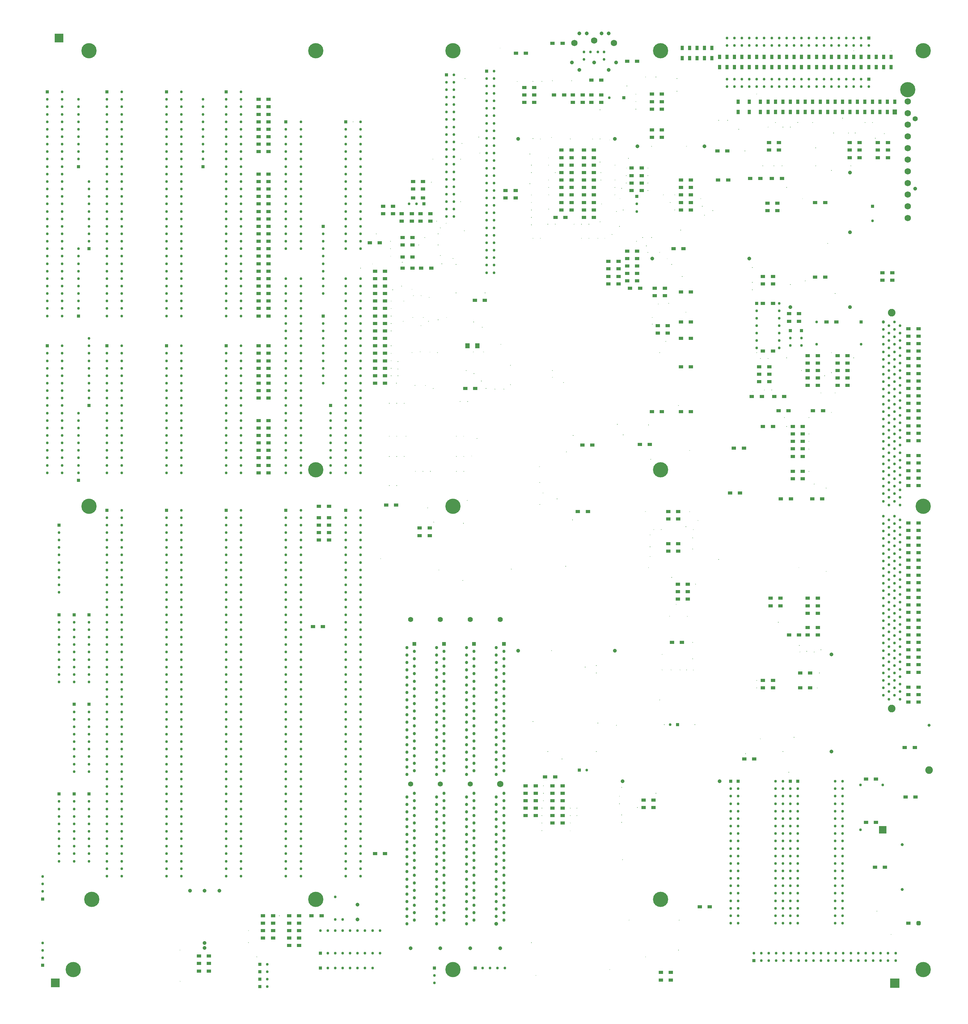
<source format=gbr>
G04 FAB 3000 Version 8.1.7 - Gerber/CAM Software*
G04 RS274-X Output*
%FSLAX24Y24*%
%MIA0B0*%
%MOIN*%
%SFA1.000000B1.000000*%

%IPPOS*%
%ADD11C,0.006440*%
%ADD12C,0.012880*%
%ADD13C,0.016100*%
%ADD14C,0.005152*%
%ADD15C,0.025761*%
%ADD16C,0.029560*%
%ADD17C,0.029570*%
%ADD18C,0.029510*%
%ADD19C,0.029550*%
%ADD20C,0.029520*%
%ADD21C,0.029600*%
%ADD22C,0.029500*%
%ADD23C,0.033900*%
%ADD24C,0.033910*%
%ADD25C,0.033970*%
%ADD26C,0.033960*%
%ADD27C,0.033980*%
%ADD28C,0.033920*%
%ADD29C,0.041070*%
%ADD30C,0.041020*%
%ADD31C,0.041030*%
%ADD32C,0.041010*%
%ADD33C,0.041090*%
%ADD34C,0.041000*%
%ADD35C,0.054800*%
%ADD36C,0.054750*%
%ADD37C,0.054730*%
%ADD38C,0.054740*%
%ADD39C,0.068400*%
%ADD40C,0.068410*%
%ADD41C,0.068420*%
%ADD42R,0.038600X0.038600*%
%ADD43R,0.038640X0.038640*%
%ADD44R,0.038630X0.038640*%
%ADD45R,0.038680X0.038640*%
%ADD46C,0.032820*%
%ADD47C,0.032800*%
%ADD48C,0.032900*%
%ADD49C,0.082101*%
%ADD50C,0.021900*%
%ADD51C,0.021920*%
%ADD52C,0.021860*%
%ADD53C,0.021930*%
%ADD54C,0.021910*%
%ADD55C,0.021870*%
%ADD56C,0.021940*%
%ADD57C,0.021880*%
%ADD58C,0.021840*%
%ADD59C,0.021850*%
%ADD60C,0.022000*%
%ADD61C,0.021801*%
%ADD62C,0.008200*%
%ADD63C,0.008250*%
%ADD64C,0.008190*%
%ADD65R,0.034800X0.034780*%
%ADD66R,0.034780X0.034780*%
%ADD67R,0.034770X0.034780*%
%ADD68R,0.034770X0.034770*%
%ADD69R,0.034770X0.034800*%
%ADD70R,0.034760X0.034800*%
%ADD71R,0.034780X0.034800*%
%ADD72R,0.034780X0.034770*%
%ADD73R,0.034780X0.034700*%
%ADD74R,0.034780X0.034900*%
%ADD75R,0.034780X0.034760*%
%ADD76R,0.034770X0.034700*%
%ADD77R,0.034770X0.034760*%
%ADD78R,0.080500X0.080510*%
%ADD79R,0.080500X0.080500*%
%ADD80C,0.164200*%
%ADD81C,0.164220*%
%ADD82C,0.164230*%
%ADD83C,0.164240*%
%ADD84R,0.048300X0.032170*%
%ADD85R,0.048290X0.032230*%
%ADD86R,0.048290X0.032180*%
%ADD87R,0.048280X0.032180*%
%ADD88R,0.048280X0.032230*%
%ADD89R,0.048280X0.032170*%
%ADD90R,0.048330X0.032180*%
%ADD91R,0.048330X0.032240*%
%ADD92R,0.048290X0.032240*%
%ADD93R,0.048280X0.032240*%
%ADD94R,0.048330X0.032200*%
%ADD95R,0.048290X0.032200*%
%ADD96R,0.048330X0.032300*%
%ADD97R,0.048290X0.032300*%
%ADD98R,0.048330X0.032000*%
%ADD99R,0.048290X0.032000*%
%ADD100R,0.048290X0.032100*%
%ADD101R,0.048330X0.032100*%
%ADD102R,0.048340X0.032300*%
%ADD103R,0.048340X0.032200*%
%ADD104R,0.048350X0.032170*%
%ADD105R,0.048350X0.032180*%
%ADD106R,0.048270X0.032180*%
%ADD107R,0.048290X0.032170*%
%ADD108R,0.048290X0.032220*%
%ADD109R,0.048350X0.032200*%
%ADD110R,0.048270X0.032200*%
%ADD111R,0.048280X0.032200*%
%ADD112R,0.048280X0.032100*%
%ADD113R,0.048340X0.032100*%
%ADD114R,0.048280X0.032300*%
%ADD115R,0.048350X0.032300*%
%ADD116R,0.048280X0.032220*%
%ADD117R,0.048300X0.032200*%
%ADD118R,0.048350X0.032240*%
%ADD119R,0.048350X0.032220*%
%ADD120R,0.048290X0.032160*%
%ADD121R,0.048280X0.032160*%
%ADD122R,0.048350X0.032160*%
%ADD123R,0.048350X0.032230*%
%ADD124R,0.048330X0.032400*%
%ADD125R,0.048290X0.032400*%
%ADD126R,0.048280X0.032400*%
%ADD127R,0.048340X0.032400*%
%ADD128R,0.048350X0.032100*%
%ADD129R,0.048270X0.032100*%
%ADD130R,0.048300X0.032300*%
%ADD131R,0.048270X0.032300*%
%ADD132R,0.048340X0.032220*%
%ADD133R,0.048340X0.032180*%
%ADD134R,0.048300X0.032100*%
%ADD135R,0.048300X0.032180*%
%ADD136R,0.048300X0.032230*%
%ADD137R,0.048340X0.032230*%
%ADD138R,0.048330X0.032230*%
%ADD139R,0.048330X0.032170*%
%ADD140R,0.048330X0.032220*%
%ADD141R,0.048310X0.032220*%
%ADD142R,0.048300X0.032240*%
%ADD143R,0.048200X0.032240*%
%ADD144R,0.048300X0.032220*%
%ADD145R,0.048400X0.032180*%
%ADD146R,0.048200X0.032170*%
%ADD147R,0.048200X0.032220*%
%ADD148R,0.048200X0.032230*%
%ADD149R,0.048200X0.032180*%
%ADD150R,0.048200X0.032190*%
%ADD151R,0.048300X0.032190*%
%ADD152R,0.048300X0.032210*%
%ADD153R,0.048200X0.032210*%
%ADD154R,0.048200X0.032300*%
%ADD155R,0.048200X0.032200*%
%ADD156R,0.048200X0.032100*%
%ADD157R,0.032300X0.048300*%
%ADD158R,0.032170X0.048400*%
%ADD159R,0.032180X0.048400*%
%ADD160R,0.032230X0.048400*%
%ADD161R,0.032230X0.048300*%
%ADD162R,0.032240X0.048300*%
%ADD163R,0.032180X0.048300*%
%ADD164R,0.032170X0.048300*%
%ADD165R,0.032220X0.048400*%
%ADD166R,0.032170X0.048200*%
%ADD167R,0.032180X0.048200*%
%ADD168R,0.032240X0.048200*%
%ADD169R,0.032230X0.048200*%
%ADD170R,0.032160X0.048200*%
%ADD171R,0.032220X0.048200*%
%ADD172R,0.032220X0.048300*%
%ADD173R,0.032160X0.048300*%
%ADD174R,0.032240X0.048400*%
%ADD175R,0.032160X0.048400*%
%ADD176R,0.032190X0.048300*%
%ADD177R,0.032190X0.048200*%
%ADD178R,0.032200X0.048400*%
%ADD179R,0.032200X0.048300*%
%ADD180R,0.032100X0.048300*%
%ADD181R,0.032100X0.048200*%
%ADD182R,0.048300X0.058000*%
%ADD183R,0.048330X0.058000*%
%ADD184R,0.048290X0.058000*%
%ADD185C,0.082150*%
%ADD186C,0.005500*%
%ADD187C,0.009660*%
%ADD188C,0.008240*%
%ADD189C,0.008180*%
%ADD190R,0.051500X0.016100*%
%ADD191R,0.051540X0.016100*%
%ADD192R,0.051540X0.016000*%
%ADD193R,0.051540X0.016200*%
%ADD194R,0.051480X0.016100*%
%ADD195R,0.051480X0.015900*%
%ADD196R,0.051540X0.015900*%
%ADD197R,0.051480X0.016000*%
%ADD198R,0.051480X0.016200*%
%ADD199R,0.051540X0.016060*%
%ADD200R,0.051540X0.016110*%
%ADD201R,0.051540X0.016120*%
%ADD202R,0.051540X0.016130*%
%ADD203R,0.051540X0.016070*%
%ADD204R,0.051480X0.016110*%
%ADD205R,0.051480X0.016070*%
%ADD206R,0.051480X0.016050*%
%ADD207R,0.051480X0.016130*%
%ADD208R,0.051480X0.016120*%
%ADD209R,0.051480X0.016060*%
%ADD210R,0.051490X0.016060*%
%ADD211R,0.051490X0.016110*%
%ADD212R,0.051490X0.016120*%
%ADD213R,0.051490X0.016130*%
%ADD214R,0.051490X0.016070*%
%ADD215R,0.051490X0.016000*%
%ADD216R,0.051490X0.016100*%
%ADD217R,0.051490X0.016200*%
%ADD218R,0.051550X0.016100*%
%ADD219R,0.051550X0.016200*%
%ADD220R,0.051550X0.016060*%
%ADD221R,0.051540X0.016050*%
%ADD222R,0.051550X0.016050*%
%ADD223R,0.051550X0.016110*%
%ADD224R,0.051550X0.016120*%
%ADD225R,0.051600X0.016110*%
%ADD226R,0.051600X0.016070*%
%ADD227R,0.051600X0.016050*%
%ADD228R,0.051600X0.016130*%
%ADD229R,0.051600X0.016120*%
%ADD230R,0.051600X0.016060*%
%ADD231R,0.051500X0.016060*%
%ADD232R,0.051500X0.016110*%
%ADD233R,0.051500X0.016120*%
%ADD234R,0.016200X0.051540*%
%ADD235R,0.016110X0.051500*%
%ADD236R,0.016050X0.051500*%
%ADD237R,0.016070X0.051500*%
%ADD238R,0.016120X0.051500*%
%ADD239R,0.016130X0.051500*%
%ADD240R,0.016110X0.051600*%
%ADD241R,0.016060X0.051600*%
%ADD242R,0.016120X0.051600*%
%ADD243R,0.016060X0.051500*%
%ADD244R,0.016070X0.051600*%
%ADD245R,0.016110X0.051540*%
%ADD246R,0.016120X0.051540*%
%ADD247R,0.016060X0.051540*%
%ADD248R,0.016070X0.051540*%
%ADD249R,0.016050X0.051540*%
%ADD250R,0.016070X0.051550*%
%ADD251R,0.016110X0.051550*%
%ADD252R,0.016120X0.051550*%
%ADD253R,0.016050X0.051600*%
%ADD254R,0.016130X0.051540*%
%ADD255R,0.016110X0.051480*%
%ADD256R,0.016110X0.051490*%
%ADD257R,0.016120X0.051490*%
%ADD258R,0.016120X0.051480*%
%ADD259R,0.016130X0.051600*%
%ADD260R,0.016060X0.051530*%
%ADD261R,0.016110X0.051530*%
%ADD262R,0.016120X0.051530*%
%ADD263R,0.016070X0.051530*%
%ADD264R,0.016110X0.051400*%
%ADD265R,0.016120X0.051400*%
%ADD266R,0.016060X0.051400*%
%ADD267R,0.016050X0.051400*%
%ADD268R,0.016060X0.051480*%
%ADD269R,0.016100X0.051540*%
%ADD270R,0.016100X0.051480*%
%ADD271R,0.016200X0.051480*%
%ADD272R,0.009700X0.019320*%
%ADD273R,0.009660X0.019300*%
%ADD274R,0.009670X0.019300*%
%ADD275R,0.009600X0.019300*%
%ADD276R,0.009700X0.019300*%
%ADD277R,0.009600X0.019400*%
%ADD278R,0.025800X0.032200*%
%ADD279R,0.025780X0.032180*%
%ADD280R,0.025760X0.032180*%
%ADD281R,0.025780X0.032220*%
%ADD282R,0.025760X0.032170*%
%ADD283R,0.025780X0.032170*%
%ADD284R,0.025730X0.032180*%
%ADD285R,0.025760X0.032220*%
%ADD286R,0.025780X0.032240*%
%ADD287R,0.025760X0.032240*%
%ADD288R,0.025730X0.032240*%
%ADD289R,0.025760X0.032230*%
%ADD290R,0.025780X0.032230*%
%ADD291R,0.025770X0.032230*%
%ADD292R,0.025780X0.032300*%
%ADD293R,0.025760X0.032200*%
%ADD294R,0.025780X0.032200*%
%ADD295R,0.025770X0.032200*%
%ADD296R,0.025760X0.032300*%
%ADD297R,0.025800X0.032240*%
%ADD298R,0.025800X0.032230*%
%ADD299R,0.025700X0.032230*%
%ADD300R,0.031600X0.045080*%
%ADD301R,0.031570X0.045100*%
%ADD302R,0.031570X0.045000*%
%ADD303R,0.031500X0.045100*%
%ADD304R,0.031600X0.045100*%
%ADD305R,0.031600X0.045000*%
%ADD306R,0.031500X0.045000*%
%ADD307R,0.067590X0.016100*%
%ADD308R,0.067660X0.016100*%
%ADD309R,0.067600X0.016100*%
%ADD310R,0.067600X0.016200*%
%ADD311R,0.067660X0.016200*%
%ADD312R,0.067660X0.016000*%
%ADD313R,0.067600X0.016000*%
%ADD314R,0.016110X0.067600*%
%ADD315R,0.016060X0.067600*%
%ADD316R,0.016120X0.067600*%
%ADD317R,0.016130X0.067600*%
%ADD318R,0.016050X0.067600*%
%ADD319R,0.016070X0.067600*%
%ADD320R,0.016110X0.067500*%
%ADD321R,0.016120X0.067500*%
%ADD322R,0.016070X0.067500*%
%ADD323R,0.016060X0.067500*%
%ADD324R,0.016110X0.067590*%
%ADD325R,0.016050X0.067590*%
%ADD326R,0.016130X0.067590*%
%ADD327R,0.016110X0.067620*%
%ADD328R,0.016130X0.067620*%
%ADD329R,0.016050X0.067620*%
%ADD330R,0.016070X0.067670*%
%ADD331R,0.016050X0.067670*%
%ADD332R,0.016110X0.067670*%
%ADD333R,0.016120X0.067670*%
%ADD334R,0.016110X0.067700*%
%ADD335R,0.016120X0.067700*%
%ADD336R,0.016130X0.067700*%
%ADD337R,0.016050X0.067700*%
%ADD338R,0.016110X0.067650*%
%ADD339R,0.016120X0.067650*%
%ADD340R,0.016060X0.067650*%
%ADD341R,0.016070X0.067650*%
%ADD342R,0.016060X0.067700*%
%ADD343R,0.016070X0.067700*%
%ADD344R,0.016100X0.067590*%
%ADD345R,0.016200X0.067590*%
%ADD346R,0.016100X0.067650*%
%ADD347R,0.016200X0.067650*%
%ADD348R,0.016100X0.067620*%
%ADD349R,0.016200X0.067620*%
%ADD350R,0.016000X0.067650*%
%ADD351R,0.016000X0.067590*%
%ADD352R,0.093400X0.032220*%
%ADD353R,0.093360X0.032200*%
%ADD354R,0.093380X0.032200*%
%ADD355R,0.093360X0.032100*%
%ADD356R,0.093430X0.032100*%
%ADD357R,0.093360X0.032180*%
%ADD358R,0.093370X0.032180*%
%ADD359R,0.093360X0.032230*%
%ADD360R,0.093370X0.032230*%
%ADD361R,0.032180X0.093380*%
%ADD362R,0.032230X0.093400*%
%ADD363R,0.032170X0.093400*%
%ADD364R,0.032220X0.093400*%
%ADD365R,0.032170X0.093300*%
%ADD366R,0.032180X0.093400*%
%ADD367R,0.032230X0.093370*%
%ADD368R,0.032230X0.093360*%
%ADD369R,0.032230X0.093300*%
%ADD370R,0.032180X0.093300*%
%ADD371R,0.032300X0.093370*%
%ADD372R,0.032300X0.093360*%
%ADD373R,0.032200X0.093400*%
%ADD374R,0.032300X0.093300*%
%ADD375R,0.032300X0.093500*%
%ADD376R,0.060500X0.080500*%
%ADD377R,0.060560X0.080400*%
%ADD378R,0.060550X0.080400*%
%ADD379R,0.060550X0.080600*%
%ADD380R,0.060490X0.080500*%
%ADD381R,0.060490X0.080600*%
%ADD382R,0.060560X0.080500*%
%ADD383R,0.080500X0.060500*%
%ADD384R,0.080500X0.060400*%
%ADD385R,0.038700X0.077200*%
%ADD386R,0.038630X0.077400*%
%ADD387R,0.038630X0.077200*%
%ADD388R,0.038630X0.077300*%
%ADD389R,0.038640X0.077200*%
%ADD390R,0.077310X0.038600*%
%ADD391R,0.077260X0.038630*%
%ADD392R,0.077250X0.038630*%
%ADD393R,0.077260X0.038600*%
%ADD394R,0.077250X0.038600*%
%ADD395R,0.077320X0.038600*%
%ADD396R,0.048350X0.032400*%
%ADD397R,0.048270X0.032170*%
%ADD398R,0.032180X0.048290*%
%ADD399R,0.032170X0.048290*%
%ADD400R,0.032230X0.048350*%
%ADD401R,0.032220X0.048350*%
%ADD402R,0.032160X0.048350*%
%ADD403R,0.032170X0.048350*%
%ADD404R,0.032170X0.048280*%
%ADD405R,0.032160X0.048280*%
%ADD406R,0.032220X0.048280*%
%ADD407R,0.032230X0.048280*%
%ADD408R,0.032230X0.048290*%
%ADD409R,0.032180X0.048280*%
%ADD410R,0.032220X0.048290*%
%ADD411R,0.032240X0.048100*%
%ADD412R,0.032160X0.048290*%
%ADD413R,0.032100X0.048290*%
%ADD414R,0.048290X0.057940*%
%ADD415R,0.048340X0.057950*%
%ADD416R,0.048290X0.057950*%
%ADD417R,0.048280X0.058000*%
%ADD418R,0.048280X0.058100*%
%ADD419R,0.048340X0.058100*%
%ADD420R,0.048290X0.057900*%
%ADD421R,0.048340X0.058000*%
%ADD422R,0.048290X0.058010*%
%ADD423R,0.048330X0.058010*%
%ADD424R,0.048350X0.057950*%
%ADD425R,0.048280X0.057950*%
%ADD426R,0.048280X0.057900*%
%ADD427R,0.048350X0.057900*%
%ADD428R,0.048330X0.057950*%
%ADD429R,0.048270X0.057940*%
%ADD430R,0.048300X0.057940*%
%ADD431R,0.048340X0.057900*%
%ADD432R,0.058000X0.048300*%
%ADD433R,0.057940X0.048300*%
%ADD434R,0.057940X0.048200*%
%ADD435R,0.058000X0.048200*%
%ADD436R,0.057950X0.048200*%
%ADD437R,0.057950X0.048300*%
%ADD438R,0.057950X0.048400*%
%ADD439R,0.058000X0.048400*%
%ADD440R,0.057950X0.048290*%
%ADD441R,0.057950X0.048330*%
%ADD442R,0.057940X0.048290*%
%ADD443R,0.057940X0.048270*%
%ADD444R,0.057940X0.048330*%
%ADD445R,0.057940X0.048400*%
%ADD446R,0.057940X0.048280*%
%ADD447R,0.057940X0.048350*%
%ADD448R,0.057990X0.048290*%
%ADD449R,0.041820X0.080520*%
%ADD450R,0.041820X0.080600*%
%ADD451R,0.041830X0.080600*%
%ADD452R,0.041890X0.080600*%
%ADD453R,0.080510X0.041900*%
%ADD454R,0.080520X0.042000*%
%ADD455R,0.080520X0.041900*%
%ADD456R,0.080510X0.041800*%
%ADD457R,0.080510X0.042000*%
%ADD458R,0.080520X0.041800*%
%ADD459C,0.082130*%
%ADD460R,0.094230X0.094350*%
%ADD461R,0.086210X0.086320*%
%ADD462R,0.100700X0.100800*%
%ADD463R,0.092670X0.092800*%
%ADD464R,0.097450X0.091200*%
%ADD465R,0.089410X0.083200*%
%ADD466R,0.092720X0.089620*%
%ADD467R,0.084690X0.081540*%
%ADD468R,0.094300X0.095800*%
%ADD469R,0.086220X0.087700*%
%ADD470R,0.092730X0.091080*%
%ADD471R,0.084690X0.083060*%
%ADD472R,0.103030X0.101600*%
%ADD473R,0.094990X0.093600*%
%ADD474R,0.005630X0.028300*%
%ADD475R,0.005640X0.028200*%
%ADD476R,0.005630X0.028200*%
%ADD477R,0.005640X0.028000*%
%ADD478R,0.005640X0.028300*%
%ADD479R,0.005600X0.028200*%
%ADD480R,0.005630X0.028100*%
%ADD481R,0.005600X0.028100*%
%ADD482R,0.092300X0.092350*%
%ADD483R,0.084300X0.084320*%
%ADD484R,0.092290X0.092220*%
%ADD485R,0.084250X0.084200*%
%ADD486R,0.090980X0.090800*%
%ADD487R,0.082900X0.082900*%
%ADD488R,0.099940X0.100500*%
%ADD489R,0.091920X0.092500*%
%ADD490R,0.097480X0.097500*%
%ADD491R,0.089460X0.089400*%
%ADD492R,0.005600X0.028300*%
%ADD493R,0.098410X0.097000*%
%ADD494R,0.090390X0.089000*%
%ADD495R,0.097500X0.097590*%
%ADD496R,0.096680X0.096730*%
%ADD497R,0.089470X0.089510*%
%ADD498R,0.079810X0.079860*%
%ADD499R,0.103960X0.104000*%
%ADD500R,0.103140X0.103200*%
%ADD501R,0.095870X0.096000*%
%ADD502R,0.086210X0.086300*%
%ADD503R,0.100590X0.094400*%
%ADD504R,0.099830X0.093600*%
%ADD505R,0.092550X0.086400*%
%ADD506R,0.082900X0.076700*%
%ADD507R,0.095970X0.092830*%
%ADD508R,0.095150X0.092020*%
%ADD509R,0.087890X0.084750*%
%ADD510R,0.078240X0.075090*%
%ADD511R,0.097500X0.099000*%
%ADD512R,0.096660X0.098200*%
%ADD513R,0.089420X0.091000*%
%ADD514R,0.079750X0.081400*%
%ADD515R,0.095970X0.094350*%
%ADD516R,0.095170X0.093520*%
%ADD517R,0.087950X0.086310*%
%ADD518R,0.078270X0.076670*%
%ADD519R,0.106240X0.104900*%
%ADD520R,0.105460X0.104100*%
%ADD521R,0.098210X0.096900*%
%ADD522R,0.088540X0.087100*%
%ADD523R,0.008830X0.031300*%
%ADD524R,0.008030X0.030600*%
%ADD525R,0.008840X0.031400*%
%ADD526R,0.008080X0.030500*%
%ADD527R,0.008830X0.031400*%
%ADD528R,0.008080X0.030600*%
%ADD529R,0.008020X0.030600*%
%ADD530R,0.008020X0.030500*%
%ADD531R,0.008800X0.031300*%
%ADD532R,0.008000X0.030600*%
%ADD533R,0.008800X0.031400*%
%ADD534R,0.095500X0.095550*%
%ADD535R,0.094700X0.094730*%
%ADD536R,0.087500X0.087510*%
%ADD537R,0.077900X0.077850*%
%ADD538R,0.008900X0.031300*%
%ADD539R,0.008100X0.030600*%
%ADD540R,0.008900X0.031400*%
%ADD541R,0.095540X0.095490*%
%ADD542R,0.094780X0.094670*%
%ADD543R,0.087510X0.087400*%
%ADD544R,0.077850X0.077750*%
%ADD545R,0.094190X0.094200*%
%ADD546R,0.093370X0.093400*%
%ADD547R,0.086150X0.086200*%
%ADD548R,0.076490X0.076400*%
%ADD549R,0.103080X0.103800*%
%ADD550R,0.102340X0.103000*%
%ADD551R,0.095060X0.095800*%
%ADD552R,0.085390X0.086000*%
%ADD553R,0.100740X0.100700*%
%ADD554R,0.099880X0.099900*%
%ADD555R,0.092660X0.092700*%
%ADD556R,0.082960X0.083000*%
%ADD557R,0.009000X0.031400*%
%ADD558R,0.008000X0.030500*%
%ADD559R,0.008000X0.030700*%
%ADD560R,0.101670X0.100200*%
%ADD561R,0.100910X0.099400*%
%ADD562R,0.093640X0.092200*%
%ADD563R,0.083980X0.082600*%
%ADD564R,0.009700X0.019310*%
%ADD565R,0.093410X0.032180*%
%ADD566R,0.060540X0.080500*%
%ADD567R,0.038700X0.077400*%
%ADD568R,0.032200X0.048280*%
%ADD569C,0.005490*%
%ADD570C,0.007728*%
%ADD571C,0.128803*%
%ADD572C,0.064402*%
%ADD573C,0.090163*%
%ADD574C,0.120431*%
%ADD575C,0.041060*%
%ADD576C,0.041080*%
%ADD577C,0.041040*%
%ADD578C,0.041100*%
%ADD579C,0.068500*%
%ADD580C,0.068470*%
%ADD581C,0.109500*%
%ADD582C,0.109490*%
%ADD583C,0.109470*%
%ADD584C,0.109480*%
%ADD585C,0.109400*%
%ADD586R,0.034800X0.034770*%
%ADD587C,0.082200*%
%ADD588R,0.100800X0.099500*%
%ADD589R,0.100100X0.098680*%
%ADD590R,0.097700X0.096290*%
%ADD591R,0.092800X0.091420*%
%ADD592R,0.083200X0.081770*%
%ADD593R,0.094890X0.092890*%
%ADD594R,0.094130X0.092060*%
%ADD595R,0.091690X0.089680*%
%ADD596R,0.086860X0.084860*%
%ADD597R,0.077200X0.075200*%
%ADD598R,0.094180X0.094200*%
%ADD599R,0.090980X0.091000*%
%ADD600R,0.086100X0.086100*%
%ADD601R,0.076440X0.076400*%
%ADD602R,0.032200X0.048290*%
%ADD603R,0.048300X0.057900*%
%ADD604C,0.019160*%
%LNA4000T Rev4 bottom soldermask_0*%
%LPD*%
G54D114*
X57939Y129483D03*
G36*
X8355Y159074D02*
G01X9159D01*
Y159067D01*
X8355D01*
G37*
G36*
X8351Y54276D02*
G01Y55081D01*
X8358D01*
Y54276D01*
G37*
G36*
Y159070D02*
G01Y158266D01*
X8351D01*
Y159070D01*
G37*
G36*
X8355Y54280D02*
G01X9159D01*
Y54273D01*
X8355D01*
G37*
G54D25*
X52731Y63071D03*
G54D24*
X49511D03*
G36*
X10676Y114108D02*
G01X10678Y114120D01*
X10703Y114111D01*
Y114108D01*
G37*
G36*
X10678Y114095D02*
G01X10676Y114108D01*
X10703D01*
Y114104D01*
G37*
G36*
X10678Y114095D02*
G01X10676Y114108D01*
X10703D01*
Y114104D01*
G37*
G36*
X10676Y114108D02*
G01X10678Y114120D01*
X10703Y114111D01*
Y114108D01*
G37*
G36*
X10685Y113279D02*
G01X10678Y113289D01*
X10703Y113300D01*
X10704Y113298D01*
G37*
G36*
X10696Y113271D02*
G01X10685Y113279D01*
X10704Y113298D01*
X10706Y113296D01*
G37*
G36*
X10709Y113269D02*
G01X10696Y113271D01*
X10706Y113296D01*
X10709D01*
G37*
G36*
Y113269D02*
G01X10696Y113271D01*
X10706Y113296D01*
X10709D01*
G37*
G36*
X10696Y113271D02*
G01X10685Y113279D01*
X10704Y113298D01*
X10706Y113296D01*
G37*
G36*
X10685Y113279D02*
G01X10678Y113289D01*
X10703Y113300D01*
X10704Y113298D01*
G37*
G36*
X10697Y113333D02*
G01X10709Y113336D01*
Y113309D01*
X10705Y113308D01*
G37*
G36*
X10685Y113328D02*
G01X10697Y113333D01*
X10705Y113308D01*
X10704Y113307D01*
G37*
G36*
X10678Y113315D02*
G01X10685Y113328D01*
X10704Y113307D01*
X10703Y113306D01*
G37*
G36*
X10676Y113303D02*
G01X10678Y113315D01*
X10703Y113306D01*
Y113302D01*
G37*
G36*
X10678Y113289D02*
G01X10676Y113303D01*
X10703Y113302D01*
Y113300D01*
G37*
G36*
X10685Y114082D02*
G01X10678Y114095D01*
X10703Y114104D01*
X10704Y114103D01*
G37*
G36*
X10697Y114077D02*
G01X10685Y114082D01*
X10704Y114103D01*
X10705Y114102D01*
G37*
G36*
X10709Y114074D02*
G01X10697Y114077D01*
X10705Y114102D01*
X10709Y114101D01*
G37*
G36*
X10685Y114082D02*
G01X10678Y114095D01*
X10703Y114104D01*
X10704Y114103D01*
G37*
G36*
X10697Y114077D02*
G01X10685Y114082D01*
X10704Y114103D01*
X10705Y114102D01*
G37*
G36*
X10709Y114074D02*
G01X10697Y114077D01*
X10705Y114102D01*
X10709Y114101D01*
G37*
G36*
X10678Y113289D02*
G01X10676Y113303D01*
X10703Y113302D01*
Y113300D01*
G37*
G36*
X10676Y113303D02*
G01X10678Y113315D01*
X10703Y113306D01*
Y113302D01*
G37*
G36*
X10678Y113315D02*
G01X10685Y113328D01*
X10704Y113307D01*
X10703Y113306D01*
G37*
G36*
X10685Y113328D02*
G01X10697Y113333D01*
X10705Y113308D01*
X10704Y113307D01*
G37*
G36*
X10697Y113333D02*
G01X10709Y113336D01*
Y113309D01*
X10705Y113308D01*
G37*
G36*
X10676Y117328D02*
G01X10678Y117340D01*
X10703Y117331D01*
Y117328D01*
G37*
G36*
X10678Y117315D02*
G01X10676Y117328D01*
X10703D01*
Y117324D01*
G37*
G36*
X10678Y117315D02*
G01X10676Y117328D01*
X10703D01*
Y117324D01*
G37*
G36*
X10676Y117328D02*
G01X10678Y117340D01*
X10703Y117331D01*
Y117328D01*
G37*
G36*
X10697Y114139D02*
G01X10709Y114141D01*
Y114114D01*
X10705D01*
G37*
G36*
X10685Y114132D02*
G01X10697Y114139D01*
X10705Y114114D01*
X10704Y114113D01*
G37*
G36*
X10678Y114120D02*
G01X10685Y114132D01*
X10704Y114113D01*
X10703Y114111D01*
G37*
G36*
X10676Y114913D02*
G01X10678Y114925D01*
X10703Y114916D01*
Y114913D01*
G37*
G36*
X10678Y114899D02*
G01X10676Y114913D01*
X10703D01*
Y114910D01*
G37*
G36*
X10685Y114889D02*
G01X10678Y114899D01*
X10703Y114910D01*
X10704Y114908D01*
G37*
G36*
X10696Y114882D02*
G01X10685Y114889D01*
X10704Y114908D01*
X10706Y114907D01*
G37*
G36*
X10709Y114879D02*
G01X10696Y114882D01*
X10706Y114907D01*
X10709Y114906D01*
G37*
G36*
X10676Y114913D02*
G01X10678Y114925D01*
X10703Y114916D01*
Y114913D01*
G37*
G36*
X10678Y114899D02*
G01X10676Y114913D01*
X10703D01*
Y114910D01*
G37*
G36*
X10685Y114889D02*
G01X10678Y114899D01*
X10703Y114910D01*
X10704Y114908D01*
G37*
G36*
X10696Y114882D02*
G01X10685Y114889D01*
X10704Y114908D01*
X10706Y114907D01*
G37*
G36*
X10709Y114879D02*
G01X10696Y114882D01*
X10706Y114907D01*
X10709Y114906D01*
G37*
G36*
X10678Y114120D02*
G01X10685Y114132D01*
X10704Y114113D01*
X10703Y114111D01*
G37*
G36*
X10685Y114132D02*
G01X10697Y114139D01*
X10705Y114114D01*
X10704Y114113D01*
G37*
G36*
X10697Y114139D02*
G01X10709Y114141D01*
Y114114D01*
X10705D01*
G37*
G36*
X10697Y114944D02*
G01X10709Y114946D01*
Y114919D01*
X10705D01*
G37*
G36*
X10685Y114937D02*
G01X10697Y114944D01*
X10705Y114919D01*
X10704Y114918D01*
G37*
G36*
X10678Y114925D02*
G01X10685Y114937D01*
X10704Y114918D01*
X10703Y114916D01*
G37*
G36*
X10697Y114944D02*
G01X10709Y114946D01*
Y114919D01*
X10705D01*
G37*
G36*
X10685Y114937D02*
G01X10697Y114944D01*
X10705Y114919D01*
X10704Y114918D01*
G37*
G36*
X10678Y114925D02*
G01X10685Y114937D01*
X10704Y114918D01*
X10703Y114916D01*
G37*
G36*
X10696Y115749D02*
G01X10709Y115751D01*
Y115724D01*
X10706D01*
G37*
G36*
X10685Y115741D02*
G01X10696Y115749D01*
X10706Y115724D01*
X10704Y115722D01*
G37*
G36*
X10678Y115730D02*
G01X10685Y115741D01*
X10704Y115722D01*
X10703Y115720D01*
G37*
G36*
X10676Y115718D02*
G01X10678Y115730D01*
X10703Y115720D01*
Y115718D01*
G37*
G36*
X10678Y115704D02*
G01X10676Y115718D01*
X10703D01*
Y115715D01*
G37*
G36*
X10685Y115694D02*
G01X10678Y115704D01*
X10703Y115715D01*
X10704Y115713D01*
G37*
G36*
X10696Y115686D02*
G01X10685Y115694D01*
X10704Y115713D01*
X10706Y115711D01*
G37*
G36*
X10709Y115684D02*
G01X10696Y115686D01*
X10706Y115711D01*
X10709D01*
G37*
G36*
X10696Y115749D02*
G01X10709Y115751D01*
Y115724D01*
X10706D01*
G37*
G36*
X10685Y115741D02*
G01X10696Y115749D01*
X10706Y115724D01*
X10704Y115722D01*
G37*
G36*
X10709Y115684D02*
G01X10696Y115686D01*
X10706Y115711D01*
X10709D01*
G37*
G36*
X10696Y115686D02*
G01X10685Y115694D01*
X10704Y115713D01*
X10706Y115711D01*
G37*
G36*
X10685Y115694D02*
G01X10678Y115704D01*
X10703Y115715D01*
X10704Y115713D01*
G37*
G36*
X10678Y115704D02*
G01X10676Y115718D01*
X10703D01*
Y115715D01*
G37*
G36*
X10676Y115718D02*
G01X10678Y115730D01*
X10703Y115720D01*
Y115718D01*
G37*
G36*
X10678Y115730D02*
G01X10685Y115741D01*
X10704Y115722D01*
X10703Y115720D01*
G37*
G36*
X10676Y120548D02*
G01X10678Y120560D01*
X10703Y120551D01*
Y120548D01*
G37*
G36*
X10678Y120535D02*
G01X10676Y120548D01*
X10703D01*
Y120544D01*
G37*
G36*
X10678Y120535D02*
G01X10676Y120548D01*
X10703D01*
Y120544D01*
G37*
G36*
X10676Y120548D02*
G01X10678Y120560D01*
X10703Y120551D01*
Y120548D01*
G37*
G36*
X10697Y117359D02*
G01X10709Y117361D01*
Y117334D01*
X10705D01*
G37*
G36*
X10685Y117352D02*
G01X10697Y117359D01*
X10705Y117334D01*
X10704Y117333D01*
G37*
G36*
X10678Y117340D02*
G01X10685Y117352D01*
X10704Y117333D01*
X10703Y117331D01*
G37*
G36*
X10676Y118133D02*
G01X10678Y118145D01*
X10703Y118136D01*
Y118133D01*
G37*
G36*
X10678Y118120D02*
G01X10676Y118133D01*
X10703D01*
Y118129D01*
G37*
G36*
X10685Y118107D02*
G01X10678Y118120D01*
X10703Y118129D01*
X10704Y118128D01*
G37*
G36*
X10697Y118102D02*
G01X10685Y118107D01*
X10704Y118128D01*
X10705Y118127D01*
G37*
G36*
X10709Y118099D02*
G01X10697Y118102D01*
X10705Y118127D01*
X10709Y118126D01*
G37*
G36*
X10676Y118133D02*
G01X10678Y118145D01*
X10703Y118136D01*
Y118133D01*
G37*
G36*
X10678Y118120D02*
G01X10676Y118133D01*
X10703D01*
Y118129D01*
G37*
G36*
X10685Y118107D02*
G01X10678Y118120D01*
X10703Y118129D01*
X10704Y118128D01*
G37*
G36*
X10697Y118102D02*
G01X10685Y118107D01*
X10704Y118128D01*
X10705Y118127D01*
G37*
G36*
X10709Y118099D02*
G01X10697Y118102D01*
X10705Y118127D01*
X10709Y118126D01*
G37*
G36*
X10678Y117340D02*
G01X10685Y117352D01*
X10704Y117333D01*
X10703Y117331D01*
G37*
G36*
X10685Y117352D02*
G01X10697Y117359D01*
X10705Y117334D01*
X10704Y117333D01*
G37*
G36*
X10697Y117359D02*
G01X10709Y117361D01*
Y117334D01*
X10705D01*
G37*
G36*
X10697Y118164D02*
G01X10709Y118166D01*
Y118139D01*
X10705D01*
G37*
G36*
X10685Y118157D02*
G01X10697Y118164D01*
X10705Y118139D01*
X10704Y118138D01*
G37*
G36*
X10678Y118145D02*
G01X10685Y118157D01*
X10704Y118138D01*
X10703Y118136D01*
G37*
G36*
X10678Y118145D02*
G01X10685Y118157D01*
X10704Y118138D01*
X10703Y118136D01*
G37*
G36*
X10685Y118157D02*
G01X10697Y118164D01*
X10705Y118139D01*
X10704Y118138D01*
G37*
G36*
X10697Y118164D02*
G01X10709Y118166D01*
Y118139D01*
X10705D01*
G37*
G36*
X10696Y118969D02*
G01X10709Y118971D01*
Y118944D01*
X10706D01*
G37*
G36*
X10685Y118961D02*
G01X10696Y118969D01*
X10706Y118944D01*
X10704Y118942D01*
G37*
G36*
X10678Y118950D02*
G01X10685Y118961D01*
X10704Y118942D01*
X10703Y118940D01*
G37*
G36*
X10676Y118938D02*
G01X10678Y118950D01*
X10703Y118940D01*
Y118938D01*
G37*
G36*
X10678Y118924D02*
G01X10676Y118938D01*
X10703D01*
Y118935D01*
G37*
G36*
X10685Y118914D02*
G01X10678Y118924D01*
X10703Y118935D01*
X10704Y118933D01*
G37*
G36*
X10696Y118907D02*
G01X10685Y118914D01*
X10704Y118933D01*
X10706Y118932D01*
G37*
G36*
X10709Y118904D02*
G01X10696Y118907D01*
X10706Y118932D01*
X10709Y118931D01*
G37*
G36*
X10696Y118969D02*
G01X10709Y118971D01*
Y118944D01*
X10706D01*
G37*
G36*
X10685Y118961D02*
G01X10696Y118969D01*
X10706Y118944D01*
X10704Y118942D01*
G37*
G36*
X10709Y118904D02*
G01X10696Y118907D01*
X10706Y118932D01*
X10709Y118931D01*
G37*
G36*
X10696Y118907D02*
G01X10685Y118914D01*
X10704Y118933D01*
X10706Y118932D01*
G37*
G36*
X10685Y118914D02*
G01X10678Y118924D01*
X10703Y118935D01*
X10704Y118933D01*
G37*
G36*
X10678Y118924D02*
G01X10676Y118938D01*
X10703D01*
Y118935D01*
G37*
G36*
X10676Y118938D02*
G01X10678Y118950D01*
X10703Y118940D01*
Y118938D01*
G37*
G36*
X10678Y118950D02*
G01X10685Y118961D01*
X10704Y118942D01*
X10703Y118940D01*
G37*
G36*
X10676Y123768D02*
G01X10678Y123780D01*
X10703Y123771D01*
Y123768D01*
G37*
G36*
X10678Y123754D02*
G01X10676Y123768D01*
X10703D01*
Y123765D01*
G37*
G36*
X10678Y123754D02*
G01X10676Y123768D01*
X10703D01*
Y123765D01*
G37*
G36*
X10676Y123768D02*
G01X10678Y123780D01*
X10703Y123771D01*
Y123768D01*
G37*
G36*
X10697Y120578D02*
G01X10709Y120581D01*
Y120554D01*
X10705Y120553D01*
G37*
G36*
X10685Y120573D02*
G01X10697Y120578D01*
X10705Y120553D01*
X10704Y120552D01*
G37*
G36*
X10678Y120560D02*
G01X10685Y120573D01*
X10704Y120552D01*
X10703Y120551D01*
G37*
G36*
X10676Y121353D02*
G01X10678Y121365D01*
X10703Y121356D01*
Y121352D01*
G37*
G36*
X10678Y121340D02*
G01X10676Y121353D01*
X10703Y121352D01*
Y121349D01*
G37*
G36*
X10685Y121327D02*
G01X10678Y121340D01*
X10703Y121349D01*
X10704Y121348D01*
G37*
G36*
X10697Y121322D02*
G01X10685Y121327D01*
X10704Y121348D01*
X10705Y121347D01*
G37*
G36*
X10709Y121319D02*
G01X10697Y121322D01*
X10705Y121347D01*
X10709Y121346D01*
G37*
G36*
X10676Y121353D02*
G01X10678Y121365D01*
X10703Y121356D01*
Y121352D01*
G37*
G36*
X10678Y121340D02*
G01X10676Y121353D01*
X10703Y121352D01*
Y121349D01*
G37*
G36*
X10685Y121327D02*
G01X10678Y121340D01*
X10703Y121349D01*
X10704Y121348D01*
G37*
G36*
X10697Y121322D02*
G01X10685Y121327D01*
X10704Y121348D01*
X10705Y121347D01*
G37*
G36*
X10709Y121319D02*
G01X10697Y121322D01*
X10705Y121347D01*
X10709Y121346D01*
G37*
G36*
X10678Y120560D02*
G01X10685Y120573D01*
X10704Y120552D01*
X10703Y120551D01*
G37*
G36*
X10685Y120573D02*
G01X10697Y120578D01*
X10705Y120553D01*
X10704Y120552D01*
G37*
G36*
X10697Y120578D02*
G01X10709Y120581D01*
Y120554D01*
X10705Y120553D01*
G37*
G36*
X10697Y121384D02*
G01X10709Y121386D01*
Y121359D01*
X10705D01*
G37*
G36*
X10685Y121377D02*
G01X10697Y121384D01*
X10705Y121359D01*
X10704Y121358D01*
G37*
G36*
X10678Y121365D02*
G01X10685Y121377D01*
X10704Y121358D01*
X10703Y121356D01*
G37*
G36*
X10678Y121365D02*
G01X10685Y121377D01*
X10704Y121358D01*
X10703Y121356D01*
G37*
G36*
X10685Y121377D02*
G01X10697Y121384D01*
X10705Y121359D01*
X10704Y121358D01*
G37*
G36*
X10697Y121384D02*
G01X10709Y121386D01*
Y121359D01*
X10705D01*
G37*
G36*
X10696Y122189D02*
G01X10709Y122191D01*
Y122164D01*
X10706D01*
G37*
G36*
X10685Y122181D02*
G01X10696Y122189D01*
X10706Y122164D01*
X10704Y122162D01*
G37*
G36*
X10678Y122170D02*
G01X10685Y122181D01*
X10704Y122162D01*
X10703Y122160D01*
G37*
G36*
X10676Y122158D02*
G01X10678Y122170D01*
X10703Y122160D01*
Y122158D01*
G37*
G36*
X10678Y122144D02*
G01X10676Y122158D01*
X10703D01*
Y122155D01*
G37*
G36*
X10685Y122134D02*
G01X10678Y122144D01*
X10703Y122155D01*
X10704Y122153D01*
G37*
G36*
X10696Y122127D02*
G01X10685Y122134D01*
X10704Y122153D01*
X10706Y122152D01*
G37*
G36*
X10709Y122124D02*
G01X10696Y122127D01*
X10706Y122152D01*
X10709Y122151D01*
G37*
G36*
X10696Y122189D02*
G01X10709Y122191D01*
Y122164D01*
X10706D01*
G37*
G36*
X10685Y122181D02*
G01X10696Y122189D01*
X10706Y122164D01*
X10704Y122162D01*
G37*
G36*
X10709Y122124D02*
G01X10696Y122127D01*
X10706Y122152D01*
X10709Y122151D01*
G37*
G36*
X10696Y122127D02*
G01X10685Y122134D01*
X10704Y122153D01*
X10706Y122152D01*
G37*
G36*
X10685Y122134D02*
G01X10678Y122144D01*
X10703Y122155D01*
X10704Y122153D01*
G37*
G36*
X10678Y122144D02*
G01X10676Y122158D01*
X10703D01*
Y122155D01*
G37*
G36*
X10676Y122158D02*
G01X10678Y122170D01*
X10703Y122160D01*
Y122158D01*
G37*
G36*
X10678Y122170D02*
G01X10685Y122181D01*
X10704Y122162D01*
X10703Y122160D01*
G37*
G36*
X10676Y131013D02*
G01X10678Y131025D01*
X10703Y131016D01*
Y131013D01*
G37*
G36*
X10678Y131000D02*
G01X10676Y131013D01*
X10703D01*
Y131009D01*
G37*
G36*
X10678Y131000D02*
G01X10676Y131013D01*
X10703D01*
Y131009D01*
G37*
G36*
X10676Y131013D02*
G01X10678Y131025D01*
X10703Y131016D01*
Y131013D01*
G37*
G54D17*
X10709Y127793D03*
G36*
X10696Y132654D02*
G01X10709Y132656D01*
Y132629D01*
X10706D01*
G37*
G36*
X10685Y132646D02*
G01X10696Y132654D01*
X10706Y132629D01*
X10704Y132627D01*
G37*
G36*
X10678Y132636D02*
G01X10685Y132646D01*
X10704Y132627D01*
X10703Y132626D01*
G37*
G36*
X10696Y132654D02*
G01X10709Y132656D01*
Y132629D01*
X10706D01*
G37*
G36*
X10685Y132646D02*
G01X10696Y132654D01*
X10706Y132629D01*
X10704Y132627D01*
G37*
G36*
X10678Y132636D02*
G01X10685Y132646D01*
X10704Y132627D01*
X10703Y132626D01*
G37*
G36*
X10696Y133459D02*
G01X10709Y133461D01*
Y133434D01*
X10706D01*
G37*
G36*
X10685Y133451D02*
G01X10696Y133459D01*
X10706Y133434D01*
X10704Y133432D01*
G37*
G36*
X10678Y133440D02*
G01X10685Y133451D01*
X10704Y133432D01*
X10703Y133430D01*
G37*
G36*
X10676Y133428D02*
G01X10678Y133440D01*
X10703Y133430D01*
Y133428D01*
G37*
G36*
X10678Y133414D02*
G01X10676Y133428D01*
X10703D01*
Y133425D01*
G37*
G36*
X10685Y133404D02*
G01X10678Y133414D01*
X10703Y133425D01*
X10704Y133423D01*
G37*
G36*
X10696Y133396D02*
G01X10685Y133404D01*
X10704Y133423D01*
X10706Y133421D01*
G37*
G36*
X10709Y133394D02*
G01X10696Y133396D01*
X10706Y133421D01*
X10709D01*
G37*
G36*
Y133394D02*
G01X10696Y133396D01*
X10706Y133421D01*
X10709D01*
G37*
G36*
X10696Y133396D02*
G01X10685Y133404D01*
X10704Y133423D01*
X10706Y133421D01*
G37*
G36*
X10685Y133404D02*
G01X10678Y133414D01*
X10703Y133425D01*
X10704Y133423D01*
G37*
G36*
X10678Y133414D02*
G01X10676Y133428D01*
X10703D01*
Y133425D01*
G37*
G36*
X10676Y133428D02*
G01X10678Y133440D01*
X10703Y133430D01*
Y133428D01*
G37*
G36*
X10678Y133440D02*
G01X10685Y133451D01*
X10704Y133432D01*
X10703Y133430D01*
G37*
G36*
X10685Y133451D02*
G01X10696Y133459D01*
X10706Y133434D01*
X10704Y133432D01*
G37*
G36*
X10696Y133459D02*
G01X10709Y133461D01*
Y133434D01*
X10706D01*
G37*
G36*
X10685Y134208D02*
G01X10678Y134220D01*
X10703Y134229D01*
X10704Y134227D01*
G37*
G36*
X10697Y134201D02*
G01X10685Y134208D01*
X10704Y134227D01*
X10705Y134226D01*
G37*
G36*
X10709Y134199D02*
G01X10697Y134201D01*
X10705Y134226D01*
X10709D01*
G37*
G36*
X10685Y134208D02*
G01X10678Y134220D01*
X10703Y134229D01*
X10704Y134227D01*
G37*
G36*
X10697Y134201D02*
G01X10685Y134208D01*
X10704Y134227D01*
X10705Y134226D01*
G37*
G36*
X10709Y134199D02*
G01X10697Y134201D01*
X10705Y134226D01*
X10709D01*
G37*
G54D100*
X49052Y136245D03*
X50131D03*
G36*
X51468Y136269D02*
G01X51473Y136259D01*
X51450Y136246D01*
X51448Y136250D01*
G37*
G36*
X51456Y136276D02*
G01X51468Y136269D01*
X51448Y136250D01*
X51446Y136251D01*
G37*
G36*
X51443Y136279D02*
G01X51456Y136276D01*
X51446Y136251D01*
X51443Y136252D01*
G37*
G36*
X51430Y136276D02*
G01X51443Y136279D01*
Y136252D01*
X51440Y136251D01*
G37*
G36*
X51418Y136269D02*
G01X51430Y136276D01*
X51440Y136251D01*
X51439Y136250D01*
G37*
G36*
X51412Y136257D02*
G01X51418Y136269D01*
X51439Y136250D01*
X51437Y136248D01*
G37*
G36*
X51468Y136269D02*
G01X51473Y136259D01*
X51450Y136246D01*
X51448Y136250D01*
G37*
G36*
X51456Y136276D02*
G01X51468Y136269D01*
X51448Y136250D01*
X51446Y136251D01*
G37*
G36*
X51443Y136279D02*
G01X51456Y136276D01*
X51446Y136251D01*
X51443Y136252D01*
G37*
G36*
X51430Y136276D02*
G01X51443Y136279D01*
Y136252D01*
X51440Y136251D01*
G37*
G36*
X51418Y136269D02*
G01X51430Y136276D01*
X51440Y136251D01*
X51439Y136250D01*
G37*
G36*
X51412Y136257D02*
G01X51418Y136269D01*
X51439Y136250D01*
X51437Y136248D01*
G37*
G54D17*
X10709Y134233D03*
G36*
X10676Y137453D02*
G01X10678Y137466D01*
X10703Y137456D01*
Y137452D01*
G37*
G36*
X10676Y137453D02*
G01X10678Y137466D01*
X10703Y137456D01*
Y137452D01*
G37*
G36*
X10696Y134263D02*
G01X10709Y134266D01*
Y134239D01*
X10706Y134238D01*
G37*
G36*
X10685Y134256D02*
G01X10696Y134263D01*
X10706Y134238D01*
X10704Y134237D01*
G37*
G36*
X10678Y134246D02*
G01X10685Y134256D01*
X10704Y134237D01*
X10703Y134236D01*
G37*
G36*
X10676Y134233D02*
G01X10678Y134246D01*
X10703Y134236D01*
Y134233D01*
G37*
G36*
X10678Y134220D02*
G01X10676Y134233D01*
X10703D01*
Y134229D01*
G37*
G36*
X10678Y134246D02*
G01X10685Y134256D01*
X10704Y134237D01*
X10703Y134236D01*
G37*
G36*
X10676Y134233D02*
G01X10678Y134246D01*
X10703Y134236D01*
Y134233D01*
G37*
G36*
X10678Y134220D02*
G01X10676Y134233D01*
X10703D01*
Y134229D01*
G37*
G36*
X10685Y134256D02*
G01X10696Y134263D01*
X10706Y134238D01*
X10704Y134237D01*
G37*
G36*
X10696Y134263D02*
G01X10709Y134266D01*
Y134239D01*
X10706Y134238D01*
G37*
G36*
X10678Y135025D02*
G01X10676Y135038D01*
X10703D01*
Y135034D01*
G37*
G36*
X10685Y135012D02*
G01X10678Y135025D01*
X10703Y135034D01*
X10704Y135033D01*
G37*
G36*
X10697Y135007D02*
G01X10685Y135012D01*
X10704Y135033D01*
X10705Y135032D01*
G37*
G36*
X10709Y135004D02*
G01X10697Y135007D01*
X10705Y135032D01*
X10709Y135031D01*
G37*
G36*
X10678Y135025D02*
G01X10676Y135038D01*
X10703D01*
Y135034D01*
G37*
G36*
X10685Y135012D02*
G01X10678Y135025D01*
X10703Y135034D01*
X10704Y135033D01*
G37*
G36*
X10697Y135007D02*
G01X10685Y135012D01*
X10704Y135033D01*
X10705Y135032D01*
G37*
G36*
X10709Y135004D02*
G01X10697Y135007D01*
X10705Y135032D01*
X10709Y135031D01*
G37*
G54D111*
X48038Y139626D03*
G54D95*
X46959D03*
G36*
X10676Y140671D02*
G01X10678Y140685D01*
X10703Y140676D01*
Y140672D01*
G37*
G36*
X10676Y140671D02*
G01X10678Y140685D01*
X10703Y140676D01*
Y140672D01*
G37*
G36*
X10696Y137483D02*
G01X10709Y137486D01*
Y137459D01*
X10706Y137458D01*
G37*
G36*
X10685Y137476D02*
G01X10696Y137483D01*
X10706Y137458D01*
X10704Y137457D01*
G37*
G36*
X10678Y137466D02*
G01X10685Y137476D01*
X10704Y137457D01*
X10703Y137456D01*
G37*
G36*
X10676Y138258D02*
G01X10678Y138270D01*
X10703Y138261D01*
Y138258D01*
G37*
G36*
X10678Y138245D02*
G01X10676Y138258D01*
X10703D01*
Y138254D01*
G37*
G36*
X10685Y138233D02*
G01X10678Y138245D01*
X10703Y138254D01*
X10704Y138252D01*
G37*
G36*
X10697Y138226D02*
G01X10685Y138233D01*
X10704Y138252D01*
X10705Y138251D01*
G37*
G36*
X10709Y138224D02*
G01X10697Y138226D01*
X10705Y138251D01*
X10709D01*
G37*
G36*
X10678Y138245D02*
G01X10676Y138258D01*
X10703D01*
Y138254D01*
G37*
G36*
X10685Y138233D02*
G01X10678Y138245D01*
X10703Y138254D01*
X10704Y138252D01*
G37*
G36*
X10697Y138226D02*
G01X10685Y138233D01*
X10704Y138252D01*
X10705Y138251D01*
G37*
G36*
X10709Y138224D02*
G01X10697Y138226D01*
X10705Y138251D01*
X10709D01*
G37*
G36*
X10676Y138258D02*
G01X10678Y138270D01*
X10703Y138261D01*
Y138258D01*
G37*
G36*
X10678Y137466D02*
G01X10685Y137476D01*
X10704Y137457D01*
X10703Y137456D01*
G37*
G36*
X10685Y137476D02*
G01X10696Y137483D01*
X10706Y137458D01*
X10704Y137457D01*
G37*
G36*
X10696Y137483D02*
G01X10709Y137486D01*
Y137459D01*
X10706Y137458D01*
G37*
G36*
X10697Y138288D02*
G01X10709Y138291D01*
Y138264D01*
X10705Y138263D01*
G37*
G36*
X10685Y138283D02*
G01X10697Y138288D01*
X10705Y138263D01*
X10704Y138262D01*
G37*
G36*
X10678Y138270D02*
G01X10685Y138283D01*
X10704Y138262D01*
X10703Y138261D01*
G37*
G36*
X10678Y138270D02*
G01X10685Y138283D01*
X10704Y138262D01*
X10703Y138261D01*
G37*
G36*
X10685Y138283D02*
G01X10697Y138288D01*
X10705Y138263D01*
X10704Y138262D01*
G37*
G36*
X10697Y138288D02*
G01X10709Y138291D01*
Y138264D01*
X10705Y138263D01*
G37*
G36*
X10697Y139094D02*
G01X10709Y139096D01*
Y139069D01*
X10705D01*
G37*
G36*
X10685Y139087D02*
G01X10697Y139094D01*
X10705Y139069D01*
X10704Y139068D01*
G37*
G36*
X10678Y139075D02*
G01X10685Y139087D01*
X10704Y139068D01*
X10703Y139066D01*
G37*
G36*
X10676Y139062D02*
G01X10678Y139075D01*
X10703Y139066D01*
Y139063D01*
G37*
G36*
X10678Y139051D02*
G01X10676Y139062D01*
X10703Y139063D01*
Y139060D01*
G37*
G36*
X10684Y139040D02*
G01X10678Y139051D01*
X10703Y139060D01*
X10705Y139057D01*
G37*
G36*
X10696Y139031D02*
G01X10684Y139040D01*
X10705Y139057D01*
X10706Y139056D01*
G37*
G36*
X10709Y139029D02*
G01X10696Y139031D01*
X10706Y139056D01*
X10709D01*
G37*
G36*
X10697Y139094D02*
G01X10709Y139096D01*
Y139069D01*
X10705D01*
G37*
G36*
X10685Y139087D02*
G01X10697Y139094D01*
X10705Y139069D01*
X10704Y139068D01*
G37*
G36*
X10709Y139029D02*
G01X10696Y139031D01*
X10706Y139056D01*
X10709D01*
G37*
G36*
X10696Y139031D02*
G01X10684Y139040D01*
X10705Y139057D01*
X10706Y139056D01*
G37*
G36*
X10684Y139040D02*
G01X10678Y139051D01*
X10703Y139060D01*
X10705Y139057D01*
G37*
G36*
X10678Y139051D02*
G01X10676Y139062D01*
X10703Y139063D01*
Y139060D01*
G37*
G36*
X10676Y139062D02*
G01X10678Y139075D01*
X10703Y139066D01*
Y139063D01*
G37*
G36*
X10678Y139075D02*
G01X10685Y139087D01*
X10704Y139068D01*
X10703Y139066D01*
G37*
G36*
X10696Y142313D02*
G01X10709Y142316D01*
Y142289D01*
X10706Y142288D01*
G37*
G36*
X10685Y142307D02*
G01X10696Y142313D01*
X10706Y142288D01*
X10704Y142287D01*
G37*
G36*
X10678Y142297D02*
G01X10685Y142307D01*
X10704Y142287D01*
X10703Y142286D01*
G37*
G36*
X10676Y142282D02*
G01X10678Y142297D01*
X10703Y142286D01*
Y142283D01*
G37*
G36*
X10696Y142313D02*
G01X10709Y142316D01*
Y142289D01*
X10706Y142288D01*
G37*
G36*
X10685Y142307D02*
G01X10696Y142313D01*
X10706Y142288D01*
X10704Y142287D01*
G37*
G36*
X10678Y142297D02*
G01X10685Y142307D01*
X10704Y142287D01*
X10703Y142286D01*
G37*
G36*
X10676Y142282D02*
G01X10678Y142297D01*
X10703Y142286D01*
Y142283D01*
G37*
G36*
X10676Y147918D02*
G01X10678Y147930D01*
X10703Y147920D01*
Y147918D01*
G37*
G36*
X10678Y147904D02*
G01X10676Y147918D01*
X10703D01*
Y147915D01*
G37*
G36*
X10678Y147904D02*
G01X10676Y147918D01*
X10703D01*
Y147915D01*
G37*
G36*
X10676Y147918D02*
G01X10678Y147930D01*
X10703Y147920D01*
Y147918D01*
G37*
G36*
X10696Y146338D02*
G01X10709Y146341D01*
Y146314D01*
X10706Y146313D01*
G37*
G36*
X10685Y146332D02*
G01X10696Y146338D01*
X10706Y146313D01*
X10704Y146312D01*
G37*
G36*
X10678Y146322D02*
G01X10685Y146332D01*
X10704Y146312D01*
X10703Y146311D01*
G37*
G36*
X10676Y146307D02*
G01X10678Y146322D01*
X10703Y146311D01*
Y146308D01*
G37*
G36*
X10678Y146295D02*
G01X10676Y146307D01*
X10703Y146308D01*
Y146304D01*
G37*
G36*
X10685Y146282D02*
G01X10678Y146295D01*
X10703Y146304D01*
X10704Y146303D01*
G37*
G36*
X10697Y146277D02*
G01X10685Y146282D01*
X10704Y146303D01*
X10705Y146302D01*
G37*
G36*
X10709Y146274D02*
G01X10697Y146277D01*
X10705Y146302D01*
X10709Y146301D01*
G37*
G36*
X10696Y146338D02*
G01X10709Y146341D01*
Y146314D01*
X10706Y146313D01*
G37*
G36*
X10685Y146332D02*
G01X10696Y146338D01*
X10706Y146313D01*
X10704Y146312D01*
G37*
G36*
X10709Y146274D02*
G01X10697Y146277D01*
X10705Y146302D01*
X10709Y146301D01*
G37*
G36*
X10697Y146277D02*
G01X10685Y146282D01*
X10704Y146303D01*
X10705Y146302D01*
G37*
G36*
X10685Y146282D02*
G01X10678Y146295D01*
X10703Y146304D01*
X10704Y146303D01*
G37*
G36*
X10678Y146295D02*
G01X10676Y146307D01*
X10703Y146308D01*
Y146304D01*
G37*
G36*
X10676Y146307D02*
G01X10678Y146322D01*
X10703Y146311D01*
Y146308D01*
G37*
G36*
X10678Y146322D02*
G01X10685Y146332D01*
X10704Y146312D01*
X10703Y146311D01*
G37*
G36*
X10684Y147090D02*
G01X10678Y147101D01*
X10703Y147110D01*
X10705Y147107D01*
G37*
G36*
X10696Y147081D02*
G01X10684Y147090D01*
X10705Y147107D01*
X10706Y147106D01*
G37*
G36*
X10709Y147079D02*
G01X10696Y147081D01*
X10706Y147106D01*
X10709D01*
G37*
G36*
Y147079D02*
G01X10696Y147081D01*
X10706Y147106D01*
X10709D01*
G37*
G36*
X10696Y147081D02*
G01X10684Y147090D01*
X10705Y147107D01*
X10706Y147106D01*
G37*
G36*
X10684Y147090D02*
G01X10678Y147101D01*
X10703Y147110D01*
X10705Y147107D01*
G37*
G36*
X10697Y147144D02*
G01X10709Y147146D01*
Y147119D01*
X10705D01*
G37*
G36*
X10685Y147137D02*
G01X10697Y147144D01*
X10705Y147119D01*
X10704Y147118D01*
G37*
G36*
X10678Y147125D02*
G01X10685Y147137D01*
X10704Y147118D01*
X10703Y147116D01*
G37*
G36*
X10676Y147111D02*
G01X10678Y147125D01*
X10703Y147116D01*
Y147112D01*
G37*
G36*
X10678Y147101D02*
G01X10676Y147111D01*
X10703Y147112D01*
Y147110D01*
G37*
G36*
X10685Y147894D02*
G01X10678Y147904D01*
X10703Y147915D01*
X10704Y147913D01*
G37*
G36*
X10695Y147888D02*
G01X10685Y147894D01*
X10704Y147913D01*
X10707Y147911D01*
G37*
G36*
X10709Y147882D02*
G01X10695Y147888D01*
X10707Y147911D01*
X10709D01*
G37*
G36*
X10685Y147894D02*
G01X10678Y147904D01*
X10703Y147915D01*
X10704Y147913D01*
G37*
G36*
X10695Y147888D02*
G01X10685Y147894D01*
X10704Y147913D01*
X10707Y147911D01*
G37*
G36*
X10709Y147882D02*
G01X10695Y147888D01*
X10707Y147911D01*
X10709D01*
G37*
G36*
X10678Y147101D02*
G01X10676Y147111D01*
X10703Y147112D01*
Y147110D01*
G37*
G36*
X10676Y147111D02*
G01X10678Y147125D01*
X10703Y147116D01*
Y147112D01*
G37*
G36*
X10678Y147125D02*
G01X10685Y147137D01*
X10704Y147118D01*
X10703Y147116D01*
G37*
G36*
X10685Y147137D02*
G01X10697Y147144D01*
X10705Y147119D01*
X10704Y147118D01*
G37*
G36*
X10697Y147144D02*
G01X10709Y147146D01*
Y147119D01*
X10705D01*
G37*
G36*
X10695Y149557D02*
G01X10709Y149563D01*
Y149534D01*
X10707D01*
G37*
G36*
X10685Y149551D02*
G01X10695Y149557D01*
X10707Y149534D01*
X10704Y149532D01*
G37*
G36*
X10678Y149540D02*
G01X10685Y149551D01*
X10704Y149532D01*
X10703Y149530D01*
G37*
G36*
X10695Y149557D02*
G01X10709Y149563D01*
Y149534D01*
X10707D01*
G37*
G36*
X10685Y149551D02*
G01X10695Y149557D01*
X10707Y149534D01*
X10704Y149532D01*
G37*
G36*
X10678Y149540D02*
G01X10685Y149551D01*
X10704Y149532D01*
X10703Y149530D01*
G37*
G36*
X10697Y151168D02*
G01X10709Y151171D01*
Y151144D01*
X10705Y151143D01*
G37*
G36*
X10685Y151163D02*
G01X10697Y151168D01*
X10705Y151143D01*
X10704Y151142D01*
G37*
G36*
X10678Y151150D02*
G01X10685Y151163D01*
X10704Y151142D01*
X10703Y151141D01*
G37*
G36*
X10676Y151136D02*
G01X10678Y151150D01*
X10703Y151141D01*
Y151137D01*
G37*
G36*
X10678Y151123D02*
G01X10676Y151136D01*
X10703Y151137D01*
Y151134D01*
G37*
G36*
X10685Y151114D02*
G01X10678Y151123D01*
X10703Y151134D01*
X10704Y151133D01*
G37*
G36*
X10696Y151106D02*
G01X10685Y151114D01*
X10704Y151133D01*
X10706Y151131D01*
G37*
G36*
X10709Y151104D02*
G01X10696Y151106D01*
X10706Y151131D01*
X10709D01*
G37*
G36*
X10697Y151168D02*
G01X10709Y151171D01*
Y151144D01*
X10705Y151143D01*
G37*
G36*
X10685Y151163D02*
G01X10697Y151168D01*
X10705Y151143D01*
X10704Y151142D01*
G37*
G36*
X10709Y151104D02*
G01X10696Y151106D01*
X10706Y151131D01*
X10709D01*
G37*
G36*
X10696Y151106D02*
G01X10685Y151114D01*
X10704Y151133D01*
X10706Y151131D01*
G37*
G36*
X10685Y151114D02*
G01X10678Y151123D01*
X10703Y151134D01*
X10704Y151133D01*
G37*
G36*
X10678Y151123D02*
G01X10676Y151136D01*
X10703Y151137D01*
Y151134D01*
G37*
G36*
X10676Y151136D02*
G01X10678Y151150D01*
X10703Y151141D01*
Y151137D01*
G37*
G36*
X10678Y151150D02*
G01X10685Y151163D01*
X10704Y151142D01*
X10703Y151141D01*
G37*
G54D16*
X12319Y113303D03*
Y112498D03*
Y111693D03*
Y110888D03*
G54D25*
X52731Y71926D03*
G54D24*
X49511D03*
G36*
X13573Y73053D02*
G01X13576Y73066D01*
X13601Y73056D01*
X13600Y73053D01*
G37*
G36*
X13573D02*
G01X13576Y73066D01*
X13601Y73056D01*
X13600Y73053D01*
G37*
G36*
X13594Y69864D02*
G01X13607Y69867D01*
Y69839D01*
X13604D01*
G37*
G36*
X13583Y69857D02*
G01X13594Y69864D01*
X13604Y69839D01*
X13602Y69838D01*
G37*
G36*
X13576Y69846D02*
G01X13583Y69857D01*
X13602Y69838D01*
X13601Y69836D01*
G37*
G36*
X13573Y69833D02*
G01X13576Y69846D01*
X13601Y69836D01*
X13600Y69833D01*
G37*
G36*
X13576Y69820D02*
G01X13573Y69833D01*
X13600D01*
X13601Y69830D01*
G37*
G36*
X13583Y69808D02*
G01X13576Y69820D01*
X13601Y69830D01*
X13602Y69828D01*
G37*
G36*
X13594Y69802D02*
G01X13583Y69808D01*
X13602Y69828D01*
X13604Y69827D01*
G37*
G36*
X13607Y69799D02*
G01X13594Y69802D01*
X13604Y69827D01*
X13607Y69826D01*
G37*
G36*
X13594Y69864D02*
G01X13607Y69867D01*
Y69839D01*
X13604D01*
G37*
G36*
X13583Y69857D02*
G01X13594Y69864D01*
X13604Y69839D01*
X13602Y69838D01*
G37*
G36*
X13576Y69846D02*
G01X13583Y69857D01*
X13602Y69838D01*
X13601Y69836D01*
G37*
G36*
X13573Y69833D02*
G01X13576Y69846D01*
X13601Y69836D01*
X13600Y69833D01*
G37*
G36*
X13576Y69820D02*
G01X13573Y69833D01*
X13600D01*
X13601Y69830D01*
G37*
G36*
X13583Y69808D02*
G01X13576Y69820D01*
X13601Y69830D01*
X13602Y69828D01*
G37*
G36*
X13594Y69802D02*
G01X13583Y69808D01*
X13602Y69828D01*
X13604Y69827D01*
G37*
G36*
X13607Y69799D02*
G01X13594Y69802D01*
X13604Y69827D01*
X13607Y69826D01*
G37*
G36*
X13583Y70614D02*
G01X13576Y70625D01*
X13601Y70635D01*
X13602Y70633D01*
G37*
G36*
X13594Y70607D02*
G01X13583Y70614D01*
X13602Y70633D01*
X13604Y70632D01*
G37*
G36*
X13607Y70604D02*
G01X13594Y70607D01*
X13604Y70632D01*
X13607D01*
G37*
G36*
Y70604D02*
G01X13594Y70607D01*
X13604Y70632D01*
X13607D01*
G37*
G36*
X13594Y70607D02*
G01X13583Y70614D01*
X13602Y70633D01*
X13604Y70632D01*
G37*
G36*
X13583Y70614D02*
G01X13576Y70625D01*
X13601Y70635D01*
X13602Y70633D01*
G37*
G36*
X12021Y73077D02*
G01X12027Y73068D01*
X12005Y73054D01*
X12002Y73058D01*
G37*
G36*
X12010Y73084D02*
G01X12021Y73077D01*
X12002Y73058D01*
X12000Y73059D01*
G37*
G36*
X11997Y73087D02*
G01X12010Y73084D01*
X12000Y73059D01*
X11997D01*
G37*
G36*
Y73087D02*
G01X12010Y73084D01*
X12000Y73059D01*
X11997D01*
G37*
G36*
X12010Y73084D02*
G01X12021Y73077D01*
X12002Y73058D01*
X12000Y73059D01*
G37*
G36*
X12021Y73077D02*
G01X12027Y73068D01*
X12005Y73054D01*
X12002Y73058D01*
G37*
G36*
X11963Y73053D02*
G01X11966Y73066D01*
X11991Y73056D01*
Y73053D01*
G37*
G36*
X11963D02*
G01X11966Y73066D01*
X11991Y73056D01*
Y73053D01*
G37*
G36*
X12021Y69857D02*
G01X12027Y69848D01*
X12005Y69834D01*
X12002Y69838D01*
G37*
G36*
X12010Y69864D02*
G01X12021Y69857D01*
X12002Y69838D01*
X12000Y69839D01*
G37*
G36*
X11997Y69867D02*
G01X12010Y69864D01*
X12000Y69839D01*
X11997D01*
G37*
G36*
X12010Y69802D02*
G01X11997Y69799D01*
Y69826D01*
X12000Y69827D01*
G37*
G36*
X12021Y69809D02*
G01X12010Y69802D01*
X12000Y69827D01*
X12002Y69828D01*
G37*
G36*
X12028Y69820D02*
G01X12021Y69809D01*
X12002Y69828D01*
X12003Y69830D01*
G37*
G36*
X12031Y69833D02*
G01X12028Y69820D01*
X12003Y69830D01*
X12004Y69833D01*
G37*
G36*
X12029Y69844D02*
G01X12031Y69833D01*
X12004D01*
X12003Y69838D01*
G37*
G36*
X12021Y69857D02*
G01X12027Y69848D01*
X12005Y69834D01*
X12002Y69838D01*
G37*
G36*
X12010Y69864D02*
G01X12021Y69857D01*
X12002Y69838D01*
X12000Y69839D01*
G37*
G36*
X11997Y69867D02*
G01X12010Y69864D01*
X12000Y69839D01*
X11997D01*
G37*
G36*
X12010Y69802D02*
G01X11997Y69799D01*
Y69826D01*
X12000Y69827D01*
G37*
G36*
X12021Y69809D02*
G01X12010Y69802D01*
X12000Y69827D01*
X12002Y69828D01*
G37*
G36*
X12028Y69820D02*
G01X12021Y69809D01*
X12002Y69828D01*
X12003Y69830D01*
G37*
G36*
X12031Y69833D02*
G01X12028Y69820D01*
X12003Y69830D01*
X12004Y69833D01*
G37*
G36*
X12029Y69844D02*
G01X12031Y69833D01*
X12004D01*
X12003Y69838D01*
G37*
G36*
X12010Y70607D02*
G01X11997Y70604D01*
Y70632D01*
X12000D01*
G37*
G36*
X12021Y70614D02*
G01X12010Y70607D01*
X12000Y70632D01*
X12002Y70633D01*
G37*
G36*
X12028Y70625D02*
G01X12021Y70614D01*
X12002Y70633D01*
X12003Y70635D01*
G37*
G36*
X12031Y70638D02*
G01X12028Y70625D01*
X12003Y70635D01*
X12004Y70638D01*
G37*
G36*
X12031D02*
G01X12028Y70625D01*
X12003Y70635D01*
X12004Y70638D01*
G37*
G36*
X12028Y70625D02*
G01X12021Y70614D01*
X12002Y70633D01*
X12003Y70635D01*
G37*
G36*
X12021Y70614D02*
G01X12010Y70607D01*
X12000Y70632D01*
X12002Y70633D01*
G37*
G36*
X12010Y70607D02*
G01X11997Y70604D01*
Y70632D01*
X12000D01*
G37*
G36*
X11973Y69857D02*
G01X11984Y69864D01*
X11994Y69839D01*
X11992Y69838D01*
G37*
G36*
X11966Y69846D02*
G01X11973Y69857D01*
X11992Y69838D01*
X11991Y69836D01*
G37*
G36*
X11963Y69833D02*
G01X11966Y69846D01*
X11991Y69836D01*
Y69833D01*
G37*
G36*
X11966Y69820D02*
G01X11963Y69833D01*
X11991D01*
Y69830D01*
G37*
G36*
X11973Y69809D02*
G01X11966Y69820D01*
X11991Y69830D01*
X11992Y69828D01*
G37*
G36*
X11984Y69802D02*
G01X11973Y69809D01*
X11992Y69828D01*
X11994Y69827D01*
G37*
G36*
X11984Y70607D02*
G01X11973Y70614D01*
X11992Y70633D01*
X11994Y70632D01*
G37*
G36*
X11973Y69857D02*
G01X11984Y69864D01*
X11994Y69839D01*
X11992Y69838D01*
G37*
G36*
X11966Y69846D02*
G01X11973Y69857D01*
X11992Y69838D01*
X11991Y69836D01*
G37*
G36*
X11963Y69833D02*
G01X11966Y69846D01*
X11991Y69836D01*
Y69833D01*
G37*
G36*
X11966Y69820D02*
G01X11963Y69833D01*
X11991D01*
Y69830D01*
G37*
G36*
X11973Y69809D02*
G01X11966Y69820D01*
X11991Y69830D01*
X11992Y69828D01*
G37*
G36*
X11984Y69802D02*
G01X11973Y69809D01*
X11992Y69828D01*
X11994Y69827D01*
G37*
G36*
X11984Y70607D02*
G01X11973Y70614D01*
X11992Y70633D01*
X11994Y70632D01*
G37*
G36*
X11966Y70625D02*
G01X11963Y70638D01*
X11991D01*
Y70635D01*
G37*
G36*
X11973Y70614D02*
G01X11966Y70625D01*
X11991Y70635D01*
X11992Y70633D01*
G37*
G36*
X11973Y70614D02*
G01X11966Y70625D01*
X11991Y70635D01*
X11992Y70633D01*
G37*
G36*
X11966Y70625D02*
G01X11963Y70638D01*
X11991D01*
Y70635D01*
G37*
G54D17*
X42910Y77078D03*
D03*
G54D18*
X44520D03*
G54D17*
X38080D03*
G54D16*
X36469D03*
G54D17*
X31639D03*
X30030D03*
X23589D03*
X25199D03*
X18759D03*
X17149D03*
G54D16*
X13607Y75468D03*
G36*
X13573Y80298D02*
G01X13576Y80311D01*
X13601Y80301D01*
X13600Y80298D01*
G37*
G36*
X13573D02*
G01X13576Y80311D01*
X13601Y80301D01*
X13600Y80298D01*
G37*
G54D25*
X52731Y82391D03*
G54D24*
X49511D03*
G36*
X13573Y83518D02*
G01X13576Y83531D01*
X13601Y83521D01*
X13600Y83518D01*
G37*
G36*
X13573D02*
G01X13576Y83531D01*
X13601Y83521D01*
X13600Y83518D01*
G37*
G36*
X13594Y80329D02*
G01X13607Y80332D01*
Y80304D01*
X13604D01*
G37*
G36*
X13583Y80323D02*
G01X13594Y80329D01*
X13604Y80304D01*
X13602Y80303D01*
G37*
G36*
X13576Y80311D02*
G01X13583Y80323D01*
X13602Y80303D01*
X13601Y80301D01*
G37*
G36*
X13576Y81090D02*
G01X13573Y81103D01*
X13600D01*
X13601Y81100D01*
G37*
G36*
X13583Y81079D02*
G01X13576Y81090D01*
X13601Y81100D01*
X13602Y81098D01*
G37*
G36*
X13594Y81072D02*
G01X13583Y81079D01*
X13602Y81098D01*
X13604Y81097D01*
G37*
G36*
X13607Y81069D02*
G01X13594Y81072D01*
X13604Y81097D01*
X13607D01*
G37*
G36*
X13576Y81090D02*
G01X13573Y81103D01*
X13600D01*
X13601Y81100D01*
G37*
G36*
X13583Y81079D02*
G01X13576Y81090D01*
X13601Y81100D01*
X13602Y81098D01*
G37*
G36*
X13594Y81072D02*
G01X13583Y81079D01*
X13602Y81098D01*
X13604Y81097D01*
G37*
G36*
X13607Y81069D02*
G01X13594Y81072D01*
X13604Y81097D01*
X13607D01*
G37*
G36*
X13576Y80311D02*
G01X13583Y80323D01*
X13602Y80303D01*
X13601Y80301D01*
G37*
G36*
X13583Y80323D02*
G01X13594Y80329D01*
X13604Y80304D01*
X13602Y80303D01*
G37*
G36*
X13594Y80329D02*
G01X13607Y80332D01*
Y80304D01*
X13604D01*
G37*
G36*
X13594Y81134D02*
G01X13607Y81137D01*
Y81110D01*
X13604Y81109D01*
G37*
G36*
X13583Y81127D02*
G01X13594Y81134D01*
X13604Y81109D01*
X13602Y81107D01*
G37*
G36*
X13576Y81117D02*
G01X13583Y81127D01*
X13602Y81107D01*
X13601Y81106D01*
G37*
G36*
X13573Y81103D02*
G01X13576Y81117D01*
X13601Y81106D01*
X13600Y81103D01*
G37*
G36*
X13594Y81134D02*
G01X13607Y81137D01*
Y81110D01*
X13604Y81109D01*
G37*
G36*
X13583Y81127D02*
G01X13594Y81134D01*
X13604Y81109D01*
X13602Y81107D01*
G37*
G36*
X13576Y81117D02*
G01X13583Y81127D01*
X13602Y81107D01*
X13601Y81106D01*
G37*
G36*
X13573Y81103D02*
G01X13576Y81117D01*
X13601Y81106D01*
X13600Y81103D01*
G37*
G36*
X13594Y81939D02*
G01X13607Y81942D01*
Y81915D01*
X13604Y81914D01*
G37*
G36*
X13583Y81932D02*
G01X13594Y81939D01*
X13604Y81914D01*
X13602Y81913D01*
G37*
G36*
X13576Y81921D02*
G01X13583Y81932D01*
X13602Y81913D01*
X13601Y81911D01*
G37*
G36*
X13573Y81907D02*
G01X13576Y81921D01*
X13601Y81911D01*
X13600Y81908D01*
G37*
G36*
X13576Y81895D02*
G01X13573Y81907D01*
X13600Y81908D01*
X13601Y81905D01*
G37*
G36*
X13583Y81884D02*
G01X13576Y81895D01*
X13601Y81905D01*
X13602Y81903D01*
G37*
G36*
X13594Y81877D02*
G01X13583Y81884D01*
X13602Y81903D01*
X13604Y81902D01*
G37*
G36*
X13607Y81874D02*
G01X13594Y81877D01*
X13604Y81902D01*
X13607Y81901D01*
G37*
G36*
X13594Y81939D02*
G01X13607Y81942D01*
Y81915D01*
X13604Y81914D01*
G37*
G36*
X13583Y81932D02*
G01X13594Y81939D01*
X13604Y81914D01*
X13602Y81913D01*
G37*
G36*
X13607Y81874D02*
G01X13594Y81877D01*
X13604Y81902D01*
X13607Y81901D01*
G37*
G36*
X13594Y81877D02*
G01X13583Y81884D01*
X13602Y81903D01*
X13604Y81902D01*
G37*
G36*
X13583Y81884D02*
G01X13576Y81895D01*
X13601Y81905D01*
X13602Y81903D01*
G37*
G36*
X13576Y81895D02*
G01X13573Y81907D01*
X13600Y81908D01*
X13601Y81905D01*
G37*
G36*
X13573Y81907D02*
G01X13576Y81921D01*
X13601Y81911D01*
X13600Y81908D01*
G37*
G36*
X13576Y81921D02*
G01X13583Y81932D01*
X13602Y81913D01*
X13601Y81911D01*
G37*
G36*
X13594Y83549D02*
G01X13607Y83552D01*
Y83524D01*
X13604D01*
G37*
G36*
X13583Y83543D02*
G01X13594Y83549D01*
X13604Y83524D01*
X13602Y83523D01*
G37*
G36*
X13576Y83531D02*
G01X13583Y83543D01*
X13602Y83523D01*
X13601Y83521D01*
G37*
G36*
X13576Y84310D02*
G01X13573Y84323D01*
X13600D01*
X13601Y84320D01*
G37*
G36*
X13583Y84298D02*
G01X13576Y84310D01*
X13601Y84320D01*
X13602Y84318D01*
G37*
G36*
X13594Y84292D02*
G01X13583Y84298D01*
X13602Y84318D01*
X13604Y84317D01*
G37*
G36*
X13607Y84289D02*
G01X13594Y84292D01*
X13604Y84317D01*
X13607Y84316D01*
G37*
G36*
X13594Y83549D02*
G01X13607Y83552D01*
Y83524D01*
X13604D01*
G37*
G36*
X13583Y83543D02*
G01X13594Y83549D01*
X13604Y83524D01*
X13602Y83523D01*
G37*
G36*
X13576Y83531D02*
G01X13583Y83543D01*
X13602Y83523D01*
X13601Y83521D01*
G37*
G36*
X13607Y84289D02*
G01X13594Y84292D01*
X13604Y84317D01*
X13607Y84316D01*
G37*
G36*
X13594Y84292D02*
G01X13583Y84298D01*
X13602Y84318D01*
X13604Y84317D01*
G37*
G36*
X13583Y84298D02*
G01X13576Y84310D01*
X13601Y84320D01*
X13602Y84318D01*
G37*
G36*
X13576Y84310D02*
G01X13573Y84323D01*
X13600D01*
X13601Y84320D01*
G37*
G36*
X13594Y84354D02*
G01X13607Y84357D01*
Y84329D01*
X13604D01*
G37*
G36*
X13583Y84347D02*
G01X13594Y84354D01*
X13604Y84329D01*
X13602Y84327D01*
G37*
G36*
X13576Y84337D02*
G01X13583Y84347D01*
X13602Y84327D01*
X13601Y84326D01*
G37*
G36*
X13573Y84323D02*
G01X13576Y84337D01*
X13601Y84326D01*
X13600Y84323D01*
G37*
G36*
X13594Y84354D02*
G01X13607Y84357D01*
Y84329D01*
X13604D01*
G37*
G36*
X13583Y84347D02*
G01X13594Y84354D01*
X13604Y84329D01*
X13602Y84327D01*
G37*
G36*
X13573Y84323D02*
G01X13576Y84337D01*
X13601Y84326D01*
X13600Y84323D01*
G37*
G36*
X13576Y84337D02*
G01X13583Y84347D01*
X13602Y84327D01*
X13601Y84326D01*
G37*
G54D66*
X13607Y76273D03*
G54D16*
Y78688D03*
Y79493D03*
G36*
Y79526D02*
G01X13620Y79524D01*
X13610Y79499D01*
X13607D01*
G37*
G36*
X13620Y79462D02*
G01X13607Y79459D01*
Y79486D01*
X13610Y79487D01*
G37*
G36*
X13620Y80267D02*
G01X13607Y80264D01*
Y80291D01*
X13610Y80292D01*
G37*
G36*
X13607Y75501D02*
G01X13620Y75499D01*
X13610Y75474D01*
X13607D01*
G37*
G36*
X13620Y80267D02*
G01X13607Y80264D01*
Y80291D01*
X13610Y80292D01*
G37*
G36*
X13607Y75501D02*
G01X13620Y75499D01*
X13610Y75474D01*
X13607D01*
G37*
G36*
X13620Y79462D02*
G01X13607Y79459D01*
Y79486D01*
X13610Y79487D01*
G37*
G36*
X13607Y79526D02*
G01X13620Y79524D01*
X13610Y79499D01*
X13607D01*
G37*
G54D16*
Y80298D03*
G36*
Y80332D02*
G01X13620Y80329D01*
X13610Y80304D01*
X13607D01*
G37*
G36*
Y80332D02*
G01X13620Y80329D01*
X13610Y80304D01*
X13607D01*
G37*
G54D25*
X52731Y87221D03*
G54D24*
X49511D03*
D03*
G36*
X13594Y85159D02*
G01X13607Y85162D01*
Y85135D01*
X13604Y85134D01*
G37*
G36*
X13583Y85152D02*
G01X13594Y85159D01*
X13604Y85134D01*
X13602Y85133D01*
G37*
G36*
X13576Y85141D02*
G01X13583Y85152D01*
X13602Y85133D01*
X13601Y85130D01*
G37*
G36*
X13573Y85128D02*
G01X13576Y85141D01*
X13601Y85130D01*
X13600Y85128D01*
G37*
G36*
X13576Y85115D02*
G01X13573Y85128D01*
X13600D01*
X13601Y85125D01*
G37*
G36*
X13583Y85104D02*
G01X13576Y85115D01*
X13601Y85125D01*
X13602Y85123D01*
G37*
G36*
X13594Y85097D02*
G01X13583Y85104D01*
X13602Y85123D01*
X13604Y85122D01*
G37*
G36*
X13607Y85094D02*
G01X13594Y85097D01*
X13604Y85122D01*
X13607Y85121D01*
G37*
G36*
X13576Y85141D02*
G01X13583Y85152D01*
X13602Y85133D01*
X13601Y85130D01*
G37*
G36*
X13573Y85128D02*
G01X13576Y85141D01*
X13601Y85130D01*
X13600Y85128D01*
G37*
G36*
X13576Y85115D02*
G01X13573Y85128D01*
X13600D01*
X13601Y85125D01*
G37*
G36*
X13583Y85104D02*
G01X13576Y85115D01*
X13601Y85125D01*
X13602Y85123D01*
G37*
G36*
X13594Y85097D02*
G01X13583Y85104D01*
X13602Y85123D01*
X13604Y85122D01*
G37*
G36*
X13607Y85094D02*
G01X13594Y85097D01*
X13604Y85122D01*
X13607Y85121D01*
G37*
G36*
X13583Y85152D02*
G01X13594Y85159D01*
X13604Y85134D01*
X13602Y85133D01*
G37*
G36*
X13594Y85159D02*
G01X13607Y85162D01*
Y85135D01*
X13604Y85134D01*
G37*
G54D66*
X13607Y85933D03*
G36*
X13573Y89958D02*
G01X13576Y89971D01*
X13601Y89961D01*
X13600Y89958D01*
G37*
G36*
X13573D02*
G01X13576Y89971D01*
X13601Y89961D01*
X13600Y89958D01*
G37*
G36*
X12021Y89982D02*
G01X12027Y89973D01*
X12005Y89958D01*
X12002Y89963D01*
G37*
G36*
X12010Y89989D02*
G01X12021Y89982D01*
X12002Y89963D01*
X12000Y89964D01*
G37*
G36*
X11997Y89991D02*
G01X12010Y89989D01*
X12000Y89964D01*
X11997D01*
G37*
G36*
Y89991D02*
G01X12010Y89989D01*
X12000Y89964D01*
X11997D01*
G37*
G36*
X12010Y89989D02*
G01X12021Y89982D01*
X12002Y89963D01*
X12000Y89964D01*
G37*
G36*
X12021Y89982D02*
G01X12027Y89973D01*
X12005Y89958D01*
X12002Y89963D01*
G37*
G36*
X11963Y89958D02*
G01X11966Y89971D01*
X11991Y89961D01*
Y89958D01*
G37*
G36*
X11963D02*
G01X11966Y89971D01*
X11991Y89961D01*
Y89958D01*
G37*
G54D25*
X52731Y92051D03*
G54D24*
X49511D03*
G36*
X13576Y93164D02*
G01X13573Y93178D01*
X13600D01*
X13601Y93175D01*
G37*
G36*
X13576Y93164D02*
G01X13573Y93178D01*
X13600D01*
X13601Y93175D01*
G37*
G36*
X12029Y92383D02*
G01X12031Y92373D01*
X12004D01*
X12003Y92378D01*
G37*
G36*
X12029Y92383D02*
G01X12031Y92373D01*
X12004D01*
X12003Y92378D01*
G37*
G36*
X11963Y93178D02*
G01X11966Y93191D01*
X11991Y93181D01*
Y93178D01*
G37*
G36*
X11963D02*
G01X11966Y93191D01*
X11991Y93181D01*
Y93178D01*
G37*
G36*
X12021Y92396D02*
G01X12026Y92388D01*
X12005Y92373D01*
X12002Y92378D01*
G37*
G36*
X12010Y92404D02*
G01X12021Y92396D01*
X12002Y92378D01*
X12000Y92379D01*
G37*
G36*
X12010Y93147D02*
G01X11997Y93144D01*
Y93171D01*
X12000Y93172D01*
G37*
G36*
X12021Y93153D02*
G01X12010Y93147D01*
X12000Y93172D01*
X12002Y93173D01*
G37*
G36*
X12028Y93164D02*
G01X12021Y93153D01*
X12002Y93173D01*
X12003Y93175D01*
G37*
G36*
X12031Y93178D02*
G01X12028Y93164D01*
X12003Y93175D01*
X12004Y93178D01*
G37*
G36*
X12029Y93188D02*
G01X12031Y93178D01*
X12004D01*
X12003Y93183D01*
G37*
G36*
X12021Y92396D02*
G01X12026Y92388D01*
X12005Y92373D01*
X12002Y92378D01*
G37*
G36*
X12029Y93188D02*
G01X12031Y93178D01*
X12004D01*
X12003Y93183D01*
G37*
G36*
X12031Y93178D02*
G01X12028Y93164D01*
X12003Y93175D01*
X12004Y93178D01*
G37*
G36*
X12028Y93164D02*
G01X12021Y93153D01*
X12002Y93173D01*
X12003Y93175D01*
G37*
G36*
X12021Y93153D02*
G01X12010Y93147D01*
X12000Y93172D01*
X12002Y93173D01*
G37*
G36*
X12010Y93147D02*
G01X11997Y93144D01*
Y93171D01*
X12000Y93172D01*
G37*
G36*
X12010Y92404D02*
G01X12021Y92396D01*
X12002Y92378D01*
X12000Y92379D01*
G37*
G36*
X12021Y93202D02*
G01X12027Y93193D01*
X12005Y93178D01*
X12002Y93183D01*
G37*
G36*
X12010Y93209D02*
G01X12021Y93202D01*
X12002Y93183D01*
X12000Y93184D01*
G37*
G36*
X11997Y93211D02*
G01X12010Y93209D01*
X12000Y93184D01*
X11997D01*
G37*
G36*
Y93211D02*
G01X12010Y93209D01*
X12000Y93184D01*
X11997D01*
G37*
G36*
X12010Y93209D02*
G01X12021Y93202D01*
X12002Y93183D01*
X12000Y93184D01*
G37*
G36*
X12021Y93202D02*
G01X12027Y93193D01*
X12005Y93178D01*
X12002Y93183D01*
G37*
G36*
X12031Y99618D02*
G01X12028Y99604D01*
X12003Y99615D01*
X12004Y99618D01*
G37*
G36*
X12031D02*
G01X12028Y99604D01*
X12003Y99615D01*
X12004Y99618D01*
G37*
G36*
X11963D02*
G01X11966Y99631D01*
X11991Y99621D01*
Y99618D01*
G37*
G36*
X11963D02*
G01X11966Y99631D01*
X11991Y99621D01*
Y99618D01*
G37*
G36*
X12021Y99642D02*
G01X12026Y99633D01*
X12005Y99618D01*
X12002Y99622D01*
G37*
G36*
X12010Y99648D02*
G01X12021Y99642D01*
X12002Y99622D01*
X12000Y99624D01*
G37*
G36*
X12029Y99628D02*
G01X12031Y99618D01*
X12004D01*
X12003Y99623D01*
G37*
G36*
X12010Y100392D02*
G01X11997Y100389D01*
Y100416D01*
X12001Y100417D01*
G37*
G36*
X12020Y100397D02*
G01X12010Y100392D01*
X12001Y100417D01*
X12002Y100418D01*
G37*
G36*
X12028Y100410D02*
G01X12020Y100397D01*
X12002Y100418D01*
X12003Y100419D01*
G37*
G36*
X12031Y100422D02*
G01X12028Y100410D01*
X12003Y100419D01*
X12004Y100423D01*
G37*
G36*
X12029Y100433D02*
G01X12031Y100422D01*
X12004Y100423D01*
X12003Y100428D01*
G37*
G36*
X12031Y100422D02*
G01X12028Y100410D01*
X12003Y100419D01*
X12004Y100423D01*
G37*
G36*
X12029Y100433D02*
G01X12031Y100422D01*
X12004Y100423D01*
X12003Y100428D01*
G37*
G36*
X12028Y100410D02*
G01X12020Y100397D01*
X12002Y100418D01*
X12003Y100419D01*
G37*
G36*
X12020Y100397D02*
G01X12010Y100392D01*
X12001Y100417D01*
X12002Y100418D01*
G37*
G36*
X12010Y100392D02*
G01X11997Y100389D01*
Y100416D01*
X12001Y100417D01*
G37*
G36*
X12029Y99628D02*
G01X12031Y99618D01*
X12004D01*
X12003Y99623D01*
G37*
G36*
X12010Y99648D02*
G01X12021Y99642D01*
X12002Y99622D01*
X12000Y99624D01*
G37*
G36*
X12021Y99642D02*
G01X12026Y99633D01*
X12005Y99618D01*
X12002Y99622D01*
G37*
G36*
X12021Y100447D02*
G01X12027Y100438D01*
X12004Y100423D01*
X12001Y100428D01*
G37*
G36*
X12010Y100454D02*
G01X12021Y100447D01*
X12001Y100428D01*
X12000Y100429D01*
G37*
G36*
X12010Y100454D02*
G01X12021Y100447D01*
X12001Y100428D01*
X12000Y100429D01*
G37*
G36*
X12021Y100447D02*
G01X12027Y100438D01*
X12004Y100423D01*
X12001Y100428D01*
G37*
G36*
X12021Y98032D02*
G01X12026Y98024D01*
X12005Y98008D01*
X12002Y98012D01*
G37*
G36*
X12011Y98039D02*
G01X12021Y98032D01*
X12002Y98012D01*
X12000Y98014D01*
G37*
G36*
X11997Y98042D02*
G01X12011Y98039D01*
X12000Y98014D01*
X11997D01*
G37*
G36*
X12010Y97977D02*
G01X11997Y97974D01*
Y98001D01*
X12000Y98002D01*
G37*
G36*
X12021Y97984D02*
G01X12010Y97977D01*
X12000Y98002D01*
X12002Y98003D01*
G37*
G36*
X12028Y97995D02*
G01X12021Y97984D01*
X12002Y98003D01*
X12003Y98005D01*
G37*
G36*
X12031Y98008D02*
G01X12028Y97995D01*
X12003Y98005D01*
X12004Y98008D01*
G37*
G36*
X12029Y98019D02*
G01X12031Y98008D01*
X12004D01*
X12003Y98013D01*
G37*
G36*
X12029Y98019D02*
G01X12031Y98008D01*
X12004D01*
X12003Y98013D01*
G37*
G36*
X12031Y98008D02*
G01X12028Y97995D01*
X12003Y98005D01*
X12004Y98008D01*
G37*
G36*
X12028Y97995D02*
G01X12021Y97984D01*
X12002Y98003D01*
X12003Y98005D01*
G37*
G36*
X12021Y97984D02*
G01X12010Y97977D01*
X12000Y98002D01*
X12002Y98003D01*
G37*
G36*
X12010Y97977D02*
G01X11997Y97974D01*
Y98001D01*
X12000Y98002D01*
G37*
G36*
X11997Y98042D02*
G01X12011Y98039D01*
X12000Y98014D01*
X11997D01*
G37*
G36*
X12011Y98039D02*
G01X12021Y98032D01*
X12002Y98012D01*
X12000Y98014D01*
G37*
G36*
X12021Y98032D02*
G01X12026Y98024D01*
X12005Y98008D01*
X12002Y98012D01*
G37*
G36*
X12011Y98781D02*
G01X11997Y98779D01*
Y98806D01*
X12000D01*
G37*
G36*
X12021Y98789D02*
G01X12011Y98781D01*
X12000Y98806D01*
X12002Y98808D01*
G37*
G36*
X12028Y98800D02*
G01X12021Y98789D01*
X12002Y98808D01*
X12003Y98810D01*
G37*
G36*
X12028Y98800D02*
G01X12021Y98789D01*
X12002Y98808D01*
X12003Y98810D01*
G37*
G36*
X12021Y98789D02*
G01X12011Y98781D01*
X12000Y98806D01*
X12002Y98808D01*
G37*
G36*
X12011Y98781D02*
G01X11997Y98779D01*
Y98806D01*
X12000D01*
G37*
G36*
X12021Y98836D02*
G01X12027Y98828D01*
X12005Y98813D01*
X12002Y98818D01*
G37*
G36*
X12011Y98844D02*
G01X12021Y98836D01*
X12002Y98818D01*
X12000Y98819D01*
G37*
G36*
X11997Y98847D02*
G01X12011Y98844D01*
X12000Y98819D01*
X11997Y98820D01*
G37*
G36*
X12031Y98813D02*
G01X12028Y98800D01*
X12003Y98810D01*
X12004Y98813D01*
G37*
G36*
X12029Y98823D02*
G01X12031Y98813D01*
X12004D01*
X12003Y98818D01*
G37*
G36*
X12011Y99587D02*
G01X11997Y99584D01*
Y99611D01*
X12000Y99612D01*
G37*
G36*
X12021Y99594D02*
G01X12011Y99587D01*
X12000Y99612D01*
X12002Y99613D01*
G37*
G36*
X12028Y99604D02*
G01X12021Y99594D01*
X12002Y99613D01*
X12003Y99615D01*
G37*
G36*
X12021Y98836D02*
G01X12027Y98828D01*
X12005Y98813D01*
X12002Y98818D01*
G37*
G36*
X12011Y98844D02*
G01X12021Y98836D01*
X12002Y98818D01*
X12000Y98819D01*
G37*
G36*
X12028Y99604D02*
G01X12021Y99594D01*
X12002Y99613D01*
X12003Y99615D01*
G37*
G36*
X12021Y99594D02*
G01X12011Y99587D01*
X12000Y99612D01*
X12002Y99613D01*
G37*
G36*
X12011Y99587D02*
G01X11997Y99584D01*
Y99611D01*
X12000Y99612D01*
G37*
G36*
X12029Y98823D02*
G01X12031Y98813D01*
X12004D01*
X12003Y98818D01*
G37*
G36*
X12031Y98813D02*
G01X12028Y98800D01*
X12003Y98810D01*
X12004Y98813D01*
G37*
G36*
X11997Y98847D02*
G01X12011Y98844D01*
X12000Y98819D01*
X11997Y98820D01*
G37*
G36*
X11963Y102033D02*
G01X11966Y102045D01*
X11991Y102036D01*
Y102033D01*
G37*
G36*
X11963D02*
G01X11966Y102045D01*
X11991Y102036D01*
Y102033D01*
G37*
G36*
X12031Y102838D02*
G01X12028Y102824D01*
X12003Y102835D01*
X12004Y102838D01*
G37*
G36*
X12031D02*
G01X12028Y102824D01*
X12003Y102835D01*
X12004Y102838D01*
G37*
G54D17*
X11997Y101228D03*
G36*
X11963Y103643D02*
G01X11966Y103655D01*
X11991Y103646D01*
Y103643D01*
G37*
G36*
X11963D02*
G01X11966Y103655D01*
X11991Y103646D01*
Y103643D01*
G37*
G36*
X11973Y103667D02*
G01X11985Y103674D01*
X11993Y103649D01*
X11992Y103648D01*
G37*
G36*
X11966Y103655D02*
G01X11973Y103667D01*
X11992Y103648D01*
X11991Y103646D01*
G37*
G36*
X11973Y104472D02*
G01X11984Y104479D01*
X11993Y104454D01*
X11992Y104453D01*
G37*
G36*
X11966Y104460D02*
G01X11973Y104472D01*
X11992Y104453D01*
X11991Y104451D01*
G37*
G36*
X11963Y104448D02*
G01X11966Y104460D01*
X11991Y104451D01*
Y104448D01*
G37*
G36*
X11966Y104434D02*
G01X11963Y104448D01*
X11991D01*
Y104445D01*
G37*
G36*
X11973Y104424D02*
G01X11966Y104434D01*
X11991Y104445D01*
X11992Y104443D01*
G37*
G36*
X11984Y104417D02*
G01X11973Y104424D01*
X11992Y104443D01*
X11994Y104442D01*
G37*
G36*
X11966Y104434D02*
G01X11963Y104448D01*
X11991D01*
Y104445D01*
G37*
G36*
X11973Y104424D02*
G01X11966Y104434D01*
X11991Y104445D01*
X11992Y104443D01*
G37*
G36*
X11984Y104417D02*
G01X11973Y104424D01*
X11992Y104443D01*
X11994Y104442D01*
G37*
G36*
X11963Y104448D02*
G01X11966Y104460D01*
X11991Y104451D01*
Y104448D01*
G37*
G36*
X11966Y104460D02*
G01X11973Y104472D01*
X11992Y104453D01*
X11991Y104451D01*
G37*
G36*
X11973Y104472D02*
G01X11984Y104479D01*
X11993Y104454D01*
X11992Y104453D01*
G37*
G36*
X11966Y103655D02*
G01X11973Y103667D01*
X11992Y103648D01*
X11991Y103646D01*
G37*
G36*
X11973Y103667D02*
G01X11985Y103674D01*
X11993Y103649D01*
X11992Y103648D01*
G37*
G36*
X12021Y103667D02*
G01X12027Y103658D01*
X12004Y103643D01*
X12001Y103648D01*
G37*
G36*
X12010Y103674D02*
G01X12021Y103667D01*
X12001Y103648D01*
X12000Y103649D01*
G37*
G36*
X11997Y103676D02*
G01X12010Y103674D01*
X12000Y103649D01*
X11997D01*
G37*
G36*
Y103676D02*
G01X12010Y103674D01*
X12000Y103649D01*
X11997D01*
G37*
G36*
X12010Y103674D02*
G01X12021Y103667D01*
X12001Y103648D01*
X12000Y103649D01*
G37*
G36*
X12021Y103667D02*
G01X12027Y103658D01*
X12004Y103643D01*
X12001Y103648D01*
G37*
G36*
X12021Y104472D02*
G01X12027Y104463D01*
X12004Y104448D01*
X12001Y104453D01*
G37*
G36*
X12010Y104479D02*
G01X12021Y104472D01*
X12001Y104453D01*
X12000Y104454D01*
G37*
G36*
X12011Y104417D02*
G01X11997Y104414D01*
Y104441D01*
X12000Y104442D01*
G37*
G36*
X12021Y104424D02*
G01X12011Y104417D01*
X12000Y104442D01*
X12002Y104443D01*
G37*
G36*
X12028Y104434D02*
G01X12021Y104424D01*
X12002Y104443D01*
X12003Y104445D01*
G37*
G36*
X12031Y104448D02*
G01X12028Y104434D01*
X12003Y104445D01*
X12004Y104448D01*
G37*
G36*
X12029Y104458D02*
G01X12031Y104448D01*
X12004D01*
X12003Y104453D01*
G37*
G36*
X12021Y104472D02*
G01X12027Y104463D01*
X12004Y104448D01*
X12001Y104453D01*
G37*
G36*
X12010Y104479D02*
G01X12021Y104472D01*
X12001Y104453D01*
X12000Y104454D01*
G37*
G36*
X12011Y104417D02*
G01X11997Y104414D01*
Y104441D01*
X12000Y104442D01*
G37*
G36*
X12021Y104424D02*
G01X12011Y104417D01*
X12000Y104442D01*
X12002Y104443D01*
G37*
G36*
X12028Y104434D02*
G01X12021Y104424D01*
X12002Y104443D01*
X12003Y104445D01*
G37*
G36*
X12031Y104448D02*
G01X12028Y104434D01*
X12003Y104445D01*
X12004Y104448D01*
G37*
G36*
X12029Y104458D02*
G01X12031Y104448D01*
X12004D01*
X12003Y104453D01*
G37*
G36*
X11973Y99642D02*
G01X11984Y99649D01*
X11994Y99623D01*
X11992Y99622D01*
G37*
G36*
X11966Y99631D02*
G01X11973Y99642D01*
X11992Y99622D01*
X11991Y99621D01*
G37*
G36*
X11973Y100447D02*
G01X11984Y100454D01*
X11993Y100429D01*
X11992Y100428D01*
G37*
G36*
X11966Y100435D02*
G01X11973Y100447D01*
X11992Y100428D01*
X11991Y100426D01*
G37*
G36*
X11963Y100422D02*
G01X11966Y100435D01*
X11991Y100426D01*
Y100423D01*
G37*
G36*
X11966Y100410D02*
G01X11963Y100422D01*
X11991Y100423D01*
Y100419D01*
G37*
G36*
X11973Y100397D02*
G01X11966Y100410D01*
X11991Y100419D01*
X11992Y100418D01*
G37*
G36*
X11985Y100392D02*
G01X11973Y100397D01*
X11992Y100418D01*
X11993Y100417D01*
G37*
G36*
X11973Y99642D02*
G01X11984Y99649D01*
X11994Y99623D01*
X11992Y99622D01*
G37*
G36*
X11966Y99631D02*
G01X11973Y99642D01*
X11992Y99622D01*
X11991Y99621D01*
G37*
G36*
X11973Y100447D02*
G01X11984Y100454D01*
X11993Y100429D01*
X11992Y100428D01*
G37*
G36*
X11985Y100392D02*
G01X11973Y100397D01*
X11992Y100418D01*
X11993Y100417D01*
G37*
G36*
X11973Y100397D02*
G01X11966Y100410D01*
X11991Y100419D01*
X11992Y100418D01*
G37*
G36*
X11966Y100410D02*
G01X11963Y100422D01*
X11991Y100423D01*
Y100419D01*
G37*
G36*
X11963Y100422D02*
G01X11966Y100435D01*
X11991Y100426D01*
Y100423D01*
G37*
G36*
X11966Y100435D02*
G01X11973Y100447D01*
X11992Y100428D01*
X11991Y100426D01*
G37*
G36*
X12021Y101252D02*
G01X12027Y101243D01*
X12004Y101228D01*
X12001Y101233D01*
G37*
G36*
X12010Y101259D02*
G01X12021Y101252D01*
X12001Y101233D01*
X12000Y101234D01*
G37*
G36*
X12011Y101197D02*
G01X11997Y101194D01*
Y101221D01*
X12000Y101222D01*
G37*
G36*
X12021Y101204D02*
G01X12011Y101197D01*
X12000Y101222D01*
X12002Y101223D01*
G37*
G36*
X12028Y101214D02*
G01X12021Y101204D01*
X12002Y101223D01*
X12003Y101225D01*
G37*
G36*
X12031Y101228D02*
G01X12028Y101214D01*
X12003Y101225D01*
X12004Y101228D01*
G37*
G36*
X12029Y101238D02*
G01X12031Y101228D01*
X12004D01*
X12003Y101233D01*
G37*
G36*
X12021Y101252D02*
G01X12027Y101243D01*
X12004Y101228D01*
X12001Y101233D01*
G37*
G36*
X12010Y101259D02*
G01X12021Y101252D01*
X12001Y101233D01*
X12000Y101234D01*
G37*
G36*
X12011Y101197D02*
G01X11997Y101194D01*
Y101221D01*
X12000Y101222D01*
G37*
G36*
X12021Y101204D02*
G01X12011Y101197D01*
X12000Y101222D01*
X12002Y101223D01*
G37*
G36*
X12028Y101214D02*
G01X12021Y101204D01*
X12002Y101223D01*
X12003Y101225D01*
G37*
G36*
X12031Y101228D02*
G01X12028Y101214D01*
X12003Y101225D01*
X12004Y101228D01*
G37*
G36*
X12029Y101238D02*
G01X12031Y101228D01*
X12004D01*
X12003Y101233D01*
G37*
G36*
X12011Y102001D02*
G01X11997Y101999D01*
Y102026D01*
X12000D01*
G37*
G36*
X12021Y102009D02*
G01X12011Y102001D01*
X12000Y102026D01*
X12001Y102028D01*
G37*
G36*
X12028Y102019D02*
G01X12021Y102009D01*
X12001Y102028D01*
X12003Y102030D01*
G37*
G36*
X12028Y102019D02*
G01X12021Y102009D01*
X12001Y102028D01*
X12003Y102030D01*
G37*
G36*
X12021Y102009D02*
G01X12011Y102001D01*
X12000Y102026D01*
X12001Y102028D01*
G37*
G36*
X12011Y102001D02*
G01X11997Y101999D01*
Y102026D01*
X12000D01*
G37*
G36*
X12021Y102057D02*
G01X12027Y102048D01*
X12004Y102033D01*
X12001Y102038D01*
G37*
G36*
X12010Y102064D02*
G01X12021Y102057D01*
X12001Y102038D01*
X12000Y102039D01*
G37*
G36*
X12031Y102033D02*
G01X12028Y102019D01*
X12003Y102030D01*
X12004Y102033D01*
G37*
G36*
X12029Y102043D02*
G01X12031Y102033D01*
X12004D01*
X12003Y102038D01*
G37*
G36*
X12011Y102807D02*
G01X11997Y102804D01*
Y102831D01*
X12000Y102832D01*
G37*
G36*
X12021Y102814D02*
G01X12011Y102807D01*
X12000Y102832D01*
X12002Y102833D01*
G37*
G36*
X12028Y102824D02*
G01X12021Y102814D01*
X12002Y102833D01*
X12003Y102835D01*
G37*
G36*
X12028Y102824D02*
G01X12021Y102814D01*
X12002Y102833D01*
X12003Y102835D01*
G37*
G36*
X12021Y102814D02*
G01X12011Y102807D01*
X12000Y102832D01*
X12002Y102833D01*
G37*
G36*
X12011Y102807D02*
G01X11997Y102804D01*
Y102831D01*
X12000Y102832D01*
G37*
G36*
X12029Y102043D02*
G01X12031Y102033D01*
X12004D01*
X12003Y102038D01*
G37*
G36*
X12031Y102033D02*
G01X12028Y102019D01*
X12003Y102030D01*
X12004Y102033D01*
G37*
G36*
X12010Y102064D02*
G01X12021Y102057D01*
X12001Y102038D01*
X12000Y102039D01*
G37*
G36*
X12021Y102057D02*
G01X12027Y102048D01*
X12004Y102033D01*
X12001Y102038D01*
G37*
G36*
X14066Y112474D02*
G01X14059Y112484D01*
X14084Y112495D01*
X14085Y112493D01*
G37*
G36*
X14077Y112466D02*
G01X14066Y112474D01*
X14085Y112493D01*
X14087Y112491D01*
G37*
G36*
X14090Y112464D02*
G01X14077Y112466D01*
X14087Y112491D01*
X14090D01*
G37*
G36*
X14066Y112474D02*
G01X14059Y112484D01*
X14084Y112495D01*
X14085Y112493D01*
G37*
G36*
X14077Y112466D02*
G01X14066Y112474D01*
X14085Y112493D01*
X14087Y112491D01*
G37*
G36*
X14090Y112464D02*
G01X14077Y112466D01*
X14087Y112491D01*
X14090D01*
G37*
G36*
X14078Y112529D02*
G01X14090Y112531D01*
Y112504D01*
X14087D01*
G37*
G36*
X14066Y112522D02*
G01X14078Y112529D01*
X14087Y112504D01*
X14085Y112503D01*
G37*
G36*
X14059Y112510D02*
G01X14066Y112522D01*
X14085Y112503D01*
X14084Y112501D01*
G37*
G36*
X14057Y112498D02*
G01X14059Y112510D01*
X14084Y112501D01*
Y112498D01*
G37*
G36*
X14059Y112484D02*
G01X14057Y112498D01*
X14084D01*
Y112495D01*
G37*
G36*
X14059Y112484D02*
G01X14057Y112498D01*
X14084D01*
Y112495D01*
G37*
G36*
X14057Y112498D02*
G01X14059Y112510D01*
X14084Y112501D01*
Y112498D01*
G37*
G36*
X14059Y112510D02*
G01X14066Y112522D01*
X14085Y112503D01*
X14084Y112501D01*
G37*
G36*
X14066Y112522D02*
G01X14078Y112529D01*
X14087Y112504D01*
X14085Y112503D01*
G37*
G36*
X14078Y112529D02*
G01X14090Y112531D01*
Y112504D01*
X14087D01*
G37*
G36*
X14059Y113289D02*
G01X14057Y113303D01*
X14084Y113302D01*
Y113300D01*
G37*
G36*
X14066Y113279D02*
G01X14059Y113289D01*
X14084Y113300D01*
X14085Y113298D01*
G37*
G36*
X14077Y113271D02*
G01X14066Y113279D01*
X14085Y113298D01*
X14087Y113296D01*
G37*
G36*
X14090Y113269D02*
G01X14077Y113271D01*
X14087Y113296D01*
X14090D01*
G37*
G36*
X14059Y113289D02*
G01X14057Y113303D01*
X14084Y113302D01*
Y113300D01*
G37*
G36*
X14066Y113279D02*
G01X14059Y113289D01*
X14084Y113300D01*
X14085Y113298D01*
G37*
G36*
X14077Y113271D02*
G01X14066Y113279D01*
X14085Y113298D01*
X14087Y113296D01*
G37*
G36*
X14090Y113269D02*
G01X14077Y113271D01*
X14087Y113296D01*
X14090D01*
G37*
G36*
X14078Y113333D02*
G01X14090Y113336D01*
Y113309D01*
X14087Y113308D01*
G37*
G36*
X14066Y113328D02*
G01X14078Y113333D01*
X14087Y113308D01*
X14085Y113307D01*
G37*
G36*
X14059Y113315D02*
G01X14066Y113328D01*
X14085Y113307D01*
X14084Y113306D01*
G37*
G36*
X14057Y113303D02*
G01X14059Y113315D01*
X14084Y113306D01*
Y113302D01*
G37*
G36*
X14059Y114095D02*
G01X14057Y114108D01*
X14084D01*
Y114104D01*
G37*
G36*
X14066Y114082D02*
G01X14059Y114095D01*
X14084Y114104D01*
X14085Y114103D01*
G37*
G36*
X14078Y114077D02*
G01X14066Y114082D01*
X14085Y114103D01*
X14087Y114102D01*
G37*
G36*
X14090Y114074D02*
G01X14078Y114077D01*
X14087Y114102D01*
X14090Y114101D01*
G37*
G36*
X14057Y113303D02*
G01X14059Y113315D01*
X14084Y113306D01*
Y113302D01*
G37*
G36*
X14059Y114095D02*
G01X14057Y114108D01*
X14084D01*
Y114104D01*
G37*
G36*
X14066Y114082D02*
G01X14059Y114095D01*
X14084Y114104D01*
X14085Y114103D01*
G37*
G36*
X14078Y114077D02*
G01X14066Y114082D01*
X14085Y114103D01*
X14087Y114102D01*
G37*
G36*
X14090Y114074D02*
G01X14078Y114077D01*
X14087Y114102D01*
X14090Y114101D01*
G37*
G36*
X14059Y113315D02*
G01X14066Y113328D01*
X14085Y113307D01*
X14084Y113306D01*
G37*
G36*
X14066Y113328D02*
G01X14078Y113333D01*
X14087Y113308D01*
X14085Y113307D01*
G37*
G36*
X14078Y113333D02*
G01X14090Y113336D01*
Y113309D01*
X14087Y113308D01*
G37*
G36*
X10733Y114132D02*
G01X10739Y114123D01*
X10716Y114108D01*
X10713Y114113D01*
G37*
G36*
X10722Y114139D02*
G01X10733Y114132D01*
X10713Y114113D01*
Y114114D01*
G37*
G36*
X10733Y114889D02*
G01X10723Y114882D01*
X10712Y114907D01*
X10714Y114908D01*
G37*
G36*
X10740Y114899D02*
G01X10733Y114889D01*
X10714Y114908D01*
X10715Y114910D01*
G37*
G36*
X10743Y114913D02*
G01X10740Y114899D01*
X10715Y114910D01*
X10716Y114913D01*
G37*
G36*
X10741Y114923D02*
G01X10743Y114913D01*
X10716D01*
X10715Y114918D01*
G37*
G36*
X10741Y114923D02*
G01X10743Y114913D01*
X10716D01*
X10715Y114918D01*
G37*
G36*
X10743Y114913D02*
G01X10740Y114899D01*
X10715Y114910D01*
X10716Y114913D01*
G37*
G36*
X10740Y114899D02*
G01X10733Y114889D01*
X10714Y114908D01*
X10715Y114910D01*
G37*
G36*
X10733Y114889D02*
G01X10723Y114882D01*
X10712Y114907D01*
X10714Y114908D01*
G37*
G36*
X10722Y114139D02*
G01X10733Y114132D01*
X10713Y114113D01*
Y114114D01*
G37*
G36*
X10733Y114132D02*
G01X10739Y114123D01*
X10716Y114108D01*
X10713Y114113D01*
G37*
G36*
X12295Y112474D02*
G01X12288Y112484D01*
X12313Y112495D01*
X12314Y112493D01*
G37*
G36*
X12305Y112466D02*
G01X12295Y112474D01*
X12314Y112493D01*
X12316Y112491D01*
G37*
G36*
X12319Y112464D02*
G01X12305Y112466D01*
X12316Y112491D01*
X12319D01*
G37*
G36*
X12295Y112474D02*
G01X12288Y112484D01*
X12313Y112495D01*
X12314Y112493D01*
G37*
G36*
X12305Y112466D02*
G01X12295Y112474D01*
X12314Y112493D01*
X12316Y112491D01*
G37*
G36*
X12319Y112464D02*
G01X12305Y112466D01*
X12316Y112491D01*
X12319D01*
G37*
G36*
X12343Y112474D02*
G01X12332Y112466D01*
X12322Y112491D01*
X12324Y112493D01*
G37*
G36*
X12350Y112485D02*
G01X12343Y112474D01*
X12324Y112493D01*
X12325Y112495D01*
G37*
G36*
X12343Y112474D02*
G01X12332Y112466D01*
X12322Y112491D01*
X12324Y112493D01*
G37*
G36*
X12350Y112485D02*
G01X12343Y112474D01*
X12324Y112493D01*
X12325Y112495D01*
G37*
G36*
X12306Y112529D02*
G01X12319Y112531D01*
Y112504D01*
X12315D01*
G37*
G36*
X12295Y112522D02*
G01X12306Y112529D01*
X12315Y112504D01*
X12314Y112503D01*
G37*
G36*
X12288Y112510D02*
G01X12295Y112522D01*
X12314Y112503D01*
X12313Y112501D01*
G37*
G36*
X12285Y112498D02*
G01X12288Y112510D01*
X12313Y112501D01*
X12312Y112498D01*
G37*
G36*
X12288Y112484D02*
G01X12285Y112498D01*
X12312D01*
X12313Y112495D01*
G37*
G36*
X12288Y112484D02*
G01X12285Y112498D01*
X12312D01*
X12313Y112495D01*
G37*
G36*
X12285Y112498D02*
G01X12288Y112510D01*
X12313Y112501D01*
X12312Y112498D01*
G37*
G36*
X12288Y112510D02*
G01X12295Y112522D01*
X12314Y112503D01*
X12313Y112501D01*
G37*
G36*
X12295Y112522D02*
G01X12306Y112529D01*
X12315Y112504D01*
X12314Y112503D01*
G37*
G36*
X12306Y112529D02*
G01X12319Y112531D01*
Y112504D01*
X12315D01*
G37*
G36*
X12288Y113289D02*
G01X12285Y113303D01*
X12312D01*
X12313Y113300D01*
G37*
G36*
X12295Y113279D02*
G01X12288Y113289D01*
X12313Y113300D01*
X12314Y113298D01*
G37*
G36*
X12305Y113271D02*
G01X12295Y113279D01*
X12314Y113298D01*
X12316Y113296D01*
G37*
G36*
X12319Y113269D02*
G01X12305Y113271D01*
X12316Y113296D01*
X12319D01*
G37*
G36*
X12288Y113289D02*
G01X12285Y113303D01*
X12312D01*
X12313Y113300D01*
G37*
G36*
X12295Y113279D02*
G01X12288Y113289D01*
X12313Y113300D01*
X12314Y113298D01*
G37*
G36*
X12305Y113271D02*
G01X12295Y113279D01*
X12314Y113298D01*
X12316Y113296D01*
G37*
G36*
X12319Y113269D02*
G01X12305Y113271D01*
X12316Y113296D01*
X12319D01*
G37*
G36*
X12306Y113333D02*
G01X12319Y113336D01*
Y113309D01*
X12315Y113308D01*
G37*
G36*
X12295Y113328D02*
G01X12306Y113333D01*
X12315Y113308D01*
X12314Y113307D01*
G37*
G36*
X12288Y113315D02*
G01X12295Y113328D01*
X12314Y113307D01*
X12313Y113306D01*
G37*
G36*
X12285Y113303D02*
G01X12288Y113315D01*
X12313Y113306D01*
X12312Y113303D01*
G37*
G36*
X12288Y114095D02*
G01X12285Y114108D01*
X12312D01*
X12313Y114104D01*
G37*
G36*
X12295Y114082D02*
G01X12288Y114095D01*
X12313Y114104D01*
X12314Y114103D01*
G37*
G36*
X12306Y114077D02*
G01X12295Y114082D01*
X12314Y114103D01*
X12315Y114102D01*
G37*
G36*
X12319Y114074D02*
G01X12306Y114077D01*
X12315Y114102D01*
X12319Y114101D01*
G37*
G36*
X12285Y113303D02*
G01X12288Y113315D01*
X12313Y113306D01*
X12312Y113303D01*
G37*
G36*
X12288Y114095D02*
G01X12285Y114108D01*
X12312D01*
X12313Y114104D01*
G37*
G36*
X12295Y114082D02*
G01X12288Y114095D01*
X12313Y114104D01*
X12314Y114103D01*
G37*
G36*
X12306Y114077D02*
G01X12295Y114082D01*
X12314Y114103D01*
X12315Y114102D01*
G37*
G36*
X12319Y114074D02*
G01X12306Y114077D01*
X12315Y114102D01*
X12319Y114101D01*
G37*
G36*
X12288Y113315D02*
G01X12295Y113328D01*
X12314Y113307D01*
X12313Y113306D01*
G37*
G36*
X12295Y113328D02*
G01X12306Y113333D01*
X12315Y113308D01*
X12314Y113307D01*
G37*
G36*
X12306Y113333D02*
G01X12319Y113336D01*
Y113309D01*
X12315Y113308D01*
G37*
G54D16*
X12319Y116523D03*
Y115718D03*
G36*
X10733Y117352D02*
G01X10739Y117343D01*
X10716Y117328D01*
X10713Y117333D01*
G37*
G36*
X10722Y117359D02*
G01X10733Y117352D01*
X10713Y117333D01*
Y117334D01*
G37*
G36*
X10732Y118107D02*
G01X10722Y118102D01*
X10713Y118127D01*
X10714Y118128D01*
G37*
G36*
X10740Y118120D02*
G01X10732Y118107D01*
X10714Y118128D01*
X10715Y118129D01*
G37*
G36*
X10743Y118133D02*
G01X10740Y118120D01*
X10715Y118129D01*
X10716Y118133D01*
G37*
G36*
X10741Y118143D02*
G01X10743Y118133D01*
X10716D01*
X10715Y118138D01*
G37*
G36*
X10733Y117352D02*
G01X10739Y117343D01*
X10716Y117328D01*
X10713Y117333D01*
G37*
G36*
X10722Y117359D02*
G01X10733Y117352D01*
X10713Y117333D01*
Y117334D01*
G37*
G36*
X10741Y118143D02*
G01X10743Y118133D01*
X10716D01*
X10715Y118138D01*
G37*
G36*
X10743Y118133D02*
G01X10740Y118120D01*
X10715Y118129D01*
X10716Y118133D01*
G37*
G36*
X10740Y118120D02*
G01X10732Y118107D01*
X10714Y118128D01*
X10715Y118129D01*
G37*
G36*
X10732Y118107D02*
G01X10722Y118102D01*
X10713Y118127D01*
X10714Y118128D01*
G37*
G36*
X12288Y117315D02*
G01X12285Y117328D01*
X12312D01*
X12313Y117324D01*
G37*
G36*
X12295Y117302D02*
G01X12288Y117315D01*
X12313Y117324D01*
X12314Y117323D01*
G37*
G36*
X12306Y117297D02*
G01X12295Y117302D01*
X12314Y117323D01*
X12315Y117322D01*
G37*
G36*
X12319Y117294D02*
G01X12306Y117297D01*
X12315Y117322D01*
X12319Y117321D01*
G37*
G36*
X12331Y117297D02*
G01X12319Y117294D01*
Y117321D01*
X12323Y117322D01*
G37*
G36*
X12343Y117302D02*
G01X12331Y117297D01*
X12323Y117322D01*
X12324Y117323D01*
G37*
G36*
X12350Y117315D02*
G01X12343Y117302D01*
X12324Y117323D01*
X12325Y117324D01*
G37*
G36*
X12352Y117328D02*
G01X12350Y117315D01*
X12325Y117324D01*
Y117328D01*
G37*
G36*
X12288Y117315D02*
G01X12285Y117328D01*
X12312D01*
X12313Y117324D01*
G37*
G36*
X12295Y117302D02*
G01X12288Y117315D01*
X12313Y117324D01*
X12314Y117323D01*
G37*
G36*
X12306Y117297D02*
G01X12295Y117302D01*
X12314Y117323D01*
X12315Y117322D01*
G37*
G36*
X12319Y117294D02*
G01X12306Y117297D01*
X12315Y117322D01*
X12319Y117321D01*
G37*
G36*
X12331Y117297D02*
G01X12319Y117294D01*
Y117321D01*
X12323Y117322D01*
G37*
G36*
X12343Y117302D02*
G01X12331Y117297D01*
X12323Y117322D01*
X12324Y117323D01*
G37*
G36*
X12350Y117315D02*
G01X12343Y117302D01*
X12324Y117323D01*
X12325Y117324D01*
G37*
G36*
X12352Y117328D02*
G01X12350Y117315D01*
X12325Y117324D01*
Y117328D01*
G37*
G36*
X10733Y115741D02*
G01X10738Y115733D01*
X10717Y115718D01*
X10713Y115722D01*
G37*
G36*
X10723Y115749D02*
G01X10733Y115741D01*
X10713Y115722D01*
X10712Y115724D01*
G37*
G36*
X10733Y115694D02*
G01X10723Y115686D01*
X10712Y115711D01*
X10713Y115713D01*
G37*
G36*
X10740Y115704D02*
G01X10733Y115694D01*
X10713Y115713D01*
X10715Y115715D01*
G37*
G36*
X10743Y115718D02*
G01X10740Y115704D01*
X10715Y115715D01*
X10716Y115718D01*
G37*
G36*
X10741Y115728D02*
G01X10743Y115718D01*
X10716D01*
X10715Y115723D01*
G37*
G36*
X10741Y115728D02*
G01X10743Y115718D01*
X10716D01*
X10715Y115723D01*
G37*
G36*
X10743Y115718D02*
G01X10740Y115704D01*
X10715Y115715D01*
X10716Y115718D01*
G37*
G36*
X10740Y115704D02*
G01X10733Y115694D01*
X10713Y115713D01*
X10715Y115715D01*
G37*
G36*
X10733Y115694D02*
G01X10723Y115686D01*
X10712Y115711D01*
X10713Y115713D01*
G37*
G36*
X10723Y115749D02*
G01X10733Y115741D01*
X10713Y115722D01*
X10712Y115724D01*
G37*
G36*
X10733Y115741D02*
G01X10738Y115733D01*
X10717Y115718D01*
X10713Y115722D01*
G37*
G36*
X10732Y120573D02*
G01X10739Y120563D01*
X10716Y120548D01*
X10714Y120552D01*
G37*
G36*
X10722Y120578D02*
G01X10732Y120573D01*
X10714Y120552D01*
X10713Y120553D01*
G37*
G36*
X10732Y121327D02*
G01X10722Y121322D01*
X10713Y121347D01*
X10714Y121348D01*
G37*
G36*
X10740Y121340D02*
G01X10732Y121327D01*
X10714Y121348D01*
X10715Y121349D01*
G37*
G36*
X10743Y121353D02*
G01X10740Y121340D01*
X10715Y121349D01*
X10716Y121352D01*
G37*
G36*
X10741Y121363D02*
G01X10743Y121353D01*
X10716Y121352D01*
X10715Y121358D01*
G37*
G36*
X10732Y120573D02*
G01X10739Y120563D01*
X10716Y120548D01*
X10714Y120552D01*
G37*
G36*
X10722Y120578D02*
G01X10732Y120573D01*
X10714Y120552D01*
X10713Y120553D01*
G37*
G36*
X10741Y121363D02*
G01X10743Y121353D01*
X10716Y121352D01*
X10715Y121358D01*
G37*
G36*
X10743Y121353D02*
G01X10740Y121340D01*
X10715Y121349D01*
X10716Y121352D01*
G37*
G36*
X10740Y121340D02*
G01X10732Y121327D01*
X10714Y121348D01*
X10715Y121349D01*
G37*
G36*
X10732Y121327D02*
G01X10722Y121322D01*
X10713Y121347D01*
X10714Y121348D01*
G37*
G36*
X10733Y118961D02*
G01X10738Y118953D01*
X10717Y118938D01*
X10713Y118942D01*
G37*
G36*
X10723Y118969D02*
G01X10733Y118961D01*
X10713Y118942D01*
X10712Y118944D01*
G37*
G36*
X10733Y118914D02*
G01X10723Y118907D01*
X10712Y118932D01*
X10714Y118933D01*
G37*
G36*
X10740Y118924D02*
G01X10733Y118914D01*
X10714Y118933D01*
X10715Y118935D01*
G37*
G36*
X10743Y118938D02*
G01X10740Y118924D01*
X10715Y118935D01*
X10716Y118938D01*
G37*
G36*
X10741Y118948D02*
G01X10743Y118938D01*
X10716D01*
X10715Y118943D01*
G37*
G36*
X10733Y118961D02*
G01X10738Y118953D01*
X10717Y118938D01*
X10713Y118942D01*
G37*
G36*
X10723Y118969D02*
G01X10733Y118961D01*
X10713Y118942D01*
X10712Y118944D01*
G37*
G36*
X10733Y118914D02*
G01X10723Y118907D01*
X10712Y118932D01*
X10714Y118933D01*
G37*
G36*
X10740Y118924D02*
G01X10733Y118914D01*
X10714Y118933D01*
X10715Y118935D01*
G37*
G36*
X10743Y118938D02*
G01X10740Y118924D01*
X10715Y118935D01*
X10716Y118938D01*
G37*
G36*
X10741Y118948D02*
G01X10743Y118938D01*
X10716D01*
X10715Y118943D01*
G37*
G36*
X10732Y123793D02*
G01X10739Y123783D01*
X10716Y123768D01*
X10714Y123772D01*
G37*
G36*
X10722Y123798D02*
G01X10732Y123793D01*
X10714Y123772D01*
X10713Y123773D01*
G37*
G36*
X10733Y124597D02*
G01X10739Y124588D01*
X10716Y124573D01*
X10713Y124578D01*
G37*
G36*
X10722Y124604D02*
G01X10733Y124597D01*
X10713Y124578D01*
Y124579D01*
G37*
G36*
X10732Y124547D02*
G01X10722Y124542D01*
X10713Y124567D01*
X10714Y124568D01*
G37*
G36*
X10740Y124560D02*
G01X10732Y124547D01*
X10714Y124568D01*
X10715Y124569D01*
G37*
G36*
X10743Y124573D02*
G01X10740Y124560D01*
X10715Y124569D01*
X10716Y124573D01*
G37*
G36*
X10741Y124583D02*
G01X10743Y124573D01*
X10716D01*
X10715Y124578D01*
G37*
G36*
X10733Y124597D02*
G01X10739Y124588D01*
X10716Y124573D01*
X10713Y124578D01*
G37*
G36*
X10722Y124604D02*
G01X10733Y124597D01*
X10713Y124578D01*
Y124579D01*
G37*
G36*
X10732Y124547D02*
G01X10722Y124542D01*
X10713Y124567D01*
X10714Y124568D01*
G37*
G36*
X10740Y124560D02*
G01X10732Y124547D01*
X10714Y124568D01*
X10715Y124569D01*
G37*
G36*
X10743Y124573D02*
G01X10740Y124560D01*
X10715Y124569D01*
X10716Y124573D01*
G37*
G36*
X10741Y124583D02*
G01X10743Y124573D01*
X10716D01*
X10715Y124578D01*
G37*
G36*
X10722Y123798D02*
G01X10732Y123793D01*
X10714Y123772D01*
X10713Y123773D01*
G37*
G36*
X10732Y123793D02*
G01X10739Y123783D01*
X10716Y123768D01*
X10714Y123772D01*
G37*
G54D16*
X12319Y124573D03*
G36*
X12331Y127762D02*
G01X12319Y127759D01*
Y127786D01*
X12323Y127787D01*
G37*
G36*
X12319Y123801D02*
G01X12331Y123798D01*
X12323Y123773D01*
X12319Y123774D01*
G37*
G36*
Y124606D02*
G01X12331Y124604D01*
X12323Y124579D01*
X12319D01*
G37*
G36*
X12331Y124542D02*
G01X12319Y124539D01*
Y124566D01*
X12323Y124567D01*
G37*
G36*
X12331Y127762D02*
G01X12319Y127759D01*
Y127786D01*
X12323Y127787D01*
G37*
G36*
X12319Y123801D02*
G01X12331Y123798D01*
X12323Y123773D01*
X12319Y123774D01*
G37*
G36*
X12331Y124542D02*
G01X12319Y124539D01*
Y124566D01*
X12323Y124567D01*
G37*
G36*
X12319Y124606D02*
G01X12331Y124604D01*
X12323Y124579D01*
X12319D01*
G37*
G36*
X10733Y122181D02*
G01X10738Y122173D01*
X10717Y122158D01*
X10713Y122162D01*
G37*
G36*
X10723Y122189D02*
G01X10733Y122181D01*
X10713Y122162D01*
X10712Y122164D01*
G37*
G36*
X10733Y122134D02*
G01X10723Y122127D01*
X10712Y122152D01*
X10714Y122153D01*
G37*
G36*
X10740Y122144D02*
G01X10733Y122134D01*
X10714Y122153D01*
X10715Y122155D01*
G37*
G36*
X10743Y122158D02*
G01X10740Y122144D01*
X10715Y122155D01*
X10716Y122158D01*
G37*
G36*
X10741Y122168D02*
G01X10743Y122158D01*
X10716D01*
X10715Y122163D01*
G37*
G36*
X10733Y122181D02*
G01X10738Y122173D01*
X10717Y122158D01*
X10713Y122162D01*
G37*
G36*
X10723Y122189D02*
G01X10733Y122181D01*
X10713Y122162D01*
X10712Y122164D01*
G37*
G36*
X10733Y122134D02*
G01X10723Y122127D01*
X10712Y122152D01*
X10714Y122153D01*
G37*
G36*
X10740Y122144D02*
G01X10733Y122134D01*
X10714Y122153D01*
X10715Y122155D01*
G37*
G36*
X10743Y122158D02*
G01X10740Y122144D01*
X10715Y122155D01*
X10716Y122158D01*
G37*
G36*
X10741Y122168D02*
G01X10743Y122158D01*
X10716D01*
X10715Y122163D01*
G37*
G54D16*
X12319Y131818D03*
Y130208D03*
Y129403D03*
Y128598D03*
G54D17*
X14090Y131818D03*
G36*
X14103Y132592D02*
G01X14090Y132589D01*
Y132616D01*
X14094Y132617D01*
G37*
G36*
X14090Y131046D02*
G01X14103Y131043D01*
X14094Y131018D01*
X14090Y131019D01*
G37*
G36*
Y131851D02*
G01X14103Y131849D01*
X14094Y131824D01*
X14090D01*
G37*
G36*
X14103Y131787D02*
G01X14090Y131784D01*
Y131811D01*
X14094Y131812D01*
G37*
G36*
X14103Y132592D02*
G01X14090Y132589D01*
Y132616D01*
X14094Y132617D01*
G37*
G36*
X14090Y131046D02*
G01X14103Y131043D01*
X14094Y131018D01*
X14090Y131019D01*
G37*
G36*
X14103Y131787D02*
G01X14090Y131784D01*
Y131811D01*
X14094Y131812D01*
G37*
G36*
X14090Y131851D02*
G01X14103Y131849D01*
X14094Y131824D01*
X14090D01*
G37*
G36*
X47958Y130586D02*
G01X47950Y130596D01*
X47975Y130607D01*
X47976Y130605D01*
G37*
G36*
X47968Y130579D02*
G01X47958Y130586D01*
X47976Y130605D01*
X47979Y130604D01*
G37*
G36*
X47981Y130576D02*
G01X47968Y130579D01*
X47979Y130604D01*
X47981Y130603D01*
G37*
G36*
X47995Y130579D02*
G01X47981Y130576D01*
Y130603D01*
X47984Y130604D01*
G37*
G36*
X48005Y130586D02*
G01X47995Y130579D01*
X47984Y130604D01*
X47987Y130605D01*
G37*
G36*
X48013Y130596D02*
G01X48005Y130586D01*
X47987Y130605D01*
X47988Y130607D01*
G37*
G36*
X47958Y130586D02*
G01X47950Y130596D01*
X47975Y130607D01*
X47976Y130605D01*
G37*
G36*
X47968Y130579D02*
G01X47958Y130586D01*
X47976Y130605D01*
X47979Y130604D01*
G37*
G36*
X47981Y130576D02*
G01X47968Y130579D01*
X47979Y130604D01*
X47981Y130603D01*
G37*
G36*
X47995Y130579D02*
G01X47981Y130576D01*
Y130603D01*
X47984Y130604D01*
G37*
G36*
X48005Y130586D02*
G01X47995Y130579D01*
X47984Y130604D01*
X47987Y130605D01*
G37*
G36*
X48013Y130596D02*
G01X48005Y130586D01*
X47987Y130605D01*
X47988Y130607D01*
G37*
G54D17*
X14090Y128598D03*
Y129403D03*
Y130208D03*
G36*
Y128631D02*
G01X14103Y128629D01*
X14094Y128604D01*
X14090D01*
G37*
G36*
X14103Y128567D02*
G01X14090Y128564D01*
Y128591D01*
X14094Y128592D01*
G37*
G36*
X14090Y129436D02*
G01X14104Y129434D01*
X14093Y129409D01*
X14090D01*
G37*
G36*
X14104Y129371D02*
G01X14090Y129369D01*
Y129396D01*
X14093D01*
G37*
G36*
X14090Y130241D02*
G01X14104Y130238D01*
X14093Y130213D01*
X14090Y130214D01*
G37*
G36*
X14104Y130176D02*
G01X14090Y130174D01*
Y130201D01*
X14093D01*
G37*
G36*
X14090Y128631D02*
G01X14103Y128629D01*
X14094Y128604D01*
X14090D01*
G37*
G36*
X14103Y128567D02*
G01X14090Y128564D01*
Y128591D01*
X14094Y128592D01*
G37*
G36*
X14090Y129436D02*
G01X14104Y129434D01*
X14093Y129409D01*
X14090D01*
G37*
G36*
X14104Y129371D02*
G01X14090Y129369D01*
Y129396D01*
X14093D01*
G37*
G36*
X14104Y130176D02*
G01X14090Y130174D01*
Y130201D01*
X14093D01*
G37*
G36*
X14090Y130241D02*
G01X14104Y130238D01*
X14093Y130213D01*
X14090Y130214D01*
G37*
G36*
X12331Y132592D02*
G01X12319Y132589D01*
Y132616D01*
X12323Y132617D01*
G37*
G36*
X12319Y131046D02*
G01X12331Y131043D01*
X12323Y131018D01*
X12319Y131019D01*
G37*
G36*
Y131851D02*
G01X12331Y131849D01*
X12323Y131824D01*
X12319D01*
G37*
G36*
X12331Y131787D02*
G01X12319Y131784D01*
Y131811D01*
X12323Y131812D01*
G37*
G36*
X12331Y132592D02*
G01X12319Y132589D01*
Y132616D01*
X12323Y132617D01*
G37*
G36*
X12319Y131046D02*
G01X12331Y131043D01*
X12323Y131018D01*
X12319Y131019D01*
G37*
G36*
X12331Y131787D02*
G01X12319Y131784D01*
Y131811D01*
X12323Y131812D01*
G37*
G36*
X12319Y131851D02*
G01X12331Y131849D01*
X12323Y131824D01*
X12319D01*
G37*
G36*
X12288Y131000D02*
G01X12285Y131013D01*
X12312D01*
X12313Y131009D01*
G37*
G36*
X12295Y130988D02*
G01X12288Y131000D01*
X12313Y131009D01*
X12314Y131007D01*
G37*
G36*
X12306Y130981D02*
G01X12295Y130988D01*
X12314Y131007D01*
X12315Y131006D01*
G37*
G36*
X12319Y130979D02*
G01X12306Y130981D01*
X12315Y131006D01*
X12319D01*
G37*
G36*
X12331Y130981D02*
G01X12319Y130979D01*
Y131006D01*
X12323D01*
G37*
G36*
X12343Y130988D02*
G01X12331Y130981D01*
X12323Y131006D01*
X12324Y131007D01*
G37*
G36*
X12350Y131000D02*
G01X12343Y130988D01*
X12324Y131007D01*
X12325Y131009D01*
G37*
G36*
X12352Y131013D02*
G01X12350Y131000D01*
X12325Y131009D01*
Y131013D01*
G37*
G36*
X12288Y131000D02*
G01X12285Y131013D01*
X12312D01*
X12313Y131009D01*
G37*
G36*
X12295Y130988D02*
G01X12288Y131000D01*
X12313Y131009D01*
X12314Y131007D01*
G37*
G36*
X12306Y130981D02*
G01X12295Y130988D01*
X12314Y131007D01*
X12315Y131006D01*
G37*
G36*
X12319Y130979D02*
G01X12306Y130981D01*
X12315Y131006D01*
X12319D01*
G37*
G36*
X12331Y130981D02*
G01X12319Y130979D01*
Y131006D01*
X12323D01*
G37*
G36*
X12343Y130988D02*
G01X12331Y130981D01*
X12323Y131006D01*
X12324Y131007D01*
G37*
G36*
X12350Y131000D02*
G01X12343Y130988D01*
X12324Y131007D01*
X12325Y131009D01*
G37*
G36*
X12352Y131013D02*
G01X12350Y131000D01*
X12325Y131009D01*
Y131013D01*
G37*
G36*
X12319Y128631D02*
G01X12331Y128629D01*
X12323Y128604D01*
X12319D01*
G37*
G36*
X12331Y128567D02*
G01X12319Y128564D01*
Y128591D01*
X12323Y128592D01*
G37*
G36*
X12319Y129436D02*
G01X12332Y129434D01*
X12322Y129409D01*
X12319D01*
G37*
G36*
X12332Y129371D02*
G01X12319Y129369D01*
Y129396D01*
X12322D01*
G37*
G36*
X12319Y130241D02*
G01X12332Y130238D01*
X12322Y130213D01*
X12319Y130214D01*
G37*
G36*
X12332Y130176D02*
G01X12319Y130174D01*
Y130201D01*
X12322D01*
G37*
G36*
X12319Y128631D02*
G01X12331Y128629D01*
X12323Y128604D01*
X12319D01*
G37*
G36*
X12331Y128567D02*
G01X12319Y128564D01*
Y128591D01*
X12323Y128592D01*
G37*
G36*
X12319Y129436D02*
G01X12332Y129434D01*
X12322Y129409D01*
X12319D01*
G37*
G36*
X12332Y129371D02*
G01X12319Y129369D01*
Y129396D01*
X12322D01*
G37*
G36*
X12332Y130176D02*
G01X12319Y130174D01*
Y130201D01*
X12322D01*
G37*
G36*
X12319Y130241D02*
G01X12332Y130238D01*
X12322Y130213D01*
X12319Y130214D01*
G37*
G54D16*
Y133428D03*
G36*
X10733Y133451D02*
G01X10738Y133443D01*
X10717Y133428D01*
X10713Y133432D01*
G37*
G36*
X10723Y133459D02*
G01X10733Y133451D01*
X10713Y133432D01*
X10712Y133434D01*
G37*
G36*
X10733Y133404D02*
G01X10723Y133396D01*
X10712Y133421D01*
X10713Y133423D01*
G37*
G36*
X10740Y133414D02*
G01X10733Y133404D01*
X10713Y133423D01*
X10715Y133425D01*
G37*
G36*
X10743Y133428D02*
G01X10740Y133414D01*
X10715Y133425D01*
X10716Y133428D01*
G37*
G36*
X10741Y133438D02*
G01X10743Y133428D01*
X10716D01*
X10715Y133433D01*
G37*
G36*
X10733Y134208D02*
G01X10722Y134201D01*
X10713Y134226D01*
Y134227D01*
G37*
G36*
X10740Y134220D02*
G01X10733Y134208D01*
X10713Y134227D01*
X10715Y134229D01*
G37*
G36*
X10740Y133414D02*
G01X10733Y133404D01*
X10713Y133423D01*
X10715Y133425D01*
G37*
G36*
X10743Y133428D02*
G01X10740Y133414D01*
X10715Y133425D01*
X10716Y133428D01*
G37*
G36*
X10741Y133438D02*
G01X10743Y133428D01*
X10716D01*
X10715Y133433D01*
G37*
G36*
X10733Y134208D02*
G01X10722Y134201D01*
X10713Y134226D01*
Y134227D01*
G37*
G36*
X10740Y134220D02*
G01X10733Y134208D01*
X10713Y134227D01*
X10715Y134229D01*
G37*
G36*
X10733Y133404D02*
G01X10723Y133396D01*
X10712Y133421D01*
X10713Y133423D01*
G37*
G36*
X10723Y133459D02*
G01X10733Y133451D01*
X10713Y133432D01*
X10712Y133434D01*
G37*
G36*
X10733Y133451D02*
G01X10738Y133443D01*
X10717Y133428D01*
X10713Y133432D01*
G37*
G36*
X12295Y134208D02*
G01X12288Y134220D01*
X12313Y134229D01*
X12314Y134227D01*
G37*
G36*
X12306Y134201D02*
G01X12295Y134208D01*
X12314Y134227D01*
X12315Y134226D01*
G37*
G36*
X12319Y134199D02*
G01X12306Y134201D01*
X12315Y134226D01*
X12319D01*
G37*
G36*
X12331Y134201D02*
G01X12319Y134199D01*
Y134226D01*
X12323D01*
G37*
G36*
X12343Y134208D02*
G01X12331Y134201D01*
X12323Y134226D01*
X12324Y134227D01*
G37*
G36*
X12350Y134220D02*
G01X12343Y134208D01*
X12324Y134227D01*
X12325Y134229D01*
G37*
G36*
X12295Y134208D02*
G01X12288Y134220D01*
X12313Y134229D01*
X12314Y134227D01*
G37*
G36*
X12306Y134201D02*
G01X12295Y134208D01*
X12314Y134227D01*
X12315Y134226D01*
G37*
G36*
X12319Y134199D02*
G01X12306Y134201D01*
X12315Y134226D01*
X12319D01*
G37*
G36*
X12331Y134201D02*
G01X12319Y134199D01*
Y134226D01*
X12323D01*
G37*
G36*
X12343Y134208D02*
G01X12331Y134201D01*
X12323Y134226D01*
X12324Y134227D01*
G37*
G36*
X12350Y134220D02*
G01X12343Y134208D01*
X12324Y134227D01*
X12325Y134229D01*
G37*
G36*
X10732Y135012D02*
G01X10722Y135007D01*
X10713Y135032D01*
X10714Y135033D01*
G37*
G36*
X10740Y135024D02*
G01X10732Y135012D01*
X10714Y135033D01*
X10715Y135034D01*
G37*
G36*
X10743Y135038D02*
G01X10740Y135024D01*
X10715Y135034D01*
X10716Y135038D01*
G37*
G36*
X10741Y135048D02*
G01X10743Y135038D01*
X10716D01*
X10715Y135043D01*
G37*
G36*
X10733Y134256D02*
G01X10738Y134248D01*
X10717Y134233D01*
X10714Y134237D01*
G37*
G36*
X10723Y134263D02*
G01X10733Y134256D01*
X10714Y134237D01*
X10712Y134238D01*
G37*
G36*
X10741Y134243D02*
G01X10743Y134233D01*
X10716D01*
X10715Y134238D01*
G37*
G36*
X10733Y134256D02*
G01X10738Y134248D01*
X10717Y134233D01*
X10714Y134237D01*
G37*
G36*
X10723Y134263D02*
G01X10733Y134256D01*
X10714Y134237D01*
X10712Y134238D01*
G37*
G36*
X10741Y134243D02*
G01X10743Y134233D01*
X10716D01*
X10715Y134238D01*
G37*
G36*
X10741Y135048D02*
G01X10743Y135038D01*
X10716D01*
X10715Y135043D01*
G37*
G36*
X10743Y135038D02*
G01X10740Y135024D01*
X10715Y135034D01*
X10716Y135038D01*
G37*
G36*
X10740Y135024D02*
G01X10732Y135012D01*
X10714Y135033D01*
X10715Y135034D01*
G37*
G36*
X10732Y135012D02*
G01X10722Y135007D01*
X10713Y135032D01*
X10714Y135033D01*
G37*
G36*
X12343Y134256D02*
G01X12349Y134248D01*
X12326Y134233D01*
X12324Y134237D01*
G37*
G36*
X12332Y134263D02*
G01X12343Y134256D01*
X12324Y134237D01*
X12322Y134238D01*
G37*
G36*
X12319Y134266D02*
G01X12332Y134263D01*
X12322Y134238D01*
X12319Y134239D01*
G37*
G36*
X12305Y134263D02*
G01X12319Y134266D01*
Y134239D01*
X12316Y134238D01*
G37*
G36*
X12295Y134256D02*
G01X12305Y134263D01*
X12316Y134238D01*
X12314Y134237D01*
G37*
G36*
X12288Y134246D02*
G01X12295Y134256D01*
X12314Y134237D01*
X12313Y134235D01*
G37*
G36*
X12285Y134233D02*
G01X12288Y134246D01*
X12313Y134235D01*
X12312Y134233D01*
G37*
G36*
X12350Y134243D02*
G01X12352Y134233D01*
X12325D01*
X12324Y134238D01*
G37*
G36*
X12343Y134256D02*
G01X12349Y134248D01*
X12326Y134233D01*
X12324Y134237D01*
G37*
G36*
X12332Y134263D02*
G01X12343Y134256D01*
X12324Y134237D01*
X12322Y134238D01*
G37*
G36*
X12319Y134266D02*
G01X12332Y134263D01*
X12322Y134238D01*
X12319Y134239D01*
G37*
G36*
X12305Y134263D02*
G01X12319Y134266D01*
Y134239D01*
X12316Y134238D01*
G37*
G36*
X12295Y134256D02*
G01X12305Y134263D01*
X12316Y134238D01*
X12314Y134237D01*
G37*
G36*
X12288Y134246D02*
G01X12295Y134256D01*
X12314Y134237D01*
X12313Y134235D01*
G37*
G36*
X12285Y134233D02*
G01X12288Y134246D01*
X12313Y134235D01*
X12312Y134233D01*
G37*
G36*
X12350Y134243D02*
G01X12352Y134233D01*
X12325D01*
X12324Y134238D01*
G37*
G36*
X10733Y137476D02*
G01X10738Y137468D01*
X10717Y137453D01*
X10714Y137457D01*
G37*
G36*
X10723Y137483D02*
G01X10733Y137476D01*
X10714Y137457D01*
X10712Y137458D01*
G37*
G36*
X10741Y137463D02*
G01X10743Y137453D01*
X10716D01*
X10715Y137458D01*
G37*
G36*
X10733Y138233D02*
G01X10722Y138226D01*
X10713Y138251D01*
Y138252D01*
G37*
G36*
X10740Y138244D02*
G01X10733Y138233D01*
X10713Y138252D01*
X10715Y138254D01*
G37*
G36*
X10743Y138258D02*
G01X10740Y138244D01*
X10715Y138254D01*
X10716Y138258D01*
G37*
G36*
X10741Y138268D02*
G01X10743Y138258D01*
X10716D01*
X10715Y138263D01*
G37*
G36*
X10733Y137476D02*
G01X10738Y137468D01*
X10717Y137453D01*
X10714Y137457D01*
G37*
G36*
X10723Y137483D02*
G01X10733Y137476D01*
X10714Y137457D01*
X10712Y137458D01*
G37*
G36*
X10741Y138268D02*
G01X10743Y138258D01*
X10716D01*
X10715Y138263D01*
G37*
G36*
X10743Y138258D02*
G01X10740Y138244D01*
X10715Y138254D01*
X10716Y138258D01*
G37*
G36*
X10740Y138244D02*
G01X10733Y138233D01*
X10713Y138252D01*
X10715Y138254D01*
G37*
G36*
X10733Y138233D02*
G01X10722Y138226D01*
X10713Y138251D01*
Y138252D01*
G37*
G36*
X10741Y137463D02*
G01X10743Y137453D01*
X10716D01*
X10715Y137458D01*
G37*
G54D97*
X52063Y138016D03*
G54D114*
X50984D03*
X50050D03*
G54D115*
X48972D03*
G36*
X10733Y136671D02*
G01X10738Y136663D01*
X10717Y136648D01*
X10713Y136652D01*
G37*
G36*
X10723Y136679D02*
G01X10733Y136671D01*
X10713Y136652D01*
X10712Y136654D01*
G37*
G36*
X10733Y136624D02*
G01X10723Y136616D01*
X10712Y136641D01*
X10713Y136643D01*
G37*
G36*
X10740Y136634D02*
G01X10733Y136624D01*
X10713Y136643D01*
X10715Y136645D01*
G37*
G36*
X10743Y136648D02*
G01X10740Y136634D01*
X10715Y136645D01*
X10716Y136648D01*
G37*
G36*
X10741Y136658D02*
G01X10743Y136648D01*
X10716D01*
X10715Y136653D01*
G37*
G36*
X10733Y137429D02*
G01X10723Y137421D01*
X10712Y137446D01*
X10713Y137448D01*
G37*
G36*
X10740Y137439D02*
G01X10733Y137429D01*
X10713Y137448D01*
X10715Y137450D01*
G37*
G36*
X10723Y136679D02*
G01X10733Y136671D01*
X10713Y136652D01*
X10712Y136654D01*
G37*
G36*
X10733Y136624D02*
G01X10723Y136616D01*
X10712Y136641D01*
X10713Y136643D01*
G37*
G36*
X10740Y136634D02*
G01X10733Y136624D01*
X10713Y136643D01*
X10715Y136645D01*
G37*
G36*
X10743Y136648D02*
G01X10740Y136634D01*
X10715Y136645D01*
X10716Y136648D01*
G37*
G36*
X10741Y136658D02*
G01X10743Y136648D01*
X10716D01*
X10715Y136653D01*
G37*
G36*
X10733Y137429D02*
G01X10723Y137421D01*
X10712Y137446D01*
X10713Y137448D01*
G37*
G36*
X10740Y137439D02*
G01X10733Y137429D01*
X10713Y137448D01*
X10715Y137450D01*
G37*
G36*
X10733Y136671D02*
G01X10738Y136663D01*
X10717Y136648D01*
X10713Y136652D01*
G37*
G36*
X10733Y135866D02*
G01X10738Y135858D01*
X10717Y135843D01*
X10713Y135847D01*
G37*
G36*
X10723Y135874D02*
G01X10733Y135866D01*
X10713Y135847D01*
X10712Y135849D01*
G37*
G36*
X10732Y135817D02*
G01X10722Y135812D01*
X10713Y135837D01*
X10714Y135838D01*
G37*
G36*
X10740Y135830D02*
G01X10732Y135817D01*
X10714Y135838D01*
X10715Y135840D01*
G37*
G36*
X10743Y135842D02*
G01X10740Y135830D01*
X10715Y135840D01*
X10716Y135842D01*
G37*
G36*
X10741Y135853D02*
G01X10743Y135842D01*
X10716D01*
X10715Y135848D01*
G37*
G36*
X10733Y135866D02*
G01X10738Y135858D01*
X10717Y135843D01*
X10713Y135847D01*
G37*
G36*
X10723Y135874D02*
G01X10733Y135866D01*
X10713Y135847D01*
X10712Y135849D01*
G37*
G36*
X10732Y135817D02*
G01X10722Y135812D01*
X10713Y135837D01*
X10714Y135838D01*
G37*
G36*
X10740Y135830D02*
G01X10732Y135817D01*
X10714Y135838D01*
X10715Y135840D01*
G37*
G36*
X10743Y135842D02*
G01X10740Y135830D01*
X10715Y135840D01*
X10716Y135842D01*
G37*
G36*
X10741Y135853D02*
G01X10743Y135842D01*
X10716D01*
X10715Y135848D01*
G37*
G54D16*
X12319Y141478D03*
G36*
X12331Y142251D02*
G01X12319Y142249D01*
Y142276D01*
X12323D01*
G37*
G36*
X12319Y140706D02*
G01X12331Y140704D01*
X12323Y140679D01*
X12319D01*
G37*
G36*
Y141513D02*
G01X12332Y141508D01*
X12322Y141483D01*
X12319Y141484D01*
G37*
G36*
X12332Y141447D02*
G01X12319Y141444D01*
Y141471D01*
X12322Y141472D01*
G37*
G36*
X12331Y142251D02*
G01X12319Y142249D01*
Y142276D01*
X12323D01*
G37*
G36*
X12319Y140706D02*
G01X12331Y140704D01*
X12323Y140679D01*
X12319D01*
G37*
G36*
X12332Y141447D02*
G01X12319Y141444D01*
Y141471D01*
X12322Y141472D01*
G37*
G36*
X12319Y141513D02*
G01X12332Y141508D01*
X12322Y141483D01*
X12319Y141484D01*
G37*
G54D17*
X53777Y140109D03*
G54D19*
X54583D03*
G36*
X10733Y139087D02*
G01X10739Y139078D01*
X10716Y139063D01*
X10713Y139068D01*
G37*
G36*
X10722Y139094D02*
G01X10733Y139087D01*
X10713Y139068D01*
Y139069D01*
G37*
G36*
X10733Y139040D02*
G01X10723Y139031D01*
X10712Y139056D01*
X10713Y139057D01*
G37*
G36*
X10740Y139050D02*
G01X10733Y139040D01*
X10713Y139057D01*
X10715Y139061D01*
G37*
G36*
X10743Y139062D02*
G01X10740Y139050D01*
X10715Y139061D01*
X10716Y139063D01*
G37*
G36*
X10741Y139073D02*
G01X10743Y139062D01*
X10716Y139063D01*
X10715Y139068D01*
G37*
G36*
X10733Y139087D02*
G01X10739Y139078D01*
X10716Y139063D01*
X10713Y139068D01*
G37*
G36*
X10722Y139094D02*
G01X10733Y139087D01*
X10713Y139068D01*
Y139069D01*
G37*
G36*
X10733Y139040D02*
G01X10723Y139031D01*
X10712Y139056D01*
X10713Y139057D01*
G37*
G36*
X10740Y139050D02*
G01X10733Y139040D01*
X10713Y139057D01*
X10715Y139061D01*
G37*
G36*
X10743Y139062D02*
G01X10740Y139050D01*
X10715Y139061D01*
X10716Y139063D01*
G37*
G36*
X10741Y139073D02*
G01X10743Y139062D01*
X10716Y139063D01*
X10715Y139068D01*
G37*
G54D16*
X12319Y145502D03*
Y144698D03*
Y143892D03*
Y143088D03*
G36*
Y145538D02*
G01X12332Y145533D01*
X12322Y145508D01*
X12319Y145509D01*
G37*
G36*
X12332Y145472D02*
G01X12319Y145469D01*
Y145496D01*
X12322Y145497D01*
G37*
G36*
X12319Y143121D02*
G01X12331Y143119D01*
X12323Y143094D01*
X12319D01*
G37*
G36*
X12332Y143056D02*
G01X12319Y143054D01*
Y143081D01*
X12322D01*
G37*
G36*
X12319Y143926D02*
G01X12332Y143923D01*
X12322Y143898D01*
X12319Y143899D01*
G37*
G36*
X12333Y143861D02*
G01X12319Y143858D01*
Y143885D01*
X12321Y143886D01*
G37*
G36*
X12319Y144731D02*
G01X12331Y144729D01*
X12323Y144704D01*
X12319D01*
G37*
G36*
X12331Y144666D02*
G01X12319Y144664D01*
Y144691D01*
X12323D01*
G37*
G36*
X12319Y145538D02*
G01X12332Y145533D01*
X12322Y145508D01*
X12319Y145509D01*
G37*
G36*
X12332Y145472D02*
G01X12319Y145469D01*
Y145496D01*
X12322Y145497D01*
G37*
G36*
X12319Y143121D02*
G01X12331Y143119D01*
X12323Y143094D01*
X12319D01*
G37*
G36*
X12332Y143056D02*
G01X12319Y143054D01*
Y143081D01*
X12322D01*
G37*
G36*
X12319Y143926D02*
G01X12332Y143923D01*
X12322Y143898D01*
X12319Y143899D01*
G37*
G36*
X12333Y143861D02*
G01X12319Y143858D01*
Y143885D01*
X12321Y143886D01*
G37*
G36*
X12331Y144666D02*
G01X12319Y144664D01*
Y144691D01*
X12323D01*
G37*
G36*
X12319Y144731D02*
G01X12331Y144729D01*
X12323Y144704D01*
X12319D01*
G37*
G36*
X12285Y143893D02*
G01X12288Y143906D01*
X12313Y143895D01*
X12312Y143893D01*
G37*
G36*
X12288Y143879D02*
G01X12285Y143893D01*
X12312D01*
X12313Y143890D01*
G37*
G36*
X12288Y143879D02*
G01X12285Y143893D01*
X12312D01*
X12313Y143890D01*
G37*
G36*
X12285Y143893D02*
G01X12288Y143906D01*
X12313Y143895D01*
X12312Y143893D01*
G37*
G36*
X12350Y143903D02*
G01X12352Y143893D01*
X12325D01*
X12324Y143898D01*
G37*
G36*
X12350Y143903D02*
G01X12352Y143893D01*
X12325D01*
X12324Y143898D01*
G37*
G54D16*
X12319Y148722D03*
G54D17*
X14090D03*
G36*
X14104Y149497D02*
G01X14090Y149494D01*
Y149521D01*
X14093Y149522D01*
G37*
G36*
X14090Y147951D02*
G01X14104Y147948D01*
X14093Y147923D01*
X14090Y147924D01*
G37*
G36*
Y148756D02*
G01X14103Y148754D01*
X14094Y148729D01*
X14090D01*
G37*
G36*
X14103Y148691D02*
G01X14090Y148689D01*
Y148716D01*
X14094D01*
G37*
G36*
X14104Y149497D02*
G01X14090Y149494D01*
Y149521D01*
X14093Y149522D01*
G37*
G36*
X14090Y147951D02*
G01X14104Y147948D01*
X14093Y147923D01*
X14090Y147924D01*
G37*
G36*
X14103Y148691D02*
G01X14090Y148689D01*
Y148716D01*
X14094D01*
G37*
G36*
X14090Y148756D02*
G01X14103Y148754D01*
X14094Y148729D01*
X14090D01*
G37*
G54D16*
X12319Y146308D03*
G36*
X12332Y149497D02*
G01X12319Y149494D01*
Y149521D01*
X12322Y149522D01*
G37*
G36*
X12319Y147951D02*
G01X12332Y147948D01*
X12322Y147923D01*
X12319Y147924D01*
G37*
G36*
Y148756D02*
G01X12331Y148754D01*
X12323Y148729D01*
X12319D01*
G37*
G36*
X12331Y148691D02*
G01X12319Y148689D01*
Y148716D01*
X12323D01*
G37*
G36*
X12332Y149497D02*
G01X12319Y149494D01*
Y149521D01*
X12322Y149522D01*
G37*
G36*
X12319Y147951D02*
G01X12332Y147948D01*
X12322Y147923D01*
X12319Y147924D01*
G37*
G36*
X12331Y148691D02*
G01X12319Y148689D01*
Y148716D01*
X12323D01*
G37*
G36*
X12319Y148756D02*
G01X12331Y148754D01*
X12323Y148729D01*
X12319D01*
G37*
G36*
X10733Y147137D02*
G01X10739Y147128D01*
X10716Y147113D01*
X10713Y147118D01*
G37*
G36*
X10722Y147144D02*
G01X10733Y147137D01*
X10713Y147118D01*
Y147119D01*
G37*
G36*
X10743Y147111D02*
G01X10740Y147100D01*
X10715Y147111D01*
X10716Y147112D01*
G37*
G36*
X10741Y147123D02*
G01X10743Y147111D01*
X10716Y147112D01*
X10715Y147118D01*
G37*
G36*
X10733Y147894D02*
G01X10723Y147888D01*
X10711Y147911D01*
X10714Y147913D01*
G37*
G36*
X10740Y147904D02*
G01X10733Y147894D01*
X10714Y147913D01*
X10715Y147915D01*
G37*
G36*
X10743Y147918D02*
G01X10740Y147904D01*
X10715Y147915D01*
X10716Y147918D01*
G37*
G36*
X10722Y147144D02*
G01X10733Y147137D01*
X10713Y147118D01*
Y147119D01*
G37*
G36*
X10743Y147111D02*
G01X10740Y147100D01*
X10715Y147111D01*
X10716Y147112D01*
G37*
G36*
X10741Y147123D02*
G01X10743Y147111D01*
X10716Y147112D01*
X10715Y147118D01*
G37*
G36*
X10733Y147894D02*
G01X10723Y147888D01*
X10711Y147911D01*
X10714Y147913D01*
G37*
G36*
X10740Y147904D02*
G01X10733Y147894D01*
X10714Y147913D01*
X10715Y147915D01*
G37*
G36*
X10743Y147918D02*
G01X10740Y147904D01*
X10715Y147915D01*
X10716Y147918D01*
G37*
G36*
X10733Y147137D02*
G01X10739Y147128D01*
X10716Y147113D01*
X10713Y147118D01*
G37*
G36*
X12288Y147904D02*
G01X12285Y147918D01*
X12312D01*
X12313Y147915D01*
G37*
G36*
X12295Y147894D02*
G01X12288Y147904D01*
X12313Y147915D01*
X12314Y147913D01*
G37*
G36*
X12305Y147888D02*
G01X12295Y147894D01*
X12314Y147913D01*
X12317Y147911D01*
G37*
G36*
X12319Y147882D02*
G01X12305Y147888D01*
X12317Y147911D01*
X12319D01*
G37*
G36*
X12333Y147888D02*
G01X12319Y147882D01*
Y147911D01*
X12321D01*
G37*
G36*
X12343Y147894D02*
G01X12333Y147888D01*
X12321Y147911D01*
X12324Y147913D01*
G37*
G36*
X12350Y147905D02*
G01X12343Y147894D01*
X12324Y147913D01*
X12325Y147915D01*
G37*
G36*
X12352Y147918D02*
G01X12350Y147905D01*
X12325Y147915D01*
Y147918D01*
G37*
G36*
X12288Y147904D02*
G01X12285Y147918D01*
X12312D01*
X12313Y147915D01*
G37*
G36*
X12295Y147894D02*
G01X12288Y147904D01*
X12313Y147915D01*
X12314Y147913D01*
G37*
G36*
X12305Y147888D02*
G01X12295Y147894D01*
X12314Y147913D01*
X12317Y147911D01*
G37*
G36*
X12319Y147882D02*
G01X12305Y147888D01*
X12317Y147911D01*
X12319D01*
G37*
G36*
X12333Y147888D02*
G01X12319Y147882D01*
Y147911D01*
X12321D01*
G37*
G36*
X12343Y147894D02*
G01X12333Y147888D01*
X12321Y147911D01*
X12324Y147913D01*
G37*
G36*
X12350Y147905D02*
G01X12343Y147894D01*
X12324Y147913D01*
X12325Y147915D01*
G37*
G36*
X12352Y147918D02*
G01X12350Y147905D01*
X12325Y147915D01*
Y147918D01*
G37*
G36*
X10732Y146332D02*
G01X10738Y146325D01*
X10718Y146308D01*
X10714Y146311D01*
G37*
G36*
X10723Y146338D02*
G01X10732Y146332D01*
X10714Y146311D01*
X10712Y146313D01*
G37*
G36*
X10732Y146282D02*
G01X10722Y146277D01*
X10713Y146302D01*
X10714Y146303D01*
G37*
G36*
X10740Y146294D02*
G01X10732Y146282D01*
X10714Y146303D01*
X10715Y146304D01*
G37*
G36*
X10743Y146307D02*
G01X10740Y146294D01*
X10715Y146304D01*
X10716Y146308D01*
G37*
G36*
X10741Y146319D02*
G01X10743Y146307D01*
X10716Y146308D01*
X10715Y146314D01*
G37*
G36*
X10741Y146319D02*
G01X10743Y146307D01*
X10716Y146308D01*
X10715Y146314D01*
G37*
G36*
X10743Y146307D02*
G01X10740Y146294D01*
X10715Y146304D01*
X10716Y146308D01*
G37*
G36*
X10740Y146294D02*
G01X10732Y146282D01*
X10714Y146303D01*
X10715Y146304D01*
G37*
G36*
X10732Y146282D02*
G01X10722Y146277D01*
X10713Y146302D01*
X10714Y146303D01*
G37*
G36*
X10723Y146338D02*
G01X10732Y146332D01*
X10714Y146311D01*
X10712Y146313D01*
G37*
G36*
X10732Y146332D02*
G01X10738Y146325D01*
X10718Y146308D01*
X10714Y146311D01*
G37*
G54D16*
X12319Y151942D03*
Y151138D03*
Y150333D03*
D03*
G54D600*
X11990Y157736D03*
G54D599*
Y157737D03*
G54D546*
Y157736D03*
G54D598*
X11989D03*
G54D600*
X11990D03*
G54D599*
Y157737D03*
G54D546*
Y157736D03*
G54D598*
X11989D03*
G54D17*
X14090Y150333D03*
Y151138D03*
G36*
Y150366D02*
G01X14104Y150363D01*
X14093Y150338D01*
X14090Y150339D01*
G37*
G36*
X14103Y150301D02*
G01X14090Y150299D01*
Y150326D01*
X14094D01*
G37*
G36*
X14090Y151171D02*
G01X14103Y151168D01*
X14094Y151143D01*
X14090Y151144D01*
G37*
G36*
X14104Y151106D02*
G01X14090Y151104D01*
Y151131D01*
X14093D01*
G37*
G36*
X14090Y150366D02*
G01X14104Y150363D01*
X14093Y150338D01*
X14090Y150339D01*
G37*
G36*
X14103Y150301D02*
G01X14090Y150299D01*
Y150326D01*
X14094D01*
G37*
G36*
X14104Y151106D02*
G01X14090Y151104D01*
Y151131D01*
X14093D01*
G37*
G36*
X14090Y151171D02*
G01X14103Y151168D01*
X14094Y151143D01*
X14090Y151144D01*
G37*
G36*
X10732Y151163D02*
G01X10739Y151153D01*
X10716Y151138D01*
X10714Y151142D01*
G37*
G36*
X10722Y151168D02*
G01X10732Y151163D01*
X10714Y151142D01*
X10713Y151143D01*
G37*
G36*
X10733Y151114D02*
G01X10723Y151106D01*
X10712Y151131D01*
X10714Y151133D01*
G37*
G36*
X10740Y151122D02*
G01X10733Y151114D01*
X10714Y151133D01*
X10715Y151135D01*
G37*
G36*
X10743Y151136D02*
G01X10740Y151122D01*
X10715Y151135D01*
X10716Y151137D01*
G37*
G36*
X10741Y151148D02*
G01X10743Y151136D01*
X10716Y151137D01*
X10715Y151143D01*
G37*
G36*
X10741Y151148D02*
G01X10743Y151136D01*
X10716Y151137D01*
X10715Y151143D01*
G37*
G36*
X10743Y151136D02*
G01X10740Y151122D01*
X10715Y151135D01*
X10716Y151137D01*
G37*
G36*
X10740Y151122D02*
G01X10733Y151114D01*
X10714Y151133D01*
X10715Y151135D01*
G37*
G36*
X10733Y151114D02*
G01X10723Y151106D01*
X10712Y151131D01*
X10714Y151133D01*
G37*
G36*
X10722Y151168D02*
G01X10732Y151163D01*
X10714Y151142D01*
X10713Y151143D01*
G37*
G36*
X10732Y151163D02*
G01X10739Y151153D01*
X10716Y151138D01*
X10714Y151142D01*
G37*
G54D601*
X11990Y157736D03*
G36*
X12319Y150366D02*
G01X12332Y150363D01*
X12322Y150338D01*
X12319Y150339D01*
G37*
G36*
X12331Y150301D02*
G01X12319Y150299D01*
Y150326D01*
X12323D01*
G37*
G36*
X12319Y151171D02*
G01X12331Y151168D01*
X12323Y151143D01*
X12319Y151144D01*
G37*
G36*
X12332Y151106D02*
G01X12319Y151104D01*
Y151131D01*
X12322D01*
G37*
G36*
X12319Y151976D02*
G01X12332Y151973D01*
X12322Y151948D01*
X12319Y151949D01*
G37*
G36*
X12332Y151912D02*
G01X12319Y151907D01*
Y151936D01*
X12322Y151937D01*
G37*
G54D601*
X11990Y157736D03*
G36*
X12319Y150366D02*
G01X12332Y150363D01*
X12322Y150338D01*
X12319Y150339D01*
G37*
G36*
X12331Y150301D02*
G01X12319Y150299D01*
Y150326D01*
X12323D01*
G37*
G36*
X12319Y151171D02*
G01X12331Y151168D01*
X12323Y151143D01*
X12319Y151144D01*
G37*
G36*
X12332Y151106D02*
G01X12319Y151104D01*
Y151131D01*
X12322D01*
G37*
G36*
X12332Y151912D02*
G01X12319Y151907D01*
Y151936D01*
X12322Y151937D01*
G37*
G36*
X12319Y151976D02*
G01X12332Y151973D01*
X12322Y151948D01*
X12319Y151949D01*
G37*
G36*
X12285Y151136D02*
G01X12288Y151150D01*
X12313Y151141D01*
X12312Y151137D01*
G37*
G36*
X12285Y151136D02*
G01X12288Y151150D01*
X12313Y151141D01*
X12312Y151137D01*
G37*
G36*
X12350Y151148D02*
G01X12352Y151136D01*
X12325Y151137D01*
X12324Y151143D01*
G37*
G36*
X12350Y151148D02*
G01X12352Y151136D01*
X12325Y151137D01*
X12324Y151143D01*
G37*
G36*
X12343Y151163D02*
G01X12349Y151152D01*
X12326Y151139D01*
X12324Y151142D01*
G37*
G36*
X12331Y151168D02*
G01X12343Y151163D01*
X12324Y151142D01*
X12323Y151143D01*
G37*
G36*
X12343Y151966D02*
G01X12349Y151958D01*
X12326Y151943D01*
X12324Y151947D01*
G37*
G36*
X12332Y151973D02*
G01X12343Y151966D01*
X12324Y151947D01*
X12322Y151948D01*
G37*
G36*
X12343Y151917D02*
G01X12332Y151912D01*
X12322Y151937D01*
X12324Y151938D01*
G37*
G36*
X12350Y151930D02*
G01X12343Y151917D01*
X12324Y151938D01*
X12325Y151939D01*
G37*
G36*
X12352Y151942D02*
G01X12350Y151930D01*
X12325Y151939D01*
Y151942D01*
G37*
G36*
X12350Y151953D02*
G01X12352Y151942D01*
X12325D01*
X12324Y151948D01*
G37*
G36*
X12343Y151966D02*
G01X12349Y151958D01*
X12326Y151943D01*
X12324Y151947D01*
G37*
G36*
X12332Y151973D02*
G01X12343Y151966D01*
X12324Y151947D01*
X12322Y151948D01*
G37*
G36*
X12350Y151953D02*
G01X12352Y151942D01*
X12325D01*
X12324Y151948D01*
G37*
G36*
X12352Y151942D02*
G01X12350Y151930D01*
X12325Y151939D01*
Y151942D01*
G37*
G36*
X12350Y151930D02*
G01X12343Y151917D01*
X12324Y151938D01*
X12325Y151939D01*
G37*
G36*
X12343Y151917D02*
G01X12332Y151912D01*
X12322Y151937D01*
X12324Y151938D01*
G37*
G36*
X12331Y151168D02*
G01X12343Y151163D01*
X12324Y151142D01*
X12323Y151143D01*
G37*
G36*
X12343Y151163D02*
G01X12349Y151152D01*
X12326Y151139D01*
X12324Y151142D01*
G37*
G54D81*
X15539Y64922D03*
G54D25*
X52731Y74341D03*
G54D24*
X49511D03*
G54D25*
X52731Y72731D03*
G54D24*
X49511D03*
G36*
X15186Y73040D02*
G01X15183Y73053D01*
X15211D01*
Y73050D01*
G37*
G36*
X15193Y73029D02*
G01X15186Y73040D01*
X15211Y73050D01*
X15212Y73048D01*
G37*
G36*
X15204Y73022D02*
G01X15193Y73029D01*
X15212Y73048D01*
X15214Y73047D01*
G37*
G36*
X15217Y73019D02*
G01X15204Y73022D01*
X15214Y73047D01*
X15217Y73046D01*
G37*
G36*
X15230Y73022D02*
G01X15217Y73019D01*
Y73046D01*
X15220Y73047D01*
G37*
G36*
X15241Y73029D02*
G01X15230Y73022D01*
X15220Y73047D01*
X15222Y73048D01*
G37*
G36*
X15248Y73040D02*
G01X15241Y73029D01*
X15222Y73048D01*
X15223Y73050D01*
G37*
G36*
X15251Y73053D02*
G01X15248Y73040D01*
X15223Y73050D01*
X15224Y73053D01*
G37*
G36*
X15186Y73040D02*
G01X15183Y73053D01*
X15211D01*
Y73050D01*
G37*
G36*
X15193Y73029D02*
G01X15186Y73040D01*
X15211Y73050D01*
X15212Y73048D01*
G37*
G36*
X15204Y73022D02*
G01X15193Y73029D01*
X15212Y73048D01*
X15214Y73047D01*
G37*
G36*
X15217Y73019D02*
G01X15204Y73022D01*
X15214Y73047D01*
X15217Y73046D01*
G37*
G36*
X15230Y73022D02*
G01X15217Y73019D01*
Y73046D01*
X15220Y73047D01*
G37*
G36*
X15241Y73029D02*
G01X15230Y73022D01*
X15220Y73047D01*
X15222Y73048D01*
G37*
G36*
X15248Y73040D02*
G01X15241Y73029D01*
X15222Y73048D01*
X15223Y73050D01*
G37*
G36*
X15251Y73053D02*
G01X15248Y73040D01*
X15223Y73050D01*
X15224Y73053D01*
G37*
G54D25*
X52731Y71121D03*
G54D24*
X49511D03*
G36*
X13631Y80323D02*
G01X13637Y80313D01*
X13615Y80299D01*
X13612Y80303D01*
G37*
G36*
X13620Y80329D02*
G01X13631Y80323D01*
X13612Y80303D01*
X13610Y80304D01*
G37*
G36*
X13631Y81079D02*
G01X13620Y81072D01*
X13610Y81097D01*
X13612Y81098D01*
G37*
G36*
X13638Y81090D02*
G01X13631Y81079D01*
X13612Y81098D01*
X13613Y81100D01*
G37*
G36*
X13641Y81103D02*
G01X13638Y81090D01*
X13613Y81100D01*
X13614Y81103D01*
G37*
G36*
X13639Y81114D02*
G01X13641Y81103D01*
X13614D01*
X13613Y81109D01*
G37*
G36*
X13631Y80323D02*
G01X13637Y80313D01*
X13615Y80299D01*
X13612Y80303D01*
G37*
G36*
X13620Y80329D02*
G01X13631Y80323D01*
X13612Y80303D01*
X13610Y80304D01*
G37*
G36*
X13631Y81079D02*
G01X13620Y81072D01*
X13610Y81097D01*
X13612Y81098D01*
G37*
G36*
X13639Y81114D02*
G01X13641Y81103D01*
X13614D01*
X13613Y81109D01*
G37*
G36*
X13641Y81103D02*
G01X13638Y81090D01*
X13613Y81100D01*
X13614Y81103D01*
G37*
G36*
X13638Y81090D02*
G01X13631Y81079D01*
X13612Y81098D01*
X13613Y81100D01*
G37*
G54D25*
X52731Y79976D03*
G54D24*
X49511D03*
G36*
X13631Y83543D02*
G01X13637Y83533D01*
X13615Y83519D01*
X13612Y83523D01*
G37*
G36*
X13620Y83549D02*
G01X13631Y83543D01*
X13612Y83523D01*
X13610Y83524D01*
G37*
G36*
X13639Y83529D02*
G01X13641Y83518D01*
X13614D01*
X13613Y83523D01*
G37*
G36*
X13631Y84298D02*
G01X13620Y84292D01*
X13610Y84317D01*
X13612Y84318D01*
G37*
G36*
X13638Y84310D02*
G01X13631Y84298D01*
X13612Y84318D01*
X13613Y84320D01*
G37*
G36*
X13641Y84323D02*
G01X13638Y84310D01*
X13613Y84320D01*
X13614Y84323D01*
G37*
G36*
X13639Y84334D02*
G01X13641Y84323D01*
X13614D01*
X13613Y84329D01*
G37*
G36*
X13631Y83543D02*
G01X13637Y83533D01*
X13615Y83519D01*
X13612Y83523D01*
G37*
G36*
X13620Y83549D02*
G01X13631Y83543D01*
X13612Y83523D01*
X13610Y83524D01*
G37*
G36*
X13639Y84334D02*
G01X13641Y84323D01*
X13614D01*
X13613Y84329D01*
G37*
G36*
X13641Y84323D02*
G01X13638Y84310D01*
X13613Y84320D01*
X13614Y84323D01*
G37*
G36*
X13638Y84310D02*
G01X13631Y84298D01*
X13612Y84318D01*
X13613Y84320D01*
G37*
G36*
X13631Y84298D02*
G01X13620Y84292D01*
X13610Y84317D01*
X13612Y84318D01*
G37*
G36*
X13639Y83529D02*
G01X13641Y83518D01*
X13614D01*
X13613Y83523D01*
G37*
G54D25*
X52731Y84001D03*
G54D24*
X49511D03*
G36*
X13631Y82737D02*
G01X13637Y82728D01*
X13615Y82714D01*
X13612Y82718D01*
G37*
G36*
X13620Y82744D02*
G01X13631Y82737D01*
X13612Y82718D01*
X13610Y82719D01*
G37*
G36*
X13631Y82689D02*
G01X13620Y82682D01*
X13610Y82707D01*
X13612Y82708D01*
G37*
G36*
X13638Y82699D02*
G01X13631Y82689D01*
X13612Y82708D01*
X13613Y82710D01*
G37*
G36*
X13641Y82713D02*
G01X13638Y82699D01*
X13613Y82710D01*
X13614Y82713D01*
G37*
G36*
X13639Y82723D02*
G01X13641Y82713D01*
X13614D01*
X13613Y82718D01*
G37*
G36*
X13631Y83493D02*
G01X13620Y83487D01*
X13610Y83512D01*
X13612Y83513D01*
G37*
G36*
X13638Y83504D02*
G01X13631Y83493D01*
X13612Y83513D01*
X13613Y83515D01*
G37*
G36*
X13620Y82744D02*
G01X13631Y82737D01*
X13612Y82718D01*
X13610Y82719D01*
G37*
G36*
X13631Y82689D02*
G01X13620Y82682D01*
X13610Y82707D01*
X13612Y82708D01*
G37*
G36*
X13638Y82699D02*
G01X13631Y82689D01*
X13612Y82708D01*
X13613Y82710D01*
G37*
G36*
X13641Y82713D02*
G01X13638Y82699D01*
X13613Y82710D01*
X13614Y82713D01*
G37*
G36*
X13639Y82723D02*
G01X13641Y82713D01*
X13614D01*
X13613Y82718D01*
G37*
G36*
X13631Y83493D02*
G01X13620Y83487D01*
X13610Y83512D01*
X13612Y83513D01*
G37*
G36*
X13638Y83504D02*
G01X13631Y83493D01*
X13612Y83513D01*
X13613Y83515D01*
G37*
G36*
X13631Y82737D02*
G01X13637Y82728D01*
X13615Y82714D01*
X13612Y82718D01*
G37*
G54D25*
X52731Y83196D03*
G54D24*
X49511D03*
G36*
X13631Y81932D02*
G01X13637Y81923D01*
X13615Y81908D01*
X13612Y81913D01*
G37*
G36*
X13620Y81939D02*
G01X13631Y81932D01*
X13612Y81913D01*
X13610Y81914D01*
G37*
G36*
X13631Y81884D02*
G01X13620Y81877D01*
X13610Y81902D01*
X13612Y81903D01*
G37*
G36*
X13638Y81895D02*
G01X13631Y81884D01*
X13612Y81903D01*
X13613Y81905D01*
G37*
G36*
X13641Y81907D02*
G01X13638Y81895D01*
X13613Y81905D01*
X13614Y81908D01*
G37*
G36*
X13639Y81918D02*
G01X13641Y81907D01*
X13614Y81908D01*
X13613Y81913D01*
G37*
G36*
X13631Y81932D02*
G01X13637Y81923D01*
X13615Y81908D01*
X13612Y81913D01*
G37*
G36*
X13620Y81939D02*
G01X13631Y81932D01*
X13612Y81913D01*
X13610Y81914D01*
G37*
G36*
X13631Y81884D02*
G01X13620Y81877D01*
X13610Y81902D01*
X13612Y81903D01*
G37*
G36*
X13638Y81895D02*
G01X13631Y81884D01*
X13612Y81903D01*
X13613Y81905D01*
G37*
G36*
X13641Y81907D02*
G01X13638Y81895D01*
X13613Y81905D01*
X13614Y81908D01*
G37*
G36*
X13639Y81918D02*
G01X13641Y81907D01*
X13614Y81908D01*
X13613Y81913D01*
G37*
G36*
X13631Y85152D02*
G01X13637Y85143D01*
X13615Y85128D01*
X13612Y85133D01*
G37*
G36*
X13620Y85159D02*
G01X13631Y85152D01*
X13612Y85133D01*
X13610Y85134D01*
G37*
G36*
X13631Y85104D02*
G01X13620Y85097D01*
X13610Y85122D01*
X13612Y85123D01*
G37*
G36*
X13638Y85115D02*
G01X13631Y85104D01*
X13612Y85123D01*
X13613Y85125D01*
G37*
G36*
X13641Y85128D02*
G01X13638Y85115D01*
X13613Y85125D01*
X13614Y85128D01*
G37*
G36*
X13639Y85138D02*
G01X13641Y85128D01*
X13614D01*
X13613Y85133D01*
G37*
G36*
X13639Y85138D02*
G01X13641Y85128D01*
X13614D01*
X13613Y85133D01*
G37*
G36*
X13641Y85128D02*
G01X13638Y85115D01*
X13613Y85125D01*
X13614Y85128D01*
G37*
G36*
X13638Y85115D02*
G01X13631Y85104D01*
X13612Y85123D01*
X13613Y85125D01*
G37*
G36*
X13631Y85104D02*
G01X13620Y85097D01*
X13610Y85122D01*
X13612Y85123D01*
G37*
G36*
X13620Y85159D02*
G01X13631Y85152D01*
X13612Y85133D01*
X13610Y85134D01*
G37*
G36*
X13631Y85152D02*
G01X13637Y85143D01*
X13615Y85128D01*
X13612Y85133D01*
G37*
G54D18*
X15217Y90763D03*
Y91568D03*
G36*
Y91602D02*
G01X15230Y91599D01*
X15220Y91574D01*
X15217Y91575D01*
G37*
G36*
X15230Y91536D02*
G01X15217Y91534D01*
Y91561D01*
X15220Y91562D01*
G37*
G36*
X15217Y89991D02*
G01X15230Y89989D01*
X15220Y89964D01*
X15217D01*
G37*
G36*
Y90797D02*
G01X15230Y90794D01*
X15220Y90769D01*
X15217D01*
G37*
G36*
X15230Y90732D02*
G01X15217Y90729D01*
Y90756D01*
X15220Y90757D01*
G37*
G36*
X15217Y91602D02*
G01X15230Y91599D01*
X15220Y91574D01*
X15217Y91575D01*
G37*
G36*
X15230Y91536D02*
G01X15217Y91534D01*
Y91561D01*
X15220Y91562D01*
G37*
G36*
X15217Y89991D02*
G01X15230Y89989D01*
X15220Y89964D01*
X15217D01*
G37*
G36*
X15230Y90732D02*
G01X15217Y90729D01*
Y90756D01*
X15220Y90757D01*
G37*
G36*
X15217Y90797D02*
G01X15230Y90794D01*
X15220Y90769D01*
X15217D01*
G37*
G54D25*
X52731Y89636D03*
G54D24*
X49511D03*
G54D18*
X15217Y88348D03*
Y89153D03*
G36*
Y88382D02*
G01X15230Y88379D01*
X15220Y88354D01*
X15217Y88355D01*
G37*
G36*
X15230Y88317D02*
G01X15217Y88314D01*
Y88341D01*
X15220Y88342D01*
G37*
G36*
X15217Y89186D02*
G01X15230Y89184D01*
X15220Y89158D01*
X15217Y89159D01*
G37*
G36*
X15230Y89122D02*
G01X15217Y89119D01*
Y89146D01*
X15220Y89147D01*
G37*
G36*
X15217Y88382D02*
G01X15230Y88379D01*
X15220Y88354D01*
X15217Y88355D01*
G37*
G36*
X15230Y88317D02*
G01X15217Y88314D01*
Y88341D01*
X15220Y88342D01*
G37*
G36*
X15230Y89122D02*
G01X15217Y89119D01*
Y89146D01*
X15220Y89147D01*
G37*
G36*
X15217Y89186D02*
G01X15230Y89184D01*
X15220Y89158D01*
X15217Y89159D01*
G37*
G54D81*
Y107266D03*
G36*
X15186Y93165D02*
G01X15183Y93178D01*
X15211D01*
Y93174D01*
G37*
G36*
X15193Y93153D02*
G01X15186Y93165D01*
X15211Y93174D01*
X15212Y93173D01*
G37*
G36*
X15204Y93147D02*
G01X15193Y93153D01*
X15212Y93173D01*
X15214Y93172D01*
G37*
G36*
X15217Y93144D02*
G01X15204Y93147D01*
X15214Y93172D01*
X15217Y93171D01*
G37*
G36*
X15230Y93147D02*
G01X15217Y93144D01*
Y93171D01*
X15220Y93172D01*
G37*
G36*
X15241Y93153D02*
G01X15230Y93147D01*
X15220Y93172D01*
X15222Y93173D01*
G37*
G36*
X15248Y93165D02*
G01X15241Y93153D01*
X15222Y93173D01*
X15223Y93174D01*
G37*
G36*
X15251Y93178D02*
G01X15248Y93165D01*
X15223Y93174D01*
X15224Y93178D01*
G37*
G36*
X15186Y93165D02*
G01X15183Y93178D01*
X15211D01*
Y93174D01*
G37*
G36*
X15193Y93153D02*
G01X15186Y93165D01*
X15211Y93174D01*
X15212Y93173D01*
G37*
G36*
X15204Y93147D02*
G01X15193Y93153D01*
X15212Y93173D01*
X15214Y93172D01*
G37*
G36*
X15217Y93144D02*
G01X15204Y93147D01*
X15214Y93172D01*
X15217Y93171D01*
G37*
G36*
X15230Y93147D02*
G01X15217Y93144D01*
Y93171D01*
X15220Y93172D01*
G37*
G36*
X15241Y93153D02*
G01X15230Y93147D01*
X15220Y93172D01*
X15222Y93173D01*
G37*
G36*
X15248Y93165D02*
G01X15241Y93153D01*
X15222Y93173D01*
X15223Y93174D01*
G37*
G36*
X15251Y93178D02*
G01X15248Y93165D01*
X15223Y93174D01*
X15224Y93178D01*
G37*
G36*
X17125Y94007D02*
G01X17136Y94014D01*
X17146Y93989D01*
X17144Y93988D01*
G37*
G36*
X17118Y93996D02*
G01X17125Y94007D01*
X17144Y93988D01*
X17143Y93986D01*
G37*
G36*
X17115Y93983D02*
G01X17118Y93996D01*
X17143Y93986D01*
X17142Y93983D01*
G37*
G36*
X17118Y93969D02*
G01X17115Y93983D01*
X17142D01*
X17143Y93980D01*
G37*
G36*
X17125Y93958D02*
G01X17118Y93969D01*
X17143Y93980D01*
X17144Y93978D01*
G37*
G36*
X17136Y93952D02*
G01X17125Y93958D01*
X17144Y93978D01*
X17146Y93977D01*
G37*
G36*
X17125Y94007D02*
G01X17136Y94014D01*
X17146Y93989D01*
X17144Y93988D01*
G37*
G36*
X17136Y93952D02*
G01X17125Y93958D01*
X17144Y93978D01*
X17146Y93977D01*
G37*
G36*
X17125Y93958D02*
G01X17118Y93969D01*
X17143Y93980D01*
X17144Y93978D01*
G37*
G36*
X17118Y93969D02*
G01X17115Y93983D01*
X17142D01*
X17143Y93980D01*
G37*
G36*
X17115Y93983D02*
G01X17118Y93996D01*
X17143Y93986D01*
X17142Y93983D01*
G37*
G36*
X17118Y93996D02*
G01X17125Y94007D01*
X17144Y93988D01*
X17143Y93986D01*
G37*
G54D18*
X15217Y124573D03*
Y125378D03*
G36*
Y125411D02*
G01X15230Y125409D01*
X15220Y125384D01*
X15217D01*
G37*
G36*
X15230Y125347D02*
G01X15217Y125344D01*
Y125371D01*
X15221Y125372D01*
G37*
G36*
X15217Y123801D02*
G01X15230Y123798D01*
X15221Y123773D01*
X15217Y123774D01*
G37*
G36*
Y124606D02*
G01X15230Y124604D01*
X15221Y124579D01*
X15217D01*
G37*
G36*
X15230Y124542D02*
G01X15217Y124539D01*
Y124566D01*
X15221Y124567D01*
G37*
G36*
X15217Y125411D02*
G01X15230Y125409D01*
X15220Y125384D01*
X15217D01*
G37*
G36*
X15230Y125347D02*
G01X15217Y125344D01*
Y125371D01*
X15221Y125372D01*
G37*
G36*
X15217Y123801D02*
G01X15230Y123798D01*
X15221Y123773D01*
X15217Y123774D01*
G37*
G36*
X15230Y124542D02*
G01X15217Y124539D01*
Y124566D01*
X15221Y124567D01*
G37*
G36*
X15217Y124606D02*
G01X15230Y124604D01*
X15221Y124579D01*
X15217D01*
G37*
G54D18*
Y141478D03*
G36*
X15230Y142251D02*
G01X15217Y142249D01*
Y142276D01*
X15221D01*
G37*
G36*
X15217Y140706D02*
G01X15230Y140704D01*
X15221Y140679D01*
X15217D01*
G37*
G36*
Y141513D02*
G01X15230Y141508D01*
X15220Y141483D01*
X15217Y141484D01*
G37*
G36*
X15230Y141447D02*
G01X15217Y141444D01*
Y141471D01*
X15220Y141472D01*
G37*
G36*
X15230Y142251D02*
G01X15217Y142249D01*
Y142276D01*
X15221D01*
G37*
G36*
X15217Y140706D02*
G01X15230Y140704D01*
X15221Y140679D01*
X15217D01*
G37*
G36*
X15230Y141447D02*
G01X15217Y141444D01*
Y141471D01*
X15220Y141472D01*
G37*
G36*
X15217Y141513D02*
G01X15230Y141508D01*
X15220Y141483D01*
X15217Y141484D01*
G37*
G54D25*
X52731Y80781D03*
G54D24*
X49511D03*
G54D27*
X53536Y88428D03*
G54D23*
X50316D03*
G54D17*
X42910Y88348D03*
G54D18*
X44520D03*
G54D17*
X38080D03*
G54D16*
X36469D03*
G54D17*
X31639D03*
X30030D03*
X23589D03*
X25199D03*
X18759D03*
X17149D03*
G36*
X15251D02*
G01X15248Y88335D01*
X15223Y88345D01*
X15224Y88348D01*
G37*
G36*
X15251D02*
G01X15248Y88335D01*
X15223Y88345D01*
X15224Y88348D01*
G37*
G36*
X15242Y88324D02*
G01X15230Y88317D01*
X15220Y88342D01*
X15222Y88343D01*
G37*
G36*
X15248Y88335D02*
G01X15242Y88324D01*
X15222Y88343D01*
X15223Y88345D01*
G37*
G36*
X15242Y88324D02*
G01X15230Y88317D01*
X15220Y88342D01*
X15222Y88343D01*
G37*
G36*
X15248Y88335D02*
G01X15242Y88324D01*
X15222Y88343D01*
X15223Y88345D01*
G37*
G54D17*
X17149Y87543D03*
G54D18*
X44520Y102033D03*
G54D17*
X42910D03*
X38080D03*
G54D16*
X36469D03*
G54D17*
X30030D03*
X31639D03*
X25199D03*
X23589D03*
X18759D03*
G36*
X18728Y102020D02*
G01X18726Y102033D01*
X18753D01*
Y102030D01*
G37*
G36*
X18793Y102032D02*
G01X18790Y102019D01*
X18765Y102030D01*
X18766Y102033D01*
G37*
G36*
X18791Y102043D02*
G01X18793Y102032D01*
X18766Y102033D01*
X18765Y102038D01*
G37*
G36*
X18728Y102020D02*
G01X18726Y102033D01*
X18753D01*
Y102030D01*
G37*
G36*
X18793Y102032D02*
G01X18790Y102019D01*
X18765Y102030D01*
X18766Y102033D01*
G37*
G36*
X18791Y102043D02*
G01X18793Y102032D01*
X18766Y102033D01*
X18765Y102038D01*
G37*
G36*
X17174Y101252D02*
G01X17179Y101242D01*
X17156Y101229D01*
X17154Y101233D01*
G37*
G36*
X17162Y101259D02*
G01X17174Y101252D01*
X17154Y101233D01*
X17153Y101234D01*
G37*
G36*
X17149Y101261D02*
G01X17162Y101259D01*
X17153Y101234D01*
X17149D01*
G37*
G36*
X17162Y101197D02*
G01X17149Y101194D01*
Y101221D01*
X17152Y101222D01*
G37*
G36*
X17173Y101204D02*
G01X17162Y101197D01*
X17152Y101222D01*
X17154Y101223D01*
G37*
G36*
X17180Y101215D02*
G01X17173Y101204D01*
X17154Y101223D01*
X17155Y101225D01*
G37*
G36*
X17183Y101227D02*
G01X17180Y101215D01*
X17155Y101225D01*
X17156Y101228D01*
G37*
G36*
X17180Y101238D02*
G01X17183Y101227D01*
X17156Y101228D01*
X17154Y101233D01*
G37*
G36*
X17180Y101238D02*
G01X17183Y101227D01*
X17156Y101228D01*
X17154Y101233D01*
G37*
G36*
X17183Y101227D02*
G01X17180Y101215D01*
X17155Y101225D01*
X17156Y101228D01*
G37*
G36*
X17180Y101215D02*
G01X17173Y101204D01*
X17154Y101223D01*
X17155Y101225D01*
G37*
G36*
X17173Y101204D02*
G01X17162Y101197D01*
X17152Y101222D01*
X17154Y101223D01*
G37*
G36*
X17162Y101197D02*
G01X17149Y101194D01*
Y101221D01*
X17152Y101222D01*
G37*
G36*
X17149Y101261D02*
G01X17162Y101259D01*
X17153Y101234D01*
X17149D01*
G37*
G36*
X17162Y101259D02*
G01X17174Y101252D01*
X17154Y101233D01*
X17153Y101234D01*
G37*
G36*
X17174Y101252D02*
G01X17179Y101242D01*
X17156Y101229D01*
X17154Y101233D01*
G37*
G54D17*
X18759Y101228D03*
Y100423D03*
Y99618D03*
Y98813D03*
G36*
X18773Y102001D02*
G01X18759Y101999D01*
Y102026D01*
X18762D01*
G37*
G36*
X18759Y101261D02*
G01X18772Y101259D01*
X18763Y101234D01*
X18759D01*
G37*
G36*
X18773Y101197D02*
G01X18759Y101194D01*
Y101221D01*
X18762Y101222D01*
G37*
G36*
X18773Y102001D02*
G01X18759Y101999D01*
Y102026D01*
X18762D01*
G37*
G36*
X18773Y101197D02*
G01X18759Y101194D01*
Y101221D01*
X18762Y101222D01*
G37*
G36*
X18759Y101261D02*
G01X18772Y101259D01*
X18763Y101234D01*
X18759D01*
G37*
G36*
X18784Y102057D02*
G01X18789Y102047D01*
X18766Y102034D01*
X18764Y102038D01*
G37*
G36*
X18772Y102064D02*
G01X18784Y102057D01*
X18764Y102038D01*
X18763Y102039D01*
G37*
G36*
X18759Y102066D02*
G01X18772Y102064D01*
X18763Y102039D01*
X18759D01*
G37*
G36*
X18747Y102064D02*
G01X18759Y102066D01*
Y102039D01*
X18756D01*
G37*
G36*
X18735Y102057D02*
G01X18747Y102064D01*
X18756Y102039D01*
X18755Y102038D01*
G37*
G36*
X18728Y102045D02*
G01X18735Y102057D01*
X18755Y102038D01*
X18753Y102036D01*
G37*
G36*
X18726Y102033D02*
G01X18728Y102045D01*
X18753Y102036D01*
Y102033D01*
G37*
G36*
X18726D02*
G01X18728Y102045D01*
X18753Y102036D01*
Y102033D01*
G37*
G36*
X18728Y102045D02*
G01X18735Y102057D01*
X18755Y102038D01*
X18753Y102036D01*
G37*
G36*
X18735Y102057D02*
G01X18747Y102064D01*
X18756Y102039D01*
X18755Y102038D01*
G37*
G36*
X18747Y102064D02*
G01X18759Y102066D01*
Y102039D01*
X18756D01*
G37*
G36*
X18759Y102066D02*
G01X18772Y102064D01*
X18763Y102039D01*
X18759D01*
G37*
G36*
X18772Y102064D02*
G01X18784Y102057D01*
X18764Y102038D01*
X18763Y102039D01*
G37*
G36*
X18784Y102057D02*
G01X18789Y102047D01*
X18766Y102034D01*
X18764Y102038D01*
G37*
G54D17*
X18759Y69833D03*
Y69028D03*
Y68223D03*
Y67418D03*
G36*
X18735Y70614D02*
G01X18728Y70625D01*
X18753Y70635D01*
X18754Y70633D01*
G37*
G36*
X18746Y70607D02*
G01X18735Y70614D01*
X18754Y70633D01*
X18756Y70632D01*
G37*
G36*
X18759Y70604D02*
G01X18746Y70607D01*
X18756Y70632D01*
X18759D01*
G37*
G36*
X18772Y70607D02*
G01X18759Y70604D01*
Y70632D01*
X18763D01*
G37*
G36*
X18784Y70614D02*
G01X18772Y70607D01*
X18763Y70632D01*
X18764Y70633D01*
G37*
G36*
X18790Y70625D02*
G01X18784Y70614D01*
X18764Y70633D01*
X18765Y70635D01*
G37*
G36*
X18790Y70625D02*
G01X18784Y70614D01*
X18764Y70633D01*
X18765Y70635D01*
G37*
G36*
X18784Y70614D02*
G01X18772Y70607D01*
X18763Y70632D01*
X18764Y70633D01*
G37*
G36*
X18772Y70607D02*
G01X18759Y70604D01*
Y70632D01*
X18763D01*
G37*
G36*
X18759Y70604D02*
G01X18746Y70607D01*
X18756Y70632D01*
X18759D01*
G37*
G36*
X18746Y70607D02*
G01X18735Y70614D01*
X18754Y70633D01*
X18756Y70632D01*
G37*
G36*
X18735Y70614D02*
G01X18728Y70625D01*
X18753Y70635D01*
X18754Y70633D01*
G37*
G54D66*
X33652Y55504D03*
G54D72*
Y56309D03*
G54D66*
Y57114D03*
G54D72*
Y57919D03*
G36*
Y56343D02*
G01X33665Y56340D01*
X33655Y56315D01*
X33652Y56316D01*
G37*
G36*
X33665Y56278D02*
G01X33652Y56276D01*
Y56303D01*
X33655D01*
G37*
G36*
X33652Y57148D02*
G01X33665Y57145D01*
X33655Y57120D01*
X33652Y57121D01*
G37*
G36*
X33665Y57083D02*
G01X33652Y57080D01*
Y57107D01*
X33655Y57108D01*
G37*
G36*
X33652Y56343D02*
G01X33665Y56340D01*
X33655Y56315D01*
X33652Y56316D01*
G37*
G36*
X33665Y56278D02*
G01X33652Y56276D01*
Y56303D01*
X33655D01*
G37*
G36*
X33665Y57083D02*
G01X33652Y57080D01*
Y57107D01*
X33655Y57108D01*
G37*
G36*
X33652Y57148D02*
G01X33665Y57145D01*
X33655Y57120D01*
X33652Y57121D01*
G37*
G36*
X32426Y61575D02*
G01X32438Y61578D01*
Y61551D01*
X32436Y61550D01*
G37*
G36*
X32414Y61568D02*
G01X32426Y61575D01*
X32436Y61550D01*
X32433Y61549D01*
G37*
G36*
X32427Y61513D02*
G01X32414Y61519D01*
X32433Y61540D01*
X32436Y61538D01*
G37*
G36*
X32438Y61511D02*
G01X32427Y61513D01*
X32436Y61538D01*
X32438D01*
G37*
G36*
X32445Y60289D02*
G01X32456Y60283D01*
X32437Y60263D01*
X32435Y60264D01*
G37*
G36*
X32432Y60292D02*
G01X32445Y60289D01*
X32435Y60264D01*
X32432Y60265D01*
G37*
G36*
X32445Y60227D02*
G01X32432Y60225D01*
Y60252D01*
X32435D01*
G37*
G36*
X32455Y60234D02*
G01X32445Y60227D01*
X32435Y60252D01*
X32437Y60254D01*
G37*
G36*
X32426Y61575D02*
G01X32438Y61578D01*
Y61551D01*
X32436Y61550D01*
G37*
G36*
X32414Y61568D02*
G01X32426Y61575D01*
X32436Y61550D01*
X32433Y61549D01*
G37*
G36*
X32427Y61513D02*
G01X32414Y61519D01*
X32433Y61540D01*
X32436Y61538D01*
G37*
G36*
X32438Y61511D02*
G01X32427Y61513D01*
X32436Y61538D01*
X32438D01*
G37*
G36*
X32455Y60234D02*
G01X32445Y60227D01*
X32435Y60252D01*
X32437Y60254D01*
G37*
G36*
X32445Y60227D02*
G01X32432Y60225D01*
Y60252D01*
X32435D01*
G37*
G36*
X32432Y60292D02*
G01X32445Y60289D01*
X32435Y60264D01*
X32432Y60265D01*
G37*
G36*
X32445Y60289D02*
G01X32456Y60283D01*
X32437Y60263D01*
X32435Y60264D01*
G37*
G36*
X23565Y102814D02*
G01X23558Y102824D01*
X23584Y102835D01*
Y102833D01*
G37*
G36*
X23576Y102807D02*
G01X23565Y102814D01*
X23584Y102833D01*
X23586Y102832D01*
G37*
G36*
X23590Y102804D02*
G01X23576Y102807D01*
X23586Y102832D01*
X23589Y102831D01*
G37*
G36*
X23603Y102807D02*
G01X23590Y102804D01*
X23589Y102831D01*
X23592Y102832D01*
G37*
G36*
X23613Y102814D02*
G01X23603Y102807D01*
X23592Y102832D01*
X23594Y102833D01*
G37*
G36*
X23620Y102824D02*
G01X23613Y102814D01*
X23594Y102833D01*
X23595Y102835D01*
G37*
G36*
X23620Y102824D02*
G01X23613Y102814D01*
X23594Y102833D01*
X23595Y102835D01*
G37*
G36*
X23613Y102814D02*
G01X23603Y102807D01*
X23592Y102832D01*
X23594Y102833D01*
G37*
G36*
X23603Y102807D02*
G01X23590Y102804D01*
X23589Y102831D01*
X23592Y102832D01*
G37*
G36*
X23590Y102804D02*
G01X23576Y102807D01*
X23586Y102832D01*
X23589Y102831D01*
G37*
G36*
X23576Y102807D02*
G01X23565Y102814D01*
X23584Y102833D01*
X23586Y102832D01*
G37*
G36*
X23565Y102814D02*
G01X23558Y102824D01*
X23584Y102835D01*
Y102833D01*
G37*
G54D17*
X34457Y56309D03*
G36*
X33686D02*
G01X33683Y56296D01*
X33658Y56306D01*
X33659Y56309D01*
G37*
G36*
X33686D02*
G01X33683Y56296D01*
X33658Y56306D01*
X33659Y56309D01*
G37*
G36*
X33676Y56284D02*
G01X33665Y56278D01*
X33655Y56303D01*
X33657Y56305D01*
G37*
G36*
X33683Y56296D02*
G01X33676Y56284D01*
X33657Y56305D01*
X33658Y56306D01*
G37*
G36*
X33676Y56284D02*
G01X33665Y56278D01*
X33655Y56303D01*
X33657Y56305D01*
G37*
G36*
X33683Y56296D02*
G01X33676Y56284D01*
X33657Y56305D01*
X33658Y56306D01*
G37*
G54D90*
X33998Y60736D03*
G54D91*
Y61541D03*
Y62346D03*
G54D81*
X54502Y107266D03*
G54D71*
X42910Y106863D03*
X36469D03*
G54D18*
X44520D03*
G54D17*
X38080D03*
X25199Y113303D03*
G54D16*
X36469D03*
G36*
X36457Y112529D02*
G01X36470Y112531D01*
Y112504D01*
X36466D01*
G37*
G36*
X36457Y113333D02*
G01X36470Y113336D01*
Y113309D01*
X36466Y113308D01*
G37*
G36*
X36470Y113269D02*
G01X36456Y113271D01*
X36467Y113296D01*
X36470D01*
G37*
G36*
X36457Y112529D02*
G01X36470Y112531D01*
Y112504D01*
X36466D01*
G37*
G36*
X36470Y113269D02*
G01X36456Y113271D01*
X36467Y113296D01*
X36470D01*
G37*
G36*
X36457Y113333D02*
G01X36470Y113336D01*
Y113309D01*
X36466Y113308D01*
G37*
G54D17*
X25199Y116523D03*
X23589Y121353D03*
D03*
G36*
X36445Y119719D02*
G01X36439Y119729D01*
X36464Y119740D01*
X36465Y119738D01*
G37*
G36*
X36456Y119711D02*
G01X36445Y119719D01*
X36465Y119738D01*
X36467Y119736D01*
G37*
G36*
X36470Y119709D02*
G01X36456Y119711D01*
X36467Y119736D01*
X36470D01*
G37*
G36*
X36483Y119711D02*
G01X36470Y119709D01*
Y119736D01*
X36473D01*
G37*
G36*
X36494Y119719D02*
G01X36483Y119711D01*
X36473Y119736D01*
X36474Y119738D01*
G37*
G36*
X36501Y119729D02*
G01X36494Y119719D01*
X36474Y119738D01*
X36476Y119740D01*
G37*
G36*
X36445Y119719D02*
G01X36439Y119729D01*
X36464Y119740D01*
X36465Y119738D01*
G37*
G36*
X36501Y119729D02*
G01X36494Y119719D01*
X36474Y119738D01*
X36476Y119740D01*
G37*
G36*
X36494Y119719D02*
G01X36483Y119711D01*
X36473Y119736D01*
X36474Y119738D01*
G37*
G36*
X36483Y119711D02*
G01X36470Y119709D01*
Y119736D01*
X36473D01*
G37*
G36*
X36470Y119709D02*
G01X36456Y119711D01*
X36467Y119736D01*
X36470D01*
G37*
G36*
X36456Y119711D02*
G01X36445Y119719D01*
X36465Y119738D01*
X36467Y119736D01*
G37*
G36*
X36494Y118961D02*
G01X36499Y118953D01*
X36477Y118938D01*
X36474Y118942D01*
G37*
G36*
X36483Y118969D02*
G01X36494Y118961D01*
X36474Y118942D01*
X36473Y118944D01*
G37*
G36*
X36470Y118971D02*
G01X36483Y118969D01*
X36473Y118944D01*
X36470D01*
G37*
G36*
X36456Y118969D02*
G01X36470Y118971D01*
Y118944D01*
X36467D01*
G37*
G36*
X36445Y118961D02*
G01X36456Y118969D01*
X36467Y118944D01*
X36465Y118942D01*
G37*
G36*
X36439Y118951D02*
G01X36445Y118961D01*
X36465Y118942D01*
X36464Y118940D01*
G37*
G36*
X36436Y118938D02*
G01X36439Y118951D01*
X36464Y118940D01*
X36463Y118938D01*
G37*
G36*
X36501Y118948D02*
G01X36503Y118937D01*
X36476Y118938D01*
X36475Y118943D01*
G37*
G36*
X36494Y118961D02*
G01X36499Y118953D01*
X36477Y118938D01*
X36474Y118942D01*
G37*
G36*
X36483Y118969D02*
G01X36494Y118961D01*
X36474Y118942D01*
X36473Y118944D01*
G37*
G36*
X36470Y118971D02*
G01X36483Y118969D01*
X36473Y118944D01*
X36470D01*
G37*
G36*
X36456Y118969D02*
G01X36470Y118971D01*
Y118944D01*
X36467D01*
G37*
G36*
X36445Y118961D02*
G01X36456Y118969D01*
X36467Y118944D01*
X36465Y118942D01*
G37*
G36*
X36439Y118951D02*
G01X36445Y118961D01*
X36465Y118942D01*
X36464Y118940D01*
G37*
G36*
X36436Y118938D02*
G01X36439Y118951D01*
X36464Y118940D01*
X36463Y118938D01*
G37*
G36*
X36501Y118948D02*
G01X36503Y118937D01*
X36476Y118938D01*
X36475Y118943D01*
G37*
G54D17*
X25199Y131818D03*
G36*
X51895Y129793D02*
G01X51892Y129804D01*
X51920Y129805D01*
Y129802D01*
G37*
G36*
X51960Y129804D02*
G01X51957Y129793D01*
X51932Y129802D01*
X51933Y129805D01*
G37*
G36*
X51895Y129793D02*
G01X51892Y129804D01*
X51920Y129805D01*
Y129802D01*
G37*
G36*
X51960Y129804D02*
G01X51957Y129793D01*
X51932Y129802D01*
X51933Y129805D01*
G37*
G54D17*
X25199Y128598D03*
Y129403D03*
X23589Y138258D03*
G54D19*
X54583Y139304D03*
G54D17*
X53777D03*
G36*
X36494Y139087D02*
G01X36500Y139077D01*
X36477Y139064D01*
X36474Y139068D01*
G37*
G36*
X36483Y139094D02*
G01X36494Y139087D01*
X36474Y139068D01*
X36473Y139069D01*
G37*
G36*
X36470Y139096D02*
G01X36483Y139094D01*
X36473Y139069D01*
X36470D01*
G37*
G36*
X36457Y139094D02*
G01X36470Y139096D01*
Y139069D01*
X36466D01*
G37*
G36*
X36445Y139087D02*
G01X36457Y139094D01*
X36466Y139069D01*
X36465Y139068D01*
G37*
G36*
X36439Y139075D02*
G01X36445Y139087D01*
X36465Y139068D01*
X36464Y139066D01*
G37*
G36*
X36494Y139087D02*
G01X36500Y139077D01*
X36477Y139064D01*
X36474Y139068D01*
G37*
G36*
X36439Y139075D02*
G01X36445Y139087D01*
X36465Y139068D01*
X36464Y139066D01*
G37*
G36*
X36445Y139087D02*
G01X36457Y139094D01*
X36466Y139069D01*
X36465Y139068D01*
G37*
G36*
X36457Y139094D02*
G01X36470Y139096D01*
Y139069D01*
X36466D01*
G37*
G36*
X36470Y139096D02*
G01X36483Y139094D01*
X36473Y139069D01*
X36470D01*
G37*
G36*
X36483Y139094D02*
G01X36494Y139087D01*
X36474Y139068D01*
X36473Y139069D01*
G37*
G54D17*
X25199Y143088D03*
D03*
Y143892D03*
Y148722D03*
G54D73*
X36469D03*
G36*
X36456Y147948D02*
G01X36470Y147951D01*
Y147924D01*
X36467Y147923D01*
G37*
G36*
X36457Y148754D02*
G01X36470Y148756D01*
Y148729D01*
X36466D01*
G37*
G36*
X36470Y148689D02*
G01X36457Y148691D01*
X36466Y148716D01*
X36470D01*
G37*
G36*
X36456Y147948D02*
G01X36470Y147951D01*
Y147924D01*
X36467Y147923D01*
G37*
G36*
X36470Y148689D02*
G01X36457Y148691D01*
X36466Y148716D01*
X36470D01*
G37*
G36*
X36457Y148754D02*
G01X36470Y148756D01*
Y148729D01*
X36466D01*
G37*
G54D17*
X23589Y147113D03*
G36*
X31640Y81874D02*
G01X31626Y81877D01*
X31637Y81902D01*
X31640Y81901D01*
G37*
G36*
X31653Y81877D02*
G01X31640Y81874D01*
Y81901D01*
X31643Y81902D01*
G37*
G36*
X31653Y81877D02*
G01X31640Y81874D01*
Y81901D01*
X31643Y81902D01*
G37*
G36*
X31640Y81874D02*
G01X31626Y81877D01*
X31637Y81902D01*
X31640Y81901D01*
G37*
G36*
X31609Y81921D02*
G01X31615Y81932D01*
X31635Y81913D01*
X31634Y81911D01*
G37*
G36*
X25223Y81932D02*
G01X25229Y81923D01*
X25207Y81908D01*
X25204Y81913D01*
G37*
G36*
X25213Y81939D02*
G01X25223Y81932D01*
X25204Y81913D01*
X25202Y81914D01*
G37*
G36*
X25199Y81942D02*
G01X25213Y81939D01*
X25202Y81914D01*
X25199Y81915D01*
G37*
G36*
X25186Y81939D02*
G01X25199Y81942D01*
Y81915D01*
X25197Y81914D01*
G37*
G36*
X25176Y81932D02*
G01X25186Y81939D01*
X25197Y81914D01*
X25195Y81913D01*
G37*
G36*
X25168Y81921D02*
G01X25176Y81932D01*
X25195Y81913D01*
X25193Y81911D01*
G37*
G36*
X25213Y81939D02*
G01X25223Y81932D01*
X25204Y81913D01*
X25202Y81914D01*
G37*
G36*
X25199Y81942D02*
G01X25213Y81939D01*
X25202Y81914D01*
X25199Y81915D01*
G37*
G36*
X25186Y81939D02*
G01X25199Y81942D01*
Y81915D01*
X25197Y81914D01*
G37*
G36*
X25176Y81932D02*
G01X25186Y81939D01*
X25197Y81914D01*
X25195Y81913D01*
G37*
G36*
X25168Y81921D02*
G01X25176Y81932D01*
X25195Y81913D01*
X25193Y81911D01*
G37*
G36*
X25223Y81932D02*
G01X25229Y81923D01*
X25207Y81908D01*
X25204Y81913D01*
G37*
G36*
X31609Y81921D02*
G01X31615Y81932D01*
X31635Y81913D01*
X31634Y81911D01*
G37*
G36*
X31626Y81939D02*
G01X31640Y81942D01*
Y81915D01*
X31637Y81914D01*
G37*
G36*
X31615Y81932D02*
G01X31626Y81939D01*
X31637Y81914D01*
X31635Y81913D01*
G37*
G36*
X31615Y81932D02*
G01X31626Y81939D01*
X31637Y81914D01*
X31635Y81913D01*
G37*
G36*
X31626Y81939D02*
G01X31640Y81942D01*
Y81915D01*
X31637Y81914D01*
G37*
G36*
X38048Y110875D02*
G01X38046Y110888D01*
X38073D01*
X38074Y110884D01*
G37*
G36*
X38114Y110888D02*
G01X38111Y110875D01*
X38086Y110884D01*
X38087Y110888D01*
G37*
G36*
X36439Y110875D02*
G01X36436Y110888D01*
X36463D01*
X36464Y110884D01*
G37*
G36*
X36503Y110887D02*
G01X36501Y110875D01*
X36476Y110884D01*
Y110888D01*
G37*
G36*
X38048Y110875D02*
G01X38046Y110888D01*
X38073D01*
X38074Y110884D01*
G37*
G36*
X38114Y110888D02*
G01X38111Y110875D01*
X38086Y110884D01*
X38087Y110888D01*
G37*
G36*
X36439Y110875D02*
G01X36436Y110888D01*
X36463D01*
X36464Y110884D01*
G37*
G36*
X36503Y110887D02*
G01X36501Y110875D01*
X36476Y110884D01*
Y110888D01*
G37*
G36*
X14114Y114132D02*
G01X14120Y114122D01*
X14097Y114109D01*
X14095Y114113D01*
G37*
G36*
X14103Y114139D02*
G01X14114Y114132D01*
X14095Y114113D01*
X14094Y114114D01*
G37*
G36*
X14090Y114141D02*
G01X14103Y114139D01*
X14094Y114114D01*
X14090D01*
G37*
G36*
X14078Y114139D02*
G01X14090Y114141D01*
Y114114D01*
X14087D01*
G37*
G36*
X14066Y114132D02*
G01X14078Y114139D01*
X14087Y114114D01*
X14085Y114113D01*
G37*
G36*
X14059Y114120D02*
G01X14066Y114132D01*
X14085Y114113D01*
X14084Y114111D01*
G37*
G36*
X14114Y114132D02*
G01X14120Y114122D01*
X14097Y114109D01*
X14095Y114113D01*
G37*
G36*
X14103Y114139D02*
G01X14114Y114132D01*
X14095Y114113D01*
X14094Y114114D01*
G37*
G36*
X14090Y114141D02*
G01X14103Y114139D01*
X14094Y114114D01*
X14090D01*
G37*
G36*
X14078Y114139D02*
G01X14090Y114141D01*
Y114114D01*
X14087D01*
G37*
G36*
X14066Y114132D02*
G01X14078Y114139D01*
X14087Y114114D01*
X14085Y114113D01*
G37*
G36*
X14059Y114120D02*
G01X14066Y114132D01*
X14085Y114113D01*
X14084Y114111D01*
G37*
G36*
X36494Y113328D02*
G01X36500Y113317D01*
X36477Y113304D01*
X36475Y113307D01*
G37*
G36*
X36482Y113333D02*
G01X36494Y113328D01*
X36475Y113307D01*
X36474Y113308D01*
G37*
G36*
X36470Y113336D02*
G01X36482Y113333D01*
X36474Y113308D01*
X36470Y113309D01*
G37*
G36*
X36483Y113271D02*
G01X36470Y113269D01*
Y113296D01*
X36473D01*
G37*
G36*
X36494Y113279D02*
G01X36483Y113271D01*
X36473Y113296D01*
X36474Y113298D01*
G37*
G36*
X36501Y113289D02*
G01X36494Y113279D01*
X36474Y113298D01*
X36476Y113300D01*
G37*
G36*
X36503Y113302D02*
G01X36501Y113289D01*
X36476Y113300D01*
Y113303D01*
G37*
G36*
X36501Y113313D02*
G01X36503Y113302D01*
X36476Y113303D01*
X36475Y113308D01*
G37*
G36*
X36483Y113271D02*
G01X36470Y113269D01*
Y113296D01*
X36473D01*
G37*
G36*
X36494Y113279D02*
G01X36483Y113271D01*
X36473Y113296D01*
X36474Y113298D01*
G37*
G36*
X36501Y113289D02*
G01X36494Y113279D01*
X36474Y113298D01*
X36476Y113300D01*
G37*
G36*
X36503Y113302D02*
G01X36501Y113289D01*
X36476Y113300D01*
Y113303D01*
G37*
G36*
X36501Y113313D02*
G01X36503Y113302D01*
X36476Y113303D01*
X36475Y113308D01*
G37*
G36*
X36470Y113336D02*
G01X36482Y113333D01*
X36474Y113308D01*
X36470Y113309D01*
G37*
G36*
X36482Y113333D02*
G01X36494Y113328D01*
X36475Y113307D01*
X36474Y113308D01*
G37*
G36*
X36494Y113328D02*
G01X36500Y113317D01*
X36477Y113304D01*
X36475Y113307D01*
G37*
G36*
X12343Y117352D02*
G01X12349Y117342D01*
X12326Y117329D01*
X12324Y117333D01*
G37*
G36*
X12331Y117359D02*
G01X12343Y117352D01*
X12324Y117333D01*
X12323Y117334D01*
G37*
G36*
X12319Y117361D02*
G01X12331Y117359D01*
X12323Y117334D01*
X12319D01*
G37*
G36*
X12306Y117359D02*
G01X12319Y117361D01*
Y117334D01*
X12315D01*
G37*
G36*
X12295Y117352D02*
G01X12306Y117359D01*
X12315Y117334D01*
X12314Y117333D01*
G37*
G36*
X12288Y117340D02*
G01X12295Y117352D01*
X12314Y117333D01*
X12313Y117331D01*
G37*
G36*
X12343Y117352D02*
G01X12349Y117342D01*
X12326Y117329D01*
X12324Y117333D01*
G37*
G36*
X12331Y117359D02*
G01X12343Y117352D01*
X12324Y117333D01*
X12323Y117334D01*
G37*
G36*
X12319Y117361D02*
G01X12331Y117359D01*
X12323Y117334D01*
X12319D01*
G37*
G36*
X12306Y117359D02*
G01X12319Y117361D01*
Y117334D01*
X12315D01*
G37*
G36*
X12295Y117352D02*
G01X12306Y117359D01*
X12315Y117334D01*
X12314Y117333D01*
G37*
G36*
X12288Y117340D02*
G01X12295Y117352D01*
X12314Y117333D01*
X12313Y117331D01*
G37*
G36*
X14066Y115694D02*
G01X14059Y115704D01*
X14084Y115715D01*
X14085Y115713D01*
G37*
G36*
X14077Y115686D02*
G01X14066Y115694D01*
X14085Y115713D01*
X14087Y115711D01*
G37*
G36*
X14090Y115684D02*
G01X14077Y115686D01*
X14087Y115711D01*
X14090D01*
G37*
G36*
X14104Y115686D02*
G01X14090Y115684D01*
Y115711D01*
X14093D01*
G37*
G36*
X14114Y115694D02*
G01X14104Y115686D01*
X14093Y115711D01*
X14095Y115713D01*
G37*
G36*
X14121Y115704D02*
G01X14114Y115694D01*
X14095Y115713D01*
X14096Y115715D01*
G37*
G36*
X14121Y115704D02*
G01X14114Y115694D01*
X14095Y115713D01*
X14096Y115715D01*
G37*
G36*
X14114Y115694D02*
G01X14104Y115686D01*
X14093Y115711D01*
X14095Y115713D01*
G37*
G36*
X14104Y115686D02*
G01X14090Y115684D01*
Y115711D01*
X14093D01*
G37*
G36*
X14090Y115684D02*
G01X14077Y115686D01*
X14087Y115711D01*
X14090D01*
G37*
G36*
X14077Y115686D02*
G01X14066Y115694D01*
X14085Y115713D01*
X14087Y115711D01*
G37*
G36*
X14066Y115694D02*
G01X14059Y115704D01*
X14084Y115715D01*
X14085Y115713D01*
G37*
G36*
X14114Y115741D02*
G01X14119Y115733D01*
X14098Y115718D01*
X14095Y115722D01*
G37*
G36*
X14104Y115749D02*
G01X14114Y115741D01*
X14095Y115722D01*
X14093Y115724D01*
G37*
G36*
X14090Y115751D02*
G01X14104Y115749D01*
X14093Y115724D01*
X14090D01*
G37*
G36*
X14077Y115749D02*
G01X14090Y115751D01*
Y115724D01*
X14087D01*
G37*
G36*
X14066Y115741D02*
G01X14077Y115749D01*
X14087Y115724D01*
X14085Y115722D01*
G37*
G36*
X14059Y115731D02*
G01X14066Y115741D01*
X14085Y115722D01*
X14084Y115720D01*
G37*
G36*
X14114Y115741D02*
G01X14119Y115733D01*
X14098Y115718D01*
X14095Y115722D01*
G37*
G36*
X14104Y115749D02*
G01X14114Y115741D01*
X14095Y115722D01*
X14093Y115724D01*
G37*
G36*
X14090Y115751D02*
G01X14104Y115749D01*
X14093Y115724D01*
X14090D01*
G37*
G36*
X14077Y115749D02*
G01X14090Y115751D01*
Y115724D01*
X14087D01*
G37*
G36*
X14066Y115741D02*
G01X14077Y115749D01*
X14087Y115724D01*
X14085Y115722D01*
G37*
G36*
X14059Y115731D02*
G01X14066Y115741D01*
X14085Y115722D01*
X14084Y115720D01*
G37*
G36*
X36494Y126206D02*
G01X36499Y126198D01*
X36477Y126183D01*
X36474Y126187D01*
G37*
G36*
X36483Y126214D02*
G01X36494Y126206D01*
X36474Y126187D01*
X36473Y126189D01*
G37*
G36*
X36470Y126216D02*
G01X36483Y126214D01*
X36473Y126189D01*
X36470D01*
G37*
G36*
X36483Y126151D02*
G01X36470Y126149D01*
Y126176D01*
X36473D01*
G37*
G36*
X36494Y126159D02*
G01X36483Y126151D01*
X36473Y126176D01*
X36474Y126178D01*
G37*
G36*
X36501Y126169D02*
G01X36494Y126159D01*
X36474Y126178D01*
X36476Y126180D01*
G37*
G36*
X36503Y126182D02*
G01X36501Y126169D01*
X36476Y126180D01*
Y126183D01*
G37*
G36*
X36501Y126193D02*
G01X36503Y126182D01*
X36476Y126183D01*
X36475Y126188D01*
G37*
G36*
X36494Y126159D02*
G01X36483Y126151D01*
X36473Y126176D01*
X36474Y126178D01*
G37*
G36*
X36501Y126169D02*
G01X36494Y126159D01*
X36474Y126178D01*
X36476Y126180D01*
G37*
G36*
X36503Y126182D02*
G01X36501Y126169D01*
X36476Y126180D01*
Y126183D01*
G37*
G36*
X36501Y126193D02*
G01X36503Y126182D01*
X36476Y126183D01*
X36475Y126188D01*
G37*
G36*
X36483Y126151D02*
G01X36470Y126149D01*
Y126176D01*
X36473D01*
G37*
G36*
X36470Y126216D02*
G01X36483Y126214D01*
X36473Y126189D01*
X36470D01*
G37*
G36*
X36483Y126214D02*
G01X36494Y126206D01*
X36474Y126187D01*
X36473Y126189D01*
G37*
G36*
X36494Y126206D02*
G01X36499Y126198D01*
X36477Y126183D01*
X36474Y126187D01*
G37*
G36*
X14059Y131000D02*
G01X14057Y131013D01*
X14084Y131012D01*
Y131009D01*
G37*
G36*
X14066Y130988D02*
G01X14059Y131000D01*
X14084Y131009D01*
X14085Y131007D01*
G37*
G36*
X14078Y130981D02*
G01X14066Y130988D01*
X14085Y131007D01*
X14087Y131006D01*
G37*
G36*
X14090Y130979D02*
G01X14078Y130981D01*
X14087Y131006D01*
X14090D01*
G37*
G36*
X14103Y130981D02*
G01X14090Y130979D01*
Y131006D01*
X14094D01*
G37*
G36*
X14114Y130988D02*
G01X14103Y130981D01*
X14094Y131006D01*
X14095Y131007D01*
G37*
G36*
X14121Y131000D02*
G01X14114Y130988D01*
X14095Y131007D01*
X14096Y131009D01*
G37*
G36*
X14124Y131012D02*
G01X14121Y131000D01*
X14096Y131009D01*
X14097Y131013D01*
G37*
G36*
X14124Y131012D02*
G01X14121Y131000D01*
X14096Y131009D01*
X14097Y131013D01*
G37*
G36*
X14121Y131000D02*
G01X14114Y130988D01*
X14095Y131007D01*
X14096Y131009D01*
G37*
G36*
X14114Y130988D02*
G01X14103Y130981D01*
X14094Y131006D01*
X14095Y131007D01*
G37*
G36*
X14103Y130981D02*
G01X14090Y130979D01*
Y131006D01*
X14094D01*
G37*
G36*
X14090Y130979D02*
G01X14078Y130981D01*
X14087Y131006D01*
X14090D01*
G37*
G36*
X14078Y130981D02*
G01X14066Y130988D01*
X14085Y131007D01*
X14087Y131006D01*
G37*
G36*
X14066Y130988D02*
G01X14059Y131000D01*
X14084Y131009D01*
X14085Y131007D01*
G37*
G36*
X14059Y131000D02*
G01X14057Y131013D01*
X14084Y131012D01*
Y131009D01*
G37*
G54D17*
X38080Y131818D03*
G36*
X38079Y131046D02*
G01X38092Y131043D01*
X38083Y131018D01*
X38080Y131019D01*
G37*
G36*
X38079Y131851D02*
G01X38092Y131849D01*
X38083Y131824D01*
X38080D01*
G37*
G36*
X38092Y131787D02*
G01X38079Y131784D01*
X38080Y131811D01*
X38083Y131812D01*
G37*
G36*
X38079Y131046D02*
G01X38092Y131043D01*
X38083Y131018D01*
X38080Y131019D01*
G37*
G36*
X38092Y131787D02*
G01X38079Y131784D01*
X38080Y131811D01*
X38083Y131812D01*
G37*
G36*
X38079Y131851D02*
G01X38092Y131849D01*
X38083Y131824D01*
X38080D01*
G37*
G54D17*
X25199Y130208D03*
X23589D03*
X18759D03*
X17149D03*
G36*
X14114Y130231D02*
G01X14119Y130223D01*
X14098Y130208D01*
X14095Y130212D01*
G37*
G36*
X14104Y130238D02*
G01X14114Y130231D01*
X14095Y130212D01*
X14093Y130213D01*
G37*
G36*
X14114Y130184D02*
G01X14104Y130176D01*
X14093Y130201D01*
X14095Y130203D01*
G37*
G36*
X14121Y130194D02*
G01X14114Y130184D01*
X14095Y130203D01*
X14096Y130205D01*
G37*
G36*
X14124Y130207D02*
G01X14121Y130194D01*
X14096Y130205D01*
X14097Y130208D01*
G37*
G36*
X14122Y130218D02*
G01X14124Y130207D01*
X14097Y130208D01*
X14096Y130213D01*
G37*
G36*
X14114Y130184D02*
G01X14104Y130176D01*
X14093Y130201D01*
X14095Y130203D01*
G37*
G36*
X14121Y130194D02*
G01X14114Y130184D01*
X14095Y130203D01*
X14096Y130205D01*
G37*
G36*
X14124Y130207D02*
G01X14121Y130194D01*
X14096Y130205D01*
X14097Y130208D01*
G37*
G36*
X14122Y130218D02*
G01X14124Y130207D01*
X14097Y130208D01*
X14096Y130213D01*
G37*
G36*
X14104Y130238D02*
G01X14114Y130231D01*
X14095Y130212D01*
X14093Y130213D01*
G37*
G36*
X14114Y130231D02*
G01X14119Y130223D01*
X14098Y130208D01*
X14095Y130212D01*
G37*
G36*
X36439Y144685D02*
G01X36436Y144696D01*
X36463Y144697D01*
X36464Y144694D01*
G37*
G36*
X36445Y144673D02*
G01X36439Y144685D01*
X36464Y144694D01*
X36465Y144692D01*
G37*
G36*
X36457Y144666D02*
G01X36445Y144673D01*
X36465Y144692D01*
X36466Y144691D01*
G37*
G36*
X36470Y144664D02*
G01X36457Y144666D01*
X36466Y144691D01*
X36470D01*
G37*
G36*
X36483Y144666D02*
G01X36470Y144664D01*
Y144691D01*
X36473D01*
G37*
G36*
X36494Y144673D02*
G01X36483Y144666D01*
X36473Y144691D01*
X36474Y144692D01*
G37*
G36*
X36501Y144685D02*
G01X36494Y144673D01*
X36474Y144692D01*
X36476Y144694D01*
G37*
G36*
X36503Y144696D02*
G01X36501Y144685D01*
X36476Y144694D01*
Y144697D01*
G37*
G36*
X36503Y144696D02*
G01X36501Y144685D01*
X36476Y144694D01*
Y144697D01*
G37*
G36*
X36501Y144685D02*
G01X36494Y144673D01*
X36474Y144692D01*
X36476Y144694D01*
G37*
G36*
X36494Y144673D02*
G01X36483Y144666D01*
X36473Y144691D01*
X36474Y144692D01*
G37*
G36*
X36483Y144666D02*
G01X36470Y144664D01*
Y144691D01*
X36473D01*
G37*
G36*
X36470Y144664D02*
G01X36457Y144666D01*
X36466Y144691D01*
X36470D01*
G37*
G36*
X36457Y144666D02*
G01X36445Y144673D01*
X36465Y144692D01*
X36466Y144691D01*
G37*
G36*
X36445Y144673D02*
G01X36439Y144685D01*
X36464Y144694D01*
X36465Y144692D01*
G37*
G36*
X36439Y144685D02*
G01X36436Y144696D01*
X36463Y144697D01*
X36464Y144694D01*
G37*
G36*
X14059Y147904D02*
G01X14057Y147918D01*
X14084D01*
Y147915D01*
G37*
G36*
X14066Y147894D02*
G01X14059Y147904D01*
X14084Y147915D01*
X14085Y147913D01*
G37*
G36*
X14076Y147888D02*
G01X14066Y147894D01*
X14085Y147913D01*
X14088Y147911D01*
G37*
G36*
X14090Y147882D02*
G01X14076Y147888D01*
X14088Y147911D01*
X14090D01*
G37*
G36*
X14104Y147888D02*
G01X14090Y147882D01*
Y147911D01*
X14092D01*
G37*
G36*
X14114Y147894D02*
G01X14104Y147888D01*
X14092Y147911D01*
X14095Y147913D01*
G37*
G36*
X14121Y147904D02*
G01X14114Y147894D01*
X14095Y147913D01*
X14096Y147915D01*
G37*
G36*
X14124Y147917D02*
G01X14121Y147904D01*
X14096Y147915D01*
X14097Y147918D01*
G37*
G36*
X14121Y147904D02*
G01X14114Y147894D01*
X14095Y147913D01*
X14096Y147915D01*
G37*
G36*
X14124Y147917D02*
G01X14121Y147904D01*
X14096Y147915D01*
X14097Y147918D01*
G37*
G36*
X14114Y147894D02*
G01X14104Y147888D01*
X14092Y147911D01*
X14095Y147913D01*
G37*
G36*
X14104Y147888D02*
G01X14090Y147882D01*
Y147911D01*
X14092D01*
G37*
G36*
X14090Y147882D02*
G01X14076Y147888D01*
X14088Y147911D01*
X14090D01*
G37*
G36*
X14076Y147888D02*
G01X14066Y147894D01*
X14085Y147913D01*
X14088Y147911D01*
G37*
G36*
X14066Y147894D02*
G01X14059Y147904D01*
X14084Y147915D01*
X14085Y147913D01*
G37*
G36*
X14059Y147904D02*
G01X14057Y147918D01*
X14084D01*
Y147915D01*
G37*
G54D17*
X38080Y148722D03*
G36*
X38079Y147951D02*
G01X38093Y147948D01*
X38082Y147923D01*
X38080Y147924D01*
G37*
G36*
X38079Y148756D02*
G01X38092Y148754D01*
X38083Y148729D01*
X38080D01*
G37*
G36*
X38092Y148691D02*
G01X38079Y148689D01*
X38080Y148716D01*
X38083D01*
G37*
G36*
X38079Y147951D02*
G01X38093Y147948D01*
X38082Y147923D01*
X38080Y147924D01*
G37*
G36*
X38092Y148691D02*
G01X38079Y148689D01*
X38080Y148716D01*
X38083D01*
G37*
G36*
X38079Y148756D02*
G01X38092Y148754D01*
X38083Y148729D01*
X38080D01*
G37*
G54D92*
X37894Y62346D03*
Y61541D03*
G54D86*
Y60736D03*
G54D107*
Y59931D03*
G54D29*
X44198Y62749D03*
G36*
Y61575D02*
G01X44211Y61572D01*
X44201Y61547D01*
X44198Y61548D01*
G37*
G36*
Y61575D02*
G01X44211Y61572D01*
X44201Y61547D01*
X44198Y61548D01*
G37*
G54D17*
Y57517D03*
Y59126D03*
G36*
Y57550D02*
G01X44211Y57547D01*
X44201Y57522D01*
X44198Y57523D01*
G37*
G36*
X44211Y57485D02*
G01X44198Y57483D01*
Y57510D01*
X44201D01*
G37*
G36*
X44211Y61510D02*
G01X44198Y61508D01*
Y61535D01*
X44201Y61536D01*
G37*
G36*
X44198Y57550D02*
G01X44211Y57547D01*
X44201Y57522D01*
X44198Y57523D01*
G37*
G36*
X44211Y57485D02*
G01X44198Y57483D01*
Y57510D01*
X44201D01*
G37*
G36*
X44211Y61510D02*
G01X44198Y61508D01*
Y61535D01*
X44201Y61536D01*
G37*
G36*
X44222Y61566D02*
G01X44228Y61557D01*
X44206Y61542D01*
X44203Y61546D01*
G37*
G36*
X44211Y61572D02*
G01X44222Y61566D01*
X44203Y61546D01*
X44201Y61547D01*
G37*
G36*
X44230Y61552D02*
G01X44232Y61541D01*
X44205D01*
X44204Y61547D01*
G37*
G36*
X45003Y61575D02*
G01X45016Y61572D01*
X45006Y61547D01*
X45003Y61548D01*
G37*
G36*
X44990Y61572D02*
G01X45003Y61575D01*
Y61548D01*
X45000Y61547D01*
G37*
G36*
X44979Y61566D02*
G01X44990Y61572D01*
X45000Y61547D01*
X44998Y61546D01*
G37*
G36*
X44972Y61555D02*
G01X44979Y61566D01*
X44998Y61546D01*
X44997Y61544D01*
G37*
G36*
X44969Y61541D02*
G01X44972Y61555D01*
X44997Y61544D01*
X44996Y61541D01*
G37*
G36*
X44222Y61566D02*
G01X44228Y61557D01*
X44206Y61542D01*
X44203Y61546D01*
G37*
G36*
X44211Y61572D02*
G01X44222Y61566D01*
X44203Y61546D01*
X44201Y61547D01*
G37*
G36*
X44969Y61541D02*
G01X44972Y61555D01*
X44997Y61544D01*
X44996Y61541D01*
G37*
G36*
X44972Y61555D02*
G01X44979Y61566D01*
X44998Y61546D01*
X44997Y61544D01*
G37*
G36*
X44979Y61566D02*
G01X44990Y61572D01*
X45000Y61547D01*
X44998Y61546D01*
G37*
G36*
X44990Y61572D02*
G01X45003Y61575D01*
Y61548D01*
X45000Y61547D01*
G37*
G36*
X45003Y61575D02*
G01X45016Y61572D01*
X45006Y61547D01*
X45003Y61548D01*
G37*
G36*
X44230Y61552D02*
G01X44232Y61541D01*
X44205D01*
X44204Y61547D01*
G37*
G36*
X45027Y61566D02*
G01X45033Y61556D01*
X45010Y61543D01*
X45008Y61546D01*
G37*
G36*
X45016Y61572D02*
G01X45027Y61566D01*
X45008Y61546D01*
X45006Y61547D01*
G37*
G36*
X45034Y61552D02*
G01X45036Y61541D01*
X45009D01*
X45008Y61547D01*
G37*
G36*
X45034Y61552D02*
G01X45036Y61541D01*
X45009D01*
X45008Y61547D01*
G37*
G36*
X45016Y61572D02*
G01X45027Y61566D01*
X45008Y61546D01*
X45006Y61547D01*
G37*
G36*
X45027Y61566D02*
G01X45033Y61556D01*
X45010Y61543D01*
X45008Y61546D01*
G37*
G36*
X38049Y81895D02*
G01X38046Y81907D01*
X38073Y81908D01*
Y81905D01*
G37*
G36*
X38056Y81884D02*
G01X38049Y81895D01*
X38073Y81905D01*
X38075Y81903D01*
G37*
G36*
X38067Y81877D02*
G01X38056Y81884D01*
X38075Y81903D01*
X38077Y81902D01*
G37*
G36*
X38079Y81874D02*
G01X38067Y81877D01*
X38077Y81902D01*
X38080Y81901D01*
G37*
G36*
X38093Y81877D02*
G01X38079Y81874D01*
X38080Y81901D01*
X38082Y81902D01*
G37*
G36*
X31664Y81884D02*
G01X31653Y81877D01*
X31643Y81902D01*
X31644Y81903D01*
G37*
G36*
X31671Y81895D02*
G01X31664Y81884D01*
X31644Y81903D01*
X31645Y81905D01*
G37*
G36*
X31673Y81907D02*
G01X31671Y81895D01*
X31645Y81905D01*
X31646Y81908D01*
G37*
G36*
X31664Y81884D02*
G01X31653Y81877D01*
X31643Y81902D01*
X31644Y81903D01*
G37*
G36*
X31671Y81895D02*
G01X31664Y81884D01*
X31644Y81903D01*
X31645Y81905D01*
G37*
G36*
X31673Y81907D02*
G01X31671Y81895D01*
X31645Y81905D01*
X31646Y81908D01*
G37*
G36*
X38093Y81877D02*
G01X38079Y81874D01*
X38080Y81901D01*
X38082Y81902D01*
G37*
G36*
X38079Y81874D02*
G01X38067Y81877D01*
X38077Y81902D01*
X38080Y81901D01*
G37*
G36*
X38067Y81877D02*
G01X38056Y81884D01*
X38075Y81903D01*
X38077Y81902D01*
G37*
G36*
X38056Y81884D02*
G01X38049Y81895D01*
X38073Y81905D01*
X38075Y81903D01*
G37*
G36*
X38049Y81895D02*
G01X38046Y81907D01*
X38073Y81908D01*
Y81905D01*
G37*
G36*
X38104Y81884D02*
G01X38093Y81877D01*
X38082Y81902D01*
X38085Y81903D01*
G37*
G36*
X38111Y81895D02*
G01X38104Y81884D01*
X38085Y81903D01*
X38086Y81905D01*
G37*
G36*
X38114Y81907D02*
G01X38111Y81895D01*
X38086Y81905D01*
X38087Y81908D01*
G37*
G36*
X38114Y81907D02*
G01X38111Y81895D01*
X38086Y81905D01*
X38087Y81908D01*
G37*
G36*
X38111Y81895D02*
G01X38104Y81884D01*
X38085Y81903D01*
X38086Y81905D01*
G37*
G36*
X38104Y81884D02*
G01X38093Y81877D01*
X38082Y81902D01*
X38085Y81903D01*
G37*
G36*
X44496Y102814D02*
G01X44489Y102824D01*
X44514Y102835D01*
X44515Y102833D01*
G37*
G36*
X44507Y102807D02*
G01X44496Y102814D01*
X44515Y102833D01*
X44517Y102832D01*
G37*
G36*
X44520Y102804D02*
G01X44507Y102807D01*
X44517Y102832D01*
X44520Y102831D01*
G37*
G36*
X44533Y102807D02*
G01X44520Y102804D01*
Y102831D01*
X44523Y102832D01*
G37*
G36*
X44544Y102814D02*
G01X44533Y102807D01*
X44523Y102832D01*
X44525Y102833D01*
G37*
G36*
X44551Y102824D02*
G01X44544Y102814D01*
X44525Y102833D01*
X44526Y102835D01*
G37*
G36*
X44496Y102814D02*
G01X44489Y102824D01*
X44514Y102835D01*
X44515Y102833D01*
G37*
G36*
X44551Y102824D02*
G01X44544Y102814D01*
X44525Y102833D01*
X44526Y102835D01*
G37*
G36*
X44544Y102814D02*
G01X44533Y102807D01*
X44523Y102832D01*
X44525Y102833D01*
G37*
G36*
X44533Y102807D02*
G01X44520Y102804D01*
Y102831D01*
X44523Y102832D01*
G37*
G36*
X44520Y102804D02*
G01X44507Y102807D01*
X44517Y102832D01*
X44520Y102831D01*
G37*
G36*
X44507Y102807D02*
G01X44496Y102814D01*
X44515Y102833D01*
X44517Y102832D01*
G37*
G36*
X14066Y133404D02*
G01X14059Y133414D01*
X14084Y133425D01*
X14085Y133423D01*
G37*
G36*
X14077Y133396D02*
G01X14066Y133404D01*
X14085Y133423D01*
X14087Y133421D01*
G37*
G36*
X14090Y133394D02*
G01X14077Y133396D01*
X14087Y133421D01*
X14090D01*
G37*
G36*
X14104Y133396D02*
G01X14090Y133394D01*
Y133421D01*
X14093D01*
G37*
G36*
X14114Y133404D02*
G01X14104Y133396D01*
X14093Y133421D01*
X14095Y133423D01*
G37*
G36*
X14121Y133414D02*
G01X14114Y133404D01*
X14095Y133423D01*
X14096Y133425D01*
G37*
G36*
X14121Y133414D02*
G01X14114Y133404D01*
X14095Y133423D01*
X14096Y133425D01*
G37*
G36*
X14114Y133404D02*
G01X14104Y133396D01*
X14093Y133421D01*
X14095Y133423D01*
G37*
G36*
X14104Y133396D02*
G01X14090Y133394D01*
Y133421D01*
X14093D01*
G37*
G36*
X14090Y133394D02*
G01X14077Y133396D01*
X14087Y133421D01*
X14090D01*
G37*
G36*
X14077Y133396D02*
G01X14066Y133404D01*
X14085Y133423D01*
X14087Y133421D01*
G37*
G36*
X14066Y133404D02*
G01X14059Y133414D01*
X14084Y133425D01*
X14085Y133423D01*
G37*
G36*
X38103Y147941D02*
G01X38109Y147933D01*
X38088Y147918D01*
X38085Y147922D01*
G37*
G36*
X38093Y147948D02*
G01X38103Y147941D01*
X38085Y147922D01*
X38082Y147923D01*
G37*
G36*
X38104Y148747D02*
G01X38110Y148738D01*
X38087Y148723D01*
X38085Y148728D01*
G37*
G36*
X38092Y148754D02*
G01X38104Y148747D01*
X38085Y148728D01*
X38083Y148729D01*
G37*
G36*
X38104Y148698D02*
G01X38092Y148691D01*
X38083Y148716D01*
X38085Y148717D01*
G37*
G36*
X38111Y148709D02*
G01X38104Y148698D01*
X38085Y148717D01*
X38086Y148720D01*
G37*
G36*
X38114Y148721D02*
G01X38111Y148709D01*
X38086Y148720D01*
X38087Y148722D01*
G37*
G36*
X38112Y148733D02*
G01X38114Y148721D01*
X38087Y148722D01*
X38085Y148728D01*
G37*
G36*
X38104Y148747D02*
G01X38110Y148738D01*
X38087Y148723D01*
X38085Y148728D01*
G37*
G36*
X38092Y148754D02*
G01X38104Y148747D01*
X38085Y148728D01*
X38083Y148729D01*
G37*
G36*
X38112Y148733D02*
G01X38114Y148721D01*
X38087Y148722D01*
X38085Y148728D01*
G37*
G36*
X38114Y148721D02*
G01X38111Y148709D01*
X38086Y148720D01*
X38087Y148722D01*
G37*
G36*
X38111Y148709D02*
G01X38104Y148698D01*
X38085Y148717D01*
X38086Y148720D01*
G37*
G36*
X38104Y148698D02*
G01X38092Y148691D01*
X38083Y148716D01*
X38085Y148717D01*
G37*
G36*
X38093Y147948D02*
G01X38103Y147941D01*
X38085Y147922D01*
X38082Y147923D01*
G37*
G36*
X38103Y147941D02*
G01X38109Y147933D01*
X38088Y147918D01*
X38085Y147922D01*
G37*
G36*
X49478Y66291D02*
G01X49480Y66304D01*
X49505Y66294D01*
Y66291D01*
G37*
G36*
X49478D02*
G01X49480Y66304D01*
X49505Y66294D01*
Y66291D01*
G37*
G54D25*
X52731D03*
G36*
X49543Y66302D02*
G01X49545Y66291D01*
X49518D01*
X49517Y66296D01*
G37*
G36*
X49543Y66302D02*
G01X49545Y66291D01*
X49518D01*
X49517Y66296D01*
G37*
G54D27*
X53536Y68304D03*
G54D23*
X50316D03*
G36*
X50340Y68328D02*
G01X50346Y68319D01*
X50324Y68304D01*
X50321Y68308D01*
G37*
G36*
X50329Y68335D02*
G01X50340Y68328D01*
X50321Y68308D01*
X50319Y68309D01*
G37*
G36*
X50316Y68337D02*
G01X50329Y68335D01*
X50319Y68309D01*
X50316Y68310D01*
G37*
G36*
X50303Y68334D02*
G01X50316Y68337D01*
Y68310D01*
X50313D01*
G37*
G36*
X50292Y68328D02*
G01X50303Y68334D01*
X50313Y68310D01*
X50311Y68308D01*
G37*
G36*
X50285Y68317D02*
G01X50292Y68328D01*
X50311Y68308D01*
X50310Y68307D01*
G37*
G36*
X50340Y68328D02*
G01X50346Y68319D01*
X50324Y68304D01*
X50321Y68308D01*
G37*
G36*
X50329Y68335D02*
G01X50340Y68328D01*
X50321Y68308D01*
X50319Y68309D01*
G37*
G36*
X50316Y68337D02*
G01X50329Y68335D01*
X50319Y68309D01*
X50316Y68310D01*
G37*
G36*
X50303Y68334D02*
G01X50316Y68337D01*
Y68310D01*
X50313D01*
G37*
G36*
X50292Y68328D02*
G01X50303Y68334D01*
X50313Y68310D01*
X50311Y68308D01*
G37*
G36*
X50285Y68317D02*
G01X50292Y68328D01*
X50311Y68308D01*
X50310Y68307D01*
G37*
G54D24*
X49511Y67901D03*
G54D18*
X44520Y68223D03*
G54D17*
X42910D03*
G36*
X49478Y69510D02*
G01X49480Y69524D01*
X49505Y69514D01*
Y69511D01*
G37*
G36*
X49478Y69510D02*
G01X49480Y69524D01*
X49505Y69514D01*
Y69511D01*
G37*
G54D25*
X52731D03*
G36*
X49543Y69521D02*
G01X49545Y69510D01*
X49518Y69511D01*
X49517Y69516D01*
G37*
G36*
X49543Y69521D02*
G01X49545Y69510D01*
X49518Y69511D01*
X49517Y69516D01*
G37*
G36*
X15241Y73077D02*
G01X15247Y73068D01*
X15224Y73054D01*
X15222Y73058D01*
G37*
G36*
X15230Y73084D02*
G01X15241Y73077D01*
X15222Y73058D01*
X15220Y73059D01*
G37*
G36*
X15217Y73087D02*
G01X15230Y73084D01*
X15220Y73059D01*
X15217D01*
G37*
G36*
X15204Y73084D02*
G01X15217Y73087D01*
Y73059D01*
X15214D01*
G37*
G36*
X15193Y73077D02*
G01X15204Y73084D01*
X15214Y73059D01*
X15212Y73058D01*
G37*
G36*
X15186Y73066D02*
G01X15193Y73077D01*
X15212Y73058D01*
X15211Y73056D01*
G37*
G36*
X13631Y73078D02*
G01X13637Y73068D01*
X13615Y73054D01*
X13612Y73058D01*
G37*
G36*
X13620Y73084D02*
G01X13631Y73078D01*
X13612Y73058D01*
X13610Y73059D01*
G37*
G36*
X15204Y73084D02*
G01X15217Y73087D01*
Y73059D01*
X15214D01*
G37*
G36*
X15193Y73077D02*
G01X15204Y73084D01*
X15214Y73059D01*
X15212Y73058D01*
G37*
G36*
X15186Y73066D02*
G01X15193Y73077D01*
X15212Y73058D01*
X15211Y73056D01*
G37*
G36*
X13631Y73078D02*
G01X13637Y73068D01*
X13615Y73054D01*
X13612Y73058D01*
G37*
G36*
X13620Y73084D02*
G01X13631Y73078D01*
X13612Y73058D01*
X13610Y73059D01*
G37*
G36*
X15217Y73087D02*
G01X15230Y73084D01*
X15220Y73059D01*
X15217D01*
G37*
G36*
X15230Y73084D02*
G01X15241Y73077D01*
X15222Y73058D01*
X15220Y73059D01*
G37*
G36*
X15241Y73077D02*
G01X15247Y73068D01*
X15224Y73054D01*
X15222Y73058D01*
G37*
G54D25*
X52731Y73536D03*
G54D24*
X49511D03*
G54D17*
X31639Y73858D03*
D03*
G36*
X15186Y80285D02*
G01X15183Y80298D01*
X15211D01*
Y80295D01*
G37*
G36*
X15193Y80274D02*
G01X15186Y80285D01*
X15211Y80295D01*
X15212Y80293D01*
G37*
G36*
X15204Y80267D02*
G01X15193Y80274D01*
X15212Y80293D01*
X15214Y80292D01*
G37*
G36*
X15217Y80264D02*
G01X15204Y80267D01*
X15214Y80292D01*
X15217Y80291D01*
G37*
G36*
X15230Y80267D02*
G01X15217Y80264D01*
Y80291D01*
X15220Y80292D01*
G37*
G36*
X15241Y80274D02*
G01X15230Y80267D01*
X15220Y80292D01*
X15222Y80293D01*
G37*
G36*
X15248Y80285D02*
G01X15241Y80274D01*
X15222Y80293D01*
X15223Y80295D01*
G37*
G36*
X15251Y80298D02*
G01X15248Y80285D01*
X15223Y80295D01*
X15224Y80298D01*
G37*
G36*
X15251D02*
G01X15248Y80285D01*
X15223Y80295D01*
X15224Y80298D01*
G37*
G36*
X15248Y80285D02*
G01X15241Y80274D01*
X15222Y80293D01*
X15223Y80295D01*
G37*
G36*
X15241Y80274D02*
G01X15230Y80267D01*
X15220Y80292D01*
X15222Y80293D01*
G37*
G36*
X15230Y80267D02*
G01X15217Y80264D01*
Y80291D01*
X15220Y80292D01*
G37*
G36*
X15217Y80264D02*
G01X15204Y80267D01*
X15214Y80292D01*
X15217Y80291D01*
G37*
G36*
X15204Y80267D02*
G01X15193Y80274D01*
X15212Y80293D01*
X15214Y80292D01*
G37*
G36*
X15193Y80274D02*
G01X15186Y80285D01*
X15211Y80295D01*
X15212Y80293D01*
G37*
G36*
X15186Y80285D02*
G01X15183Y80298D01*
X15211D01*
Y80295D01*
G37*
G36*
X15193Y83494D02*
G01X15186Y83505D01*
X15211Y83514D01*
X15212Y83513D01*
G37*
G36*
X15204Y83487D02*
G01X15193Y83494D01*
X15212Y83513D01*
X15214Y83512D01*
G37*
G36*
X15217Y83484D02*
G01X15204Y83487D01*
X15214Y83512D01*
X15217Y83511D01*
G37*
G36*
X15230Y83487D02*
G01X15217Y83484D01*
Y83511D01*
X15220Y83512D01*
G37*
G36*
X15241Y83493D02*
G01X15230Y83487D01*
X15220Y83512D01*
X15222Y83513D01*
G37*
G36*
X15248Y83505D02*
G01X15241Y83493D01*
X15222Y83513D01*
X15223Y83514D01*
G37*
G36*
X15248Y83505D02*
G01X15241Y83493D01*
X15222Y83513D01*
X15223Y83514D01*
G37*
G36*
X15241Y83493D02*
G01X15230Y83487D01*
X15220Y83512D01*
X15222Y83513D01*
G37*
G36*
X15230Y83487D02*
G01X15217Y83484D01*
Y83511D01*
X15220Y83512D01*
G37*
G36*
X15217Y83484D02*
G01X15204Y83487D01*
X15214Y83512D01*
X15217Y83511D01*
G37*
G36*
X15204Y83487D02*
G01X15193Y83494D01*
X15212Y83513D01*
X15214Y83512D01*
G37*
G36*
X15193Y83494D02*
G01X15186Y83505D01*
X15211Y83514D01*
X15212Y83513D01*
G37*
G36*
X44489Y81895D02*
G01X44486Y81907D01*
X44513Y81908D01*
X44514Y81905D01*
G37*
G36*
X44495Y81884D02*
G01X44489Y81895D01*
X44514Y81905D01*
X44515Y81903D01*
G37*
G36*
X44507Y81877D02*
G01X44495Y81884D01*
X44515Y81903D01*
X44517Y81902D01*
G37*
G36*
X44520Y81874D02*
G01X44507Y81877D01*
X44517Y81902D01*
X44520Y81901D01*
G37*
G36*
X44533Y81877D02*
G01X44520Y81874D01*
Y81901D01*
X44523Y81902D01*
G37*
G36*
X44544Y81884D02*
G01X44533Y81877D01*
X44523Y81902D01*
X44525Y81903D01*
G37*
G36*
X44551Y81895D02*
G01X44544Y81884D01*
X44525Y81903D01*
X44526Y81905D01*
G37*
G36*
X44553Y81908D02*
G01X44551Y81895D01*
X44526Y81905D01*
Y81908D01*
G37*
G36*
X44507Y81877D02*
G01X44495Y81884D01*
X44515Y81903D01*
X44517Y81902D01*
G37*
G36*
X44520Y81874D02*
G01X44507Y81877D01*
X44517Y81902D01*
X44520Y81901D01*
G37*
G36*
X44533Y81877D02*
G01X44520Y81874D01*
Y81901D01*
X44523Y81902D01*
G37*
G36*
X44544Y81884D02*
G01X44533Y81877D01*
X44523Y81902D01*
X44525Y81903D01*
G37*
G36*
X44551Y81895D02*
G01X44544Y81884D01*
X44525Y81903D01*
X44526Y81905D01*
G37*
G36*
X44553Y81908D02*
G01X44551Y81895D01*
X44526Y81905D01*
Y81908D01*
G37*
G36*
X44495Y81884D02*
G01X44489Y81895D01*
X44514Y81905D01*
X44515Y81903D01*
G37*
G36*
X44489Y81895D02*
G01X44486Y81907D01*
X44513Y81908D01*
X44514Y81905D01*
G37*
G36*
X15186Y89945D02*
G01X15183Y89958D01*
X15211D01*
Y89954D01*
G37*
G36*
X15193Y89934D02*
G01X15186Y89945D01*
X15211Y89954D01*
X15212Y89953D01*
G37*
G36*
X15204Y89927D02*
G01X15193Y89934D01*
X15212Y89953D01*
X15214Y89952D01*
G37*
G36*
X15217Y89924D02*
G01X15204Y89927D01*
X15214Y89952D01*
X15217Y89951D01*
G37*
G36*
X15230Y89927D02*
G01X15217Y89924D01*
Y89951D01*
X15220Y89952D01*
G37*
G36*
X15241Y89933D02*
G01X15230Y89927D01*
X15220Y89952D01*
X15222Y89953D01*
G37*
G36*
X15248Y89945D02*
G01X15241Y89933D01*
X15222Y89953D01*
X15223Y89954D01*
G37*
G36*
X15251Y89958D02*
G01X15248Y89945D01*
X15223Y89954D01*
X15224Y89958D01*
G37*
G36*
X15251D02*
G01X15248Y89945D01*
X15223Y89954D01*
X15224Y89958D01*
G37*
G36*
X15248Y89945D02*
G01X15241Y89933D01*
X15222Y89953D01*
X15223Y89954D01*
G37*
G36*
X15241Y89933D02*
G01X15230Y89927D01*
X15220Y89952D01*
X15222Y89953D01*
G37*
G36*
X15230Y89927D02*
G01X15217Y89924D01*
Y89951D01*
X15220Y89952D01*
G37*
G36*
X15217Y89924D02*
G01X15204Y89927D01*
X15214Y89952D01*
X15217Y89951D01*
G37*
G36*
X15204Y89927D02*
G01X15193Y89934D01*
X15212Y89953D01*
X15214Y89952D01*
G37*
G36*
X15193Y89934D02*
G01X15186Y89945D01*
X15211Y89954D01*
X15212Y89953D01*
G37*
G36*
X15186Y89945D02*
G01X15183Y89958D01*
X15211D01*
Y89954D01*
G37*
G36*
X47586Y109520D02*
G01X47588Y109533D01*
X47613Y109522D01*
Y109520D01*
G37*
G36*
X47651Y109530D02*
G01X47653Y109519D01*
X47626Y109520D01*
X47625Y109525D01*
G37*
G36*
X48390Y109520D02*
G01X48393Y109533D01*
X48418Y109522D01*
X48417Y109520D01*
G37*
G36*
X48456Y109530D02*
G01X48458Y109520D01*
X48431D01*
X48430Y109525D01*
G37*
G36*
X47586Y109520D02*
G01X47588Y109533D01*
X47613Y109522D01*
Y109520D01*
G37*
G36*
X48456Y109530D02*
G01X48458Y109520D01*
X48431D01*
X48430Y109525D01*
G37*
G36*
X48390Y109520D02*
G01X48393Y109533D01*
X48418Y109522D01*
X48417Y109520D01*
G37*
G36*
X47651Y109530D02*
G01X47653Y109519D01*
X47626Y109520D01*
X47625Y109525D01*
G37*
G36*
X48437Y112628D02*
G01X48424Y112625D01*
Y112652D01*
X48427Y112653D01*
G37*
G36*
X48448Y112635D02*
G01X48437Y112628D01*
X48427Y112653D01*
X48430Y112654D01*
G37*
G36*
X48448Y112635D02*
G01X48437Y112628D01*
X48427Y112653D01*
X48430Y112654D01*
G37*
G36*
X48437Y112628D02*
G01X48424Y112625D01*
Y112652D01*
X48427Y112653D01*
G37*
G36*
X48424Y112692D02*
G01X48436Y112689D01*
X48428Y112664D01*
X48424Y112665D01*
G37*
G36*
Y112692D02*
G01X48436Y112689D01*
X48428Y112664D01*
X48424Y112665D01*
G37*
G36*
X48408Y120573D02*
G01X48414Y120562D01*
X48391Y120549D01*
X48389Y120552D01*
G37*
G36*
X48396Y120578D02*
G01X48408Y120573D01*
X48389Y120552D01*
X48388Y120553D01*
G37*
G36*
X48384Y120581D02*
G01X48396Y120578D01*
X48388Y120553D01*
X48384Y120554D01*
G37*
G36*
X48371Y120578D02*
G01X48384Y120581D01*
Y120554D01*
X48380Y120553D01*
G37*
G36*
X48361Y120573D02*
G01X48371Y120578D01*
X48380Y120553D01*
X48379Y120552D01*
G37*
G36*
X48353Y120560D02*
G01X48361Y120573D01*
X48379Y120552D01*
X48378Y120551D01*
G37*
G36*
X48408Y120573D02*
G01X48414Y120562D01*
X48391Y120549D01*
X48389Y120552D01*
G37*
G36*
X48353Y120560D02*
G01X48361Y120573D01*
X48379Y120552D01*
X48378Y120551D01*
G37*
G36*
X48361Y120573D02*
G01X48371Y120578D01*
X48380Y120553D01*
X48379Y120552D01*
G37*
G36*
X48371Y120578D02*
G01X48384Y120581D01*
Y120554D01*
X48380Y120553D01*
G37*
G36*
X48384Y120581D02*
G01X48396Y120578D01*
X48388Y120553D01*
X48384Y120554D01*
G37*
G36*
X48396Y120578D02*
G01X48408Y120573D01*
X48389Y120552D01*
X48388Y120553D01*
G37*
G54D111*
X47152Y124573D03*
G54D95*
X46074D03*
G54D17*
X42910D03*
G54D18*
X44520D03*
G54D17*
X38080D03*
X40495D03*
G36*
X47790Y124560D02*
G01X47787Y124573D01*
X47814Y124572D01*
X47815Y124569D01*
G37*
G36*
X47854Y124572D02*
G01X47852Y124560D01*
X47827Y124569D01*
Y124573D01*
G37*
G36*
X38048Y124560D02*
G01X38046Y124573D01*
X38073Y124572D01*
X38074Y124569D01*
G37*
G36*
X38114Y124573D02*
G01X38111Y124560D01*
X38086Y124569D01*
X38087Y124573D01*
G37*
G36*
X47790Y124560D02*
G01X47787Y124573D01*
X47814Y124572D01*
X47815Y124569D01*
G37*
G36*
X47854Y124572D02*
G01X47852Y124560D01*
X47827Y124569D01*
Y124573D01*
G37*
G36*
X38114D02*
G01X38111Y124560D01*
X38086Y124569D01*
X38087Y124573D01*
G37*
G36*
X38048Y124560D02*
G01X38046Y124573D01*
X38073Y124572D01*
X38074Y124569D01*
G37*
G36*
X38056Y124547D02*
G01X38048Y124560D01*
X38074Y124569D01*
Y124568D01*
G37*
G36*
X38067Y124542D02*
G01X38056Y124547D01*
X38074Y124568D01*
X38076Y124567D01*
G37*
G36*
X38079Y124539D02*
G01X38067Y124542D01*
X38076Y124567D01*
X38080Y124566D01*
G37*
G36*
X38092Y124542D02*
G01X38079Y124539D01*
X38080Y124566D01*
X38083Y124567D01*
G37*
G36*
X38103Y124547D02*
G01X38092Y124542D01*
X38083Y124567D01*
X38085Y124568D01*
G37*
G36*
X38111Y124560D02*
G01X38103Y124547D01*
X38085Y124568D01*
X38086Y124569D01*
G37*
G36*
X38056Y124547D02*
G01X38048Y124560D01*
X38074Y124569D01*
Y124568D01*
G37*
G36*
X38067Y124542D02*
G01X38056Y124547D01*
X38074Y124568D01*
X38076Y124567D01*
G37*
G36*
X38111Y124560D02*
G01X38103Y124547D01*
X38085Y124568D01*
X38086Y124569D01*
G37*
G36*
X38103Y124547D02*
G01X38092Y124542D01*
X38083Y124567D01*
X38085Y124568D01*
G37*
G36*
X38092Y124542D02*
G01X38079Y124539D01*
X38080Y124566D01*
X38083Y124567D01*
G37*
G36*
X38079Y124539D02*
G01X38067Y124542D01*
X38076Y124567D01*
X38080Y124566D01*
G37*
G54D17*
X30030Y122963D03*
G36*
X47796Y122939D02*
G01X47790Y122950D01*
X47815Y122960D01*
X47816Y122958D01*
G37*
G36*
X47807Y122931D02*
G01X47796Y122939D01*
X47816Y122958D01*
X47818Y122956D01*
G37*
G36*
X47821Y122929D02*
G01X47807Y122931D01*
X47818Y122956D01*
X47821D01*
G37*
G36*
X47834Y122931D02*
G01X47821Y122929D01*
Y122956D01*
X47823D01*
G37*
G36*
X47844Y122939D02*
G01X47834Y122931D01*
X47823Y122956D01*
X47825Y122958D01*
G37*
G36*
X47851Y122949D02*
G01X47844Y122939D01*
X47825Y122958D01*
X47827Y122960D01*
G37*
G36*
X47796Y122939D02*
G01X47790Y122950D01*
X47815Y122960D01*
X47816Y122958D01*
G37*
G36*
X47807Y122931D02*
G01X47796Y122939D01*
X47816Y122958D01*
X47818Y122956D01*
G37*
G36*
X47821Y122929D02*
G01X47807Y122931D01*
X47818Y122956D01*
X47821D01*
G37*
G36*
X47834Y122931D02*
G01X47821Y122929D01*
Y122956D01*
X47823D01*
G37*
G36*
X47844Y122939D02*
G01X47834Y122931D01*
X47823Y122956D01*
X47825Y122958D01*
G37*
G36*
X47851Y122949D02*
G01X47844Y122939D01*
X47825Y122958D01*
X47827Y122960D01*
G37*
G36*
X47844Y122986D02*
G01X47850Y122978D01*
X47828Y122963D01*
X47825Y122967D01*
G37*
G36*
X47834Y122994D02*
G01X47844Y122986D01*
X47825Y122967D01*
X47823Y122969D01*
G37*
G36*
X47821Y122996D02*
G01X47834Y122994D01*
X47823Y122969D01*
X47821D01*
G37*
G36*
X47807Y122994D02*
G01X47821Y122996D01*
Y122969D01*
X47818D01*
G37*
G36*
X47796Y122986D02*
G01X47807Y122994D01*
X47818Y122969D01*
X47816Y122967D01*
G37*
G36*
X47790Y122976D02*
G01X47796Y122986D01*
X47816Y122967D01*
X47815Y122965D01*
G37*
G36*
X47844Y122986D02*
G01X47850Y122978D01*
X47828Y122963D01*
X47825Y122967D01*
G37*
G36*
X47790Y122976D02*
G01X47796Y122986D01*
X47816Y122967D01*
X47815Y122965D01*
G37*
G36*
X47796Y122986D02*
G01X47807Y122994D01*
X47818Y122969D01*
X47816Y122967D01*
G37*
G36*
X47807Y122994D02*
G01X47821Y122996D01*
Y122969D01*
X47818D01*
G37*
G36*
X47821Y122996D02*
G01X47834Y122994D01*
X47823Y122969D01*
X47821D01*
G37*
G36*
X47834Y122994D02*
G01X47844Y122986D01*
X47825Y122967D01*
X47823Y122969D01*
G37*
G36*
X47844Y122181D02*
G01X47850Y122173D01*
X47828Y122158D01*
X47825Y122162D01*
G37*
G36*
X47834Y122189D02*
G01X47844Y122181D01*
X47825Y122162D01*
X47823Y122164D01*
G37*
G36*
X47821Y122191D02*
G01X47834Y122189D01*
X47823Y122164D01*
X47821D01*
G37*
G36*
X47807Y122189D02*
G01X47821Y122191D01*
Y122164D01*
X47818D01*
G37*
G36*
X47796Y122181D02*
G01X47807Y122189D01*
X47818Y122164D01*
X47816Y122162D01*
G37*
G36*
X47790Y122171D02*
G01X47796Y122181D01*
X47816Y122162D01*
X47815Y122160D01*
G37*
G36*
X47787Y122158D02*
G01X47790Y122171D01*
X47815Y122160D01*
X47814Y122158D01*
G37*
G36*
X47852Y122168D02*
G01X47854Y122157D01*
X47827Y122158D01*
X47826Y122163D01*
G37*
G36*
X47844Y122181D02*
G01X47850Y122173D01*
X47828Y122158D01*
X47825Y122162D01*
G37*
G36*
X47834Y122189D02*
G01X47844Y122181D01*
X47825Y122162D01*
X47823Y122164D01*
G37*
G36*
X47821Y122191D02*
G01X47834Y122189D01*
X47823Y122164D01*
X47821D01*
G37*
G36*
X47807Y122189D02*
G01X47821Y122191D01*
Y122164D01*
X47818D01*
G37*
G36*
X47796Y122181D02*
G01X47807Y122189D01*
X47818Y122164D01*
X47816Y122162D01*
G37*
G36*
X47790Y122171D02*
G01X47796Y122181D01*
X47816Y122162D01*
X47815Y122160D01*
G37*
G36*
X47787Y122158D02*
G01X47790Y122171D01*
X47815Y122160D01*
X47814Y122158D01*
G37*
G36*
X47852Y122168D02*
G01X47854Y122157D01*
X47827Y122158D01*
X47826Y122163D01*
G37*
G36*
X47796Y122134D02*
G01X47790Y122145D01*
X47815Y122154D01*
X47816Y122153D01*
G37*
G36*
X47807Y122127D02*
G01X47796Y122134D01*
X47816Y122153D01*
X47818Y122152D01*
G37*
G36*
X47821Y122124D02*
G01X47807Y122127D01*
X47818Y122152D01*
X47821Y122151D01*
G37*
G36*
X47834Y122127D02*
G01X47821Y122124D01*
Y122151D01*
X47823Y122152D01*
G37*
G36*
X47844Y122134D02*
G01X47834Y122127D01*
X47823Y122152D01*
X47826Y122153D01*
G37*
G36*
X47851Y122144D02*
G01X47844Y122134D01*
X47826Y122153D01*
X47827Y122155D01*
G37*
G36*
X47796Y122134D02*
G01X47790Y122145D01*
X47815Y122154D01*
X47816Y122153D01*
G37*
G36*
X47807Y122127D02*
G01X47796Y122134D01*
X47816Y122153D01*
X47818Y122152D01*
G37*
G36*
X47821Y122124D02*
G01X47807Y122127D01*
X47818Y122152D01*
X47821Y122151D01*
G37*
G36*
X47834Y122127D02*
G01X47821Y122124D01*
Y122151D01*
X47823Y122152D01*
G37*
G36*
X47844Y122134D02*
G01X47834Y122127D01*
X47823Y122152D01*
X47826Y122153D01*
G37*
G36*
X47851Y122144D02*
G01X47844Y122134D01*
X47826Y122153D01*
X47827Y122155D01*
G37*
G36*
X38103Y127013D02*
G01X38110Y127003D01*
X38087Y126988D01*
X38085Y126992D01*
G37*
G36*
X38092Y127018D02*
G01X38103Y127013D01*
X38085Y126992D01*
X38083Y126993D01*
G37*
G36*
X38079Y127021D02*
G01X38092Y127018D01*
X38083Y126993D01*
X38080Y126994D01*
G37*
G36*
X38067Y127018D02*
G01X38079Y127021D01*
X38080Y126994D01*
X38076Y126993D01*
G37*
G36*
X38056Y127013D02*
G01X38067Y127018D01*
X38076Y126993D01*
X38074Y126992D01*
G37*
G36*
X38048Y127000D02*
G01X38056Y127013D01*
X38074Y126992D01*
Y126991D01*
G37*
G36*
X38046Y126988D02*
G01X38048Y127000D01*
X38074Y126991D01*
X38073Y126988D01*
G37*
G36*
X38112Y126998D02*
G01X38114Y126988D01*
X38087D01*
X38086Y126993D01*
G37*
G36*
X38103Y127013D02*
G01X38110Y127003D01*
X38087Y126988D01*
X38085Y126992D01*
G37*
G36*
X38092Y127018D02*
G01X38103Y127013D01*
X38085Y126992D01*
X38083Y126993D01*
G37*
G36*
X38079Y127021D02*
G01X38092Y127018D01*
X38083Y126993D01*
X38080Y126994D01*
G37*
G36*
X38067Y127018D02*
G01X38079Y127021D01*
X38080Y126994D01*
X38076Y126993D01*
G37*
G36*
X38056Y127013D02*
G01X38067Y127018D01*
X38076Y126993D01*
X38074Y126992D01*
G37*
G36*
X38048Y127000D02*
G01X38056Y127013D01*
X38074Y126992D01*
Y126991D01*
G37*
G36*
X38046Y126988D02*
G01X38048Y127000D01*
X38074Y126991D01*
X38073Y126988D01*
G37*
G36*
X38112Y126998D02*
G01X38114Y126988D01*
X38087D01*
X38086Y126993D01*
G37*
G54D17*
X30030Y127793D03*
G36*
X47844Y127013D02*
G01X47850Y127002D01*
X47828Y126989D01*
X47826Y126992D01*
G37*
G36*
X47833Y127018D02*
G01X47844Y127013D01*
X47826Y126992D01*
X47824Y126993D01*
G37*
G36*
X47821Y127021D02*
G01X47833Y127018D01*
X47824Y126993D01*
X47821Y126994D01*
G37*
G36*
X47808Y127018D02*
G01X47821Y127021D01*
Y126994D01*
X47817Y126993D01*
G37*
G36*
X47796Y127013D02*
G01X47808Y127018D01*
X47817Y126993D01*
X47816Y126992D01*
G37*
G36*
X47790Y127000D02*
G01X47796Y127013D01*
X47816Y126992D01*
X47815Y126991D01*
G37*
G36*
X47787Y126988D02*
G01X47790Y127000D01*
X47815Y126991D01*
X47814Y126988D01*
G37*
G36*
X47852Y126998D02*
G01X47854Y126987D01*
X47827Y126988D01*
X47826Y126993D01*
G37*
G36*
X47844Y127013D02*
G01X47850Y127002D01*
X47828Y126989D01*
X47826Y126992D01*
G37*
G36*
X47852Y126998D02*
G01X47854Y126987D01*
X47827Y126988D01*
X47826Y126993D01*
G37*
G36*
X47787Y126988D02*
G01X47790Y127000D01*
X47815Y126991D01*
X47814Y126988D01*
G37*
G36*
X47790Y127000D02*
G01X47796Y127013D01*
X47816Y126992D01*
X47815Y126991D01*
G37*
G36*
X47796Y127013D02*
G01X47808Y127018D01*
X47817Y126993D01*
X47816Y126992D01*
G37*
G36*
X47808Y127018D02*
G01X47821Y127021D01*
Y126994D01*
X47817Y126993D01*
G37*
G36*
X47821Y127021D02*
G01X47833Y127018D01*
X47824Y126993D01*
X47821Y126994D01*
G37*
G36*
X47833Y127018D02*
G01X47844Y127013D01*
X47826Y126992D01*
X47824Y126993D01*
G37*
G54D17*
X42910Y128598D03*
D03*
G36*
X14114Y133451D02*
G01X14119Y133443D01*
X14098Y133428D01*
X14095Y133432D01*
G37*
G36*
X14104Y133459D02*
G01X14114Y133451D01*
X14095Y133432D01*
X14093Y133434D01*
G37*
G36*
X14090Y133461D02*
G01X14104Y133459D01*
X14093Y133434D01*
X14090D01*
G37*
G36*
X14077Y133459D02*
G01X14090Y133461D01*
Y133434D01*
X14087D01*
G37*
G36*
X14066Y133451D02*
G01X14077Y133459D01*
X14087Y133434D01*
X14085Y133432D01*
G37*
G36*
X14059Y133441D02*
G01X14066Y133451D01*
X14085Y133432D01*
X14084Y133430D01*
G37*
G36*
X14114Y133451D02*
G01X14119Y133443D01*
X14098Y133428D01*
X14095Y133432D01*
G37*
G36*
X14104Y133459D02*
G01X14114Y133451D01*
X14095Y133432D01*
X14093Y133434D01*
G37*
G36*
X14090Y133461D02*
G01X14104Y133459D01*
X14093Y133434D01*
X14090D01*
G37*
G36*
X14077Y133459D02*
G01X14090Y133461D01*
Y133434D01*
X14087D01*
G37*
G36*
X14066Y133451D02*
G01X14077Y133459D01*
X14087Y133434D01*
X14085Y133432D01*
G37*
G36*
X14059Y133441D02*
G01X14066Y133451D01*
X14085Y133432D01*
X14084Y133430D01*
G37*
G36*
X45833Y133451D02*
G01X45838Y133442D01*
X45815Y133429D01*
X45813Y133432D01*
G37*
G36*
X45821Y133459D02*
G01X45833Y133451D01*
X45813Y133432D01*
X45811Y133434D01*
G37*
G36*
X45808Y133461D02*
G01X45821Y133459D01*
X45811Y133434D01*
X45808D01*
G37*
G36*
X45795Y133459D02*
G01X45808Y133461D01*
Y133434D01*
X45805D01*
G37*
G36*
X45783Y133451D02*
G01X45795Y133459D01*
X45805Y133434D01*
X45803Y133432D01*
G37*
G36*
X45777Y133441D02*
G01X45783Y133451D01*
X45803Y133432D01*
X45802Y133430D01*
G37*
G36*
X45833Y133451D02*
G01X45838Y133442D01*
X45815Y133429D01*
X45813Y133432D01*
G37*
G36*
X45821Y133459D02*
G01X45833Y133451D01*
X45813Y133432D01*
X45811Y133434D01*
G37*
G36*
X45808Y133461D02*
G01X45821Y133459D01*
X45811Y133434D01*
X45808D01*
G37*
G36*
X45795Y133459D02*
G01X45808Y133461D01*
Y133434D01*
X45805D01*
G37*
G36*
X45783Y133451D02*
G01X45795Y133459D01*
X45805Y133434D01*
X45803Y133432D01*
G37*
G36*
X45777Y133441D02*
G01X45783Y133451D01*
X45803Y133432D01*
X45802Y133430D01*
G37*
G54D23*
X50316Y63473D03*
Y64278D03*
Y65084D03*
Y65888D03*
G36*
Y65117D02*
G01X50329Y65114D01*
X50319Y65090D01*
X50316D01*
G37*
G36*
X50329Y65053D02*
G01X50316Y65050D01*
Y65077D01*
X50319Y65078D01*
G37*
G36*
X50316Y65922D02*
G01X50329Y65920D01*
X50319Y65895D01*
X50316D01*
G37*
G36*
X50329Y65857D02*
G01X50316Y65855D01*
Y65882D01*
X50319D01*
G37*
G36*
X50316Y65117D02*
G01X50329Y65114D01*
X50319Y65090D01*
X50316D01*
G37*
G36*
X50329Y65053D02*
G01X50316Y65050D01*
Y65077D01*
X50319Y65078D01*
G37*
G36*
X50329Y65857D02*
G01X50316Y65855D01*
Y65882D01*
X50319D01*
G37*
G36*
X50316Y65922D02*
G01X50329Y65920D01*
X50319Y65895D01*
X50316D01*
G37*
G36*
X49535Y69535D02*
G01X49541Y69526D01*
X49519Y69511D01*
X49516Y69516D01*
G37*
G36*
X49524Y69542D02*
G01X49535Y69535D01*
X49516Y69516D01*
X49514Y69517D01*
G37*
G36*
X49535Y70340D02*
G01X49541Y70331D01*
X49518Y70317D01*
X49516Y70321D01*
G37*
G36*
X49524Y70347D02*
G01X49535Y70340D01*
X49516Y70321D01*
X49514Y70322D01*
G37*
G36*
X49535Y70292D02*
G01X49524Y70285D01*
X49514Y70310D01*
X49516Y70311D01*
G37*
G36*
X49542Y70302D02*
G01X49535Y70292D01*
X49516Y70311D01*
X49517Y70313D01*
G37*
G36*
X49545Y70316D02*
G01X49542Y70302D01*
X49517Y70313D01*
X49518Y70316D01*
G37*
G36*
X49543Y70327D02*
G01X49545Y70316D01*
X49518D01*
X49517Y70321D01*
G37*
G36*
X49535Y69535D02*
G01X49541Y69526D01*
X49519Y69511D01*
X49516Y69516D01*
G37*
G36*
X49524Y69542D02*
G01X49535Y69535D01*
X49516Y69516D01*
X49514Y69517D01*
G37*
G36*
X49543Y70327D02*
G01X49545Y70316D01*
X49518D01*
X49517Y70321D01*
G37*
G36*
X49545Y70316D02*
G01X49542Y70302D01*
X49517Y70313D01*
X49518Y70316D01*
G37*
G36*
X49542Y70302D02*
G01X49535Y70292D01*
X49516Y70311D01*
X49517Y70313D01*
G37*
G36*
X49535Y70292D02*
G01X49524Y70285D01*
X49514Y70310D01*
X49516Y70311D01*
G37*
G36*
X49524Y70347D02*
G01X49535Y70340D01*
X49516Y70321D01*
X49514Y70322D01*
G37*
G36*
X49535Y70340D02*
G01X49541Y70331D01*
X49518Y70317D01*
X49516Y70321D01*
G37*
G54D23*
X50316Y66694D03*
Y67498D03*
G36*
X50329Y68273D02*
G01X50316Y68270D01*
Y68297D01*
X50319Y68298D01*
G37*
G36*
X50316Y66727D02*
G01X50329Y66724D01*
X50319Y66699D01*
X50316Y66700D01*
G37*
G36*
X50329Y66662D02*
G01X50316Y66660D01*
Y66687D01*
X50319D01*
G37*
G36*
X50329Y68273D02*
G01X50316Y68270D01*
... [2506816 chars truncated]
</source>
